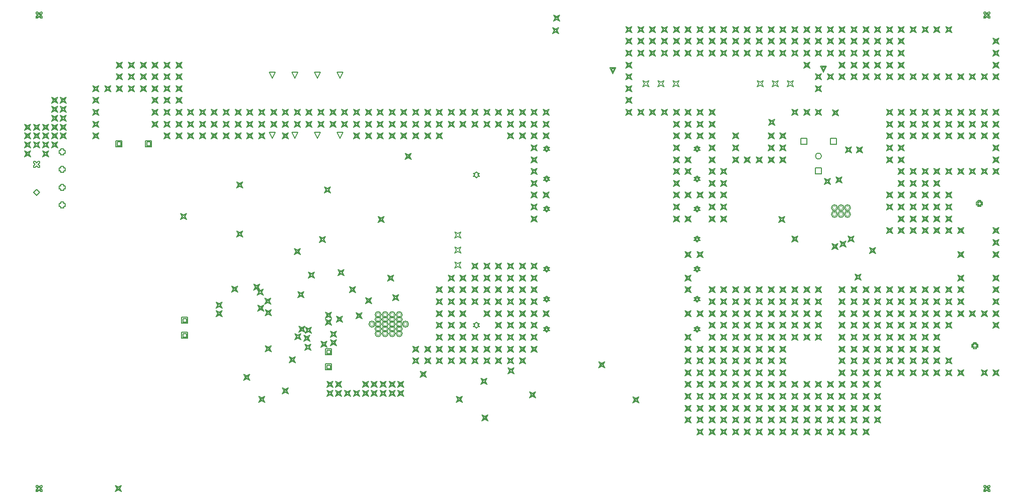
<source format=gbr>
%TF.GenerationSoftware,Altium Limited,Altium Designer,19.0.10 (269)*%
G04 Layer_Color=2752767*
%FSLAX26Y26*%
%MOIN*%
%TF.FileFunction,Drawing*%
%TF.Part,Single*%
G01*
G75*
%TA.AperFunction,NonConductor*%
%ADD169C,0.005000*%
%ADD170C,0.006667*%
%ADD171C,0.004000*%
D169*
X5357953Y2291024D02*
Y2331024D01*
X5397953D01*
Y2291024D01*
X5357953D01*
X5259528Y2487874D02*
Y2527874D01*
X5299528D01*
Y2487874D01*
X5259528D01*
X5456378D02*
Y2527874D01*
X5496378D01*
Y2487874D01*
X5456378D01*
X2197638Y2927244D02*
X2177638Y2967244D01*
X2217638D01*
X2197638Y2927244D01*
Y2527244D02*
X2177638Y2567244D01*
X2217638D01*
X2197638Y2527244D01*
X1897638Y2927244D02*
X1877638Y2967244D01*
X1917638D01*
X1897638Y2927244D01*
X2047638D02*
X2027638Y2967244D01*
X2067638D01*
X2047638Y2927244D01*
Y2527244D02*
X2027638Y2567244D01*
X2067638D01*
X2047638Y2527244D01*
X1897638D02*
X1877638Y2567244D01*
X1917638D01*
X1897638Y2527244D01*
X1747638Y2927244D02*
X1727638Y2967244D01*
X1767638D01*
X1747638Y2927244D01*
Y2527244D02*
X1727638Y2567244D01*
X1767638D01*
X1747638Y2527244D01*
X3104338Y1265819D02*
X3114338Y1275819D01*
X3124338D01*
X3114338Y1285819D01*
X3124338Y1295819D01*
X3114338D01*
X3104338Y1305819D01*
X3094338Y1295819D01*
X3084338D01*
X3094338Y1285819D01*
X3084338Y1275819D01*
X3094338D01*
X3104338Y1265819D01*
Y2265819D02*
X3114338Y2275819D01*
X3124338D01*
X3114338Y2285819D01*
X3124338Y2295819D01*
X3114338D01*
X3104338Y2305819D01*
X3094338Y2295819D01*
X3084338D01*
X3094338Y2285819D01*
X3084338Y2275819D01*
X3094338D01*
X3104338Y2265819D01*
X2960315Y1665827D02*
X2970315Y1685827D01*
X2960315Y1705827D01*
X2980315Y1695827D01*
X3000315Y1705827D01*
X2990315Y1685827D01*
X3000315Y1665827D01*
X2980315Y1675827D01*
X2960315Y1665827D01*
Y1765827D02*
X2970315Y1785827D01*
X2960315Y1805827D01*
X2980315Y1795827D01*
X3000315Y1805827D01*
X2990315Y1785827D01*
X3000315Y1765827D01*
X2980315Y1775827D01*
X2960315Y1765827D01*
Y1865827D02*
X2970315Y1885827D01*
X2960315Y1905827D01*
X2980315Y1895827D01*
X3000315Y1905827D01*
X2990315Y1885827D01*
X3000315Y1865827D01*
X2980315Y1875827D01*
X2960315Y1865827D01*
X340394Y2428189D02*
Y2418189D01*
X360394D01*
Y2428189D01*
X370394D01*
Y2448189D01*
X360394D01*
Y2458189D01*
X340394D01*
Y2448189D01*
X330394D01*
Y2428189D01*
X340394D01*
Y2310079D02*
Y2300079D01*
X360394D01*
Y2310079D01*
X370394D01*
Y2330079D01*
X360394D01*
Y2340079D01*
X340394D01*
Y2330079D01*
X330394D01*
Y2310079D01*
X340394D01*
Y2191968D02*
Y2181968D01*
X360394D01*
Y2191968D01*
X370394D01*
Y2211968D01*
X360394D01*
Y2221968D01*
X340394D01*
Y2211968D01*
X330394D01*
Y2191968D01*
X340394D01*
Y2073858D02*
Y2063858D01*
X360394D01*
Y2073858D01*
X370394D01*
Y2093858D01*
X360394D01*
Y2103858D01*
X340394D01*
Y2093858D01*
X330394D01*
Y2073858D01*
X340394D01*
X160315Y2333543D02*
X170315D01*
X180315Y2343543D01*
X190315Y2333543D01*
X200315D01*
Y2343543D01*
X190315Y2353543D01*
X200315Y2363543D01*
Y2373543D01*
X190315D01*
X180315Y2363543D01*
X170315Y2373543D01*
X160315D01*
Y2363543D01*
X170315Y2353543D01*
X160315Y2343543D01*
Y2333543D01*
Y2168504D02*
X180315Y2188504D01*
X200315Y2168504D01*
X180315Y2148504D01*
X160315Y2168504D01*
X1145354Y1196535D02*
Y1236535D01*
X1185354D01*
Y1196535D01*
X1145354D01*
X1153354Y1204535D02*
Y1228535D01*
X1177354D01*
Y1204535D01*
X1153354D01*
X1145354Y1296535D02*
Y1336535D01*
X1185354D01*
Y1296535D01*
X1145354D01*
X1153354Y1304535D02*
Y1328535D01*
X1177354D01*
Y1304535D01*
X1153354D01*
X2101581Y986299D02*
Y1026299D01*
X2141581D01*
Y986299D01*
X2101581D01*
X2109581Y994299D02*
Y1018299D01*
X2133581D01*
Y994299D01*
X2109581D01*
X2101581Y1086299D02*
Y1126299D01*
X2141581D01*
Y1086299D01*
X2101581D01*
X2109581Y1094299D02*
Y1118299D01*
X2133581D01*
Y1094299D01*
X2109581D01*
X905197Y2471340D02*
Y2511340D01*
X945197D01*
Y2471340D01*
X905197D01*
X913197Y2479340D02*
Y2503340D01*
X937197D01*
Y2479340D01*
X913197D01*
X708346Y2471340D02*
Y2511340D01*
X748346D01*
Y2471340D01*
X708346D01*
X716346Y2479340D02*
Y2503340D01*
X740346D01*
Y2479340D01*
X716346D01*
X5172126Y2872697D02*
X5182126Y2892697D01*
X5172126Y2912697D01*
X5192126Y2902697D01*
X5212126Y2912697D01*
X5202126Y2892697D01*
X5212126Y2872697D01*
X5192126Y2882697D01*
X5172126Y2872697D01*
X5072126D02*
X5082126Y2892697D01*
X5072126Y2912697D01*
X5092126Y2902697D01*
X5112126Y2912697D01*
X5102126Y2892697D01*
X5112126Y2872697D01*
X5092126Y2882697D01*
X5072126Y2872697D01*
X4972126D02*
X4982126Y2892697D01*
X4972126Y2912697D01*
X4992126Y2902697D01*
X5012126Y2912697D01*
X5002126Y2892697D01*
X5012126Y2872697D01*
X4992126Y2882697D01*
X4972126Y2872697D01*
X4212126D02*
X4222126Y2892697D01*
X4212126Y2912697D01*
X4232126Y2902697D01*
X4252126Y2912697D01*
X4242126Y2892697D01*
X4252126Y2872697D01*
X4232126Y2882697D01*
X4212126Y2872697D01*
X4312126D02*
X4322126Y2892697D01*
X4312126Y2912697D01*
X4332126Y2902697D01*
X4352126Y2912697D01*
X4342126Y2892697D01*
X4352126Y2872697D01*
X4332126Y2882697D01*
X4312126Y2872697D01*
X4412126D02*
X4422126Y2892697D01*
X4412126Y2912697D01*
X4432126Y2902697D01*
X4452126Y2912697D01*
X4442126Y2892697D01*
X4452126Y2872697D01*
X4432126Y2882697D01*
X4412126Y2872697D01*
X5412118Y2968360D02*
X5392118Y3008360D01*
X5432118D01*
X5412118Y2968360D01*
Y2976360D02*
X5400118Y3000360D01*
X5424118D01*
X5412118Y2976360D01*
X4012118Y2958360D02*
X3992118Y2998360D01*
X4032118D01*
X4012118Y2958360D01*
Y2966360D02*
X4000118Y2990360D01*
X4024118D01*
X4012118Y2966360D01*
X4570541Y2436546D02*
X4580541Y2446546D01*
X4590541D01*
X4580541Y2456546D01*
X4590541Y2466546D01*
X4580541D01*
X4570541Y2476546D01*
X4560541Y2466546D01*
X4550541D01*
X4560541Y2456546D01*
X4550541Y2446546D01*
X4560541D01*
X4570541Y2436546D01*
Y2444546D02*
X4576541Y2450546D01*
X4582541D01*
X4576541Y2456546D01*
X4582541Y2462546D01*
X4576541D01*
X4570541Y2468546D01*
X4564541Y2462546D01*
X4558541D01*
X4564541Y2456546D01*
X4558541Y2450546D01*
X4564541D01*
X4570541Y2444546D01*
Y2236546D02*
X4580541Y2246546D01*
X4590541D01*
X4580541Y2256546D01*
X4590541Y2266546D01*
X4580541D01*
X4570541Y2276546D01*
X4560541Y2266546D01*
X4550541D01*
X4560541Y2256546D01*
X4550541Y2246546D01*
X4560541D01*
X4570541Y2236546D01*
Y2244546D02*
X4576541Y2250546D01*
X4582541D01*
X4576541Y2256546D01*
X4582541Y2262546D01*
X4576541D01*
X4570541Y2268546D01*
X4564541Y2262546D01*
X4558541D01*
X4564541Y2256546D01*
X4558541Y2250546D01*
X4564541D01*
X4570541Y2244546D01*
Y2036545D02*
X4580541Y2046545D01*
X4590541D01*
X4580541Y2056546D01*
X4590541Y2066546D01*
X4580541D01*
X4570541Y2076546D01*
X4560541Y2066546D01*
X4550541D01*
X4560541Y2056546D01*
X4550541Y2046545D01*
X4560541D01*
X4570541Y2036545D01*
Y2044545D02*
X4576541Y2050546D01*
X4582541D01*
X4576541Y2056546D01*
X4582541Y2062546D01*
X4576541D01*
X4570541Y2068546D01*
X4564541Y2062546D01*
X4558541D01*
X4564541Y2056546D01*
X4558541Y2050546D01*
X4564541D01*
X4570541Y2044545D01*
Y1836545D02*
X4580541Y1846545D01*
X4590541D01*
X4580541Y1856545D01*
X4590541Y1866545D01*
X4580541D01*
X4570541Y1876545D01*
X4560541Y1866545D01*
X4550541D01*
X4560541Y1856545D01*
X4550541Y1846545D01*
X4560541D01*
X4570541Y1836545D01*
Y1844545D02*
X4576541Y1850545D01*
X4582541D01*
X4576541Y1856545D01*
X4582541Y1862545D01*
X4576541D01*
X4570541Y1868545D01*
X4564541Y1862545D01*
X4558541D01*
X4564541Y1856545D01*
X4558541Y1850545D01*
X4564541D01*
X4570541Y1844545D01*
Y1636545D02*
X4580541Y1646545D01*
X4590541D01*
X4580541Y1656545D01*
X4590541Y1666545D01*
X4580541D01*
X4570541Y1676545D01*
X4560541Y1666545D01*
X4550541D01*
X4560541Y1656545D01*
X4550541Y1646545D01*
X4560541D01*
X4570541Y1636545D01*
Y1644545D02*
X4576541Y1650545D01*
X4582541D01*
X4576541Y1656545D01*
X4582541Y1662545D01*
X4576541D01*
X4570541Y1668545D01*
X4564541Y1662545D01*
X4558541D01*
X4564541Y1656545D01*
X4558541Y1650545D01*
X4564541D01*
X4570541Y1644545D01*
Y1436545D02*
X4580541Y1446545D01*
X4590541D01*
X4580541Y1456545D01*
X4590541Y1466545D01*
X4580541D01*
X4570541Y1476545D01*
X4560541Y1466545D01*
X4550541D01*
X4560541Y1456545D01*
X4550541Y1446545D01*
X4560541D01*
X4570541Y1436545D01*
Y1444545D02*
X4576541Y1450545D01*
X4582541D01*
X4576541Y1456545D01*
X4582541Y1462545D01*
X4576541D01*
X4570541Y1468545D01*
X4564541Y1462545D01*
X4558541D01*
X4564541Y1456545D01*
X4558541Y1450545D01*
X4564541D01*
X4570541Y1444545D01*
Y1236545D02*
X4580541Y1246545D01*
X4590541D01*
X4580541Y1256545D01*
X4590541Y1266545D01*
X4580541D01*
X4570541Y1276545D01*
X4560541Y1266545D01*
X4550541D01*
X4560541Y1256545D01*
X4550541Y1246545D01*
X4560541D01*
X4570541Y1236545D01*
Y1244545D02*
X4576541Y1250545D01*
X4582541D01*
X4576541Y1256545D01*
X4582541Y1262545D01*
X4576541D01*
X4570541Y1268545D01*
X4564541Y1262545D01*
X4558541D01*
X4564541Y1256545D01*
X4558541Y1250545D01*
X4564541D01*
X4570541Y1244545D01*
X3570541Y1236545D02*
X3580541Y1246545D01*
X3590541D01*
X3580541Y1256545D01*
X3590541Y1266545D01*
X3580541D01*
X3570541Y1276545D01*
X3560541Y1266545D01*
X3550541D01*
X3560541Y1256545D01*
X3550541Y1246545D01*
X3560541D01*
X3570541Y1236545D01*
Y1244545D02*
X3576541Y1250545D01*
X3582541D01*
X3576541Y1256545D01*
X3582541Y1262545D01*
X3576541D01*
X3570541Y1268545D01*
X3564541Y1262545D01*
X3558541D01*
X3564541Y1256545D01*
X3558541Y1250545D01*
X3564541D01*
X3570541Y1244545D01*
Y1436545D02*
X3580541Y1446545D01*
X3590541D01*
X3580541Y1456545D01*
X3590541Y1466545D01*
X3580541D01*
X3570541Y1476545D01*
X3560541Y1466545D01*
X3550541D01*
X3560541Y1456545D01*
X3550541Y1446545D01*
X3560541D01*
X3570541Y1436545D01*
Y1444545D02*
X3576541Y1450545D01*
X3582541D01*
X3576541Y1456545D01*
X3582541Y1462545D01*
X3576541D01*
X3570541Y1468545D01*
X3564541Y1462545D01*
X3558541D01*
X3564541Y1456545D01*
X3558541Y1450545D01*
X3564541D01*
X3570541Y1444545D01*
Y1636545D02*
X3580541Y1646545D01*
X3590541D01*
X3580541Y1656545D01*
X3590541Y1666545D01*
X3580541D01*
X3570541Y1676545D01*
X3560541Y1666545D01*
X3550541D01*
X3560541Y1656545D01*
X3550541Y1646545D01*
X3560541D01*
X3570541Y1636545D01*
Y1644545D02*
X3576541Y1650545D01*
X3582541D01*
X3576541Y1656545D01*
X3582541Y1662545D01*
X3576541D01*
X3570541Y1668545D01*
X3564541Y1662545D01*
X3558541D01*
X3564541Y1656545D01*
X3558541Y1650545D01*
X3564541D01*
X3570541Y1644545D01*
Y2036545D02*
X3580541Y2046545D01*
X3590541D01*
X3580541Y2056546D01*
X3590541Y2066546D01*
X3580541D01*
X3570541Y2076546D01*
X3560541Y2066546D01*
X3550541D01*
X3560541Y2056546D01*
X3550541Y2046545D01*
X3560541D01*
X3570541Y2036545D01*
Y2044545D02*
X3576541Y2050546D01*
X3582541D01*
X3576541Y2056546D01*
X3582541Y2062546D01*
X3576541D01*
X3570541Y2068546D01*
X3564541Y2062546D01*
X3558541D01*
X3564541Y2056546D01*
X3558541Y2050546D01*
X3564541D01*
X3570541Y2044545D01*
Y2236546D02*
X3580541Y2246546D01*
X3590541D01*
X3580541Y2256546D01*
X3590541Y2266546D01*
X3580541D01*
X3570541Y2276546D01*
X3560541Y2266546D01*
X3550541D01*
X3560541Y2256546D01*
X3550541Y2246546D01*
X3560541D01*
X3570541Y2236546D01*
Y2244546D02*
X3576541Y2250546D01*
X3582541D01*
X3576541Y2256546D01*
X3582541Y2262546D01*
X3576541D01*
X3570541Y2268546D01*
X3564541Y2262546D01*
X3558541D01*
X3564541Y2256546D01*
X3558541Y2250546D01*
X3564541D01*
X3570541Y2244546D01*
Y2436546D02*
X3580541Y2446546D01*
X3590541D01*
X3580541Y2456546D01*
X3590541Y2466546D01*
X3580541D01*
X3570541Y2476546D01*
X3560541Y2466546D01*
X3550541D01*
X3560541Y2456546D01*
X3550541Y2446546D01*
X3560541D01*
X3570541Y2436546D01*
Y2444546D02*
X3576541Y2450546D01*
X3582541D01*
X3576541Y2456546D01*
X3582541Y2462546D01*
X3576541D01*
X3570541Y2468546D01*
X3564541Y2462546D01*
X3558541D01*
X3564541Y2456546D01*
X3558541Y2450546D01*
X3564541D01*
X3570541Y2444546D01*
X2061693Y1834331D02*
X2071693Y1854331D01*
X2061693Y1874331D01*
X2081693Y1864331D01*
X2101693Y1874331D01*
X2091693Y1854331D01*
X2101693Y1834331D01*
X2081693Y1844331D01*
X2061693Y1834331D01*
X2069693Y1842331D02*
X2075693Y1854331D01*
X2069693Y1866331D01*
X2081693Y1860331D01*
X2093693Y1866331D01*
X2087693Y1854331D01*
X2093693Y1842331D01*
X2081693Y1848331D01*
X2069693Y1842331D01*
X3918568Y999685D02*
X3928568Y1019685D01*
X3918568Y1039685D01*
X3938568Y1029685D01*
X3958568Y1039685D01*
X3948568Y1019685D01*
X3958568Y999685D01*
X3938568Y1009685D01*
X3918568Y999685D01*
X3926568Y1007685D02*
X3932568Y1019685D01*
X3926568Y1031685D01*
X3938568Y1025685D01*
X3950568Y1031685D01*
X3944568Y1019685D01*
X3950568Y1007685D01*
X3938568Y1013685D01*
X3926568Y1007685D01*
X3456378Y801685D02*
X3466378Y821685D01*
X3456378Y841685D01*
X3476378Y831685D01*
X3496378Y841685D01*
X3486378Y821685D01*
X3496378Y801685D01*
X3476378Y811685D01*
X3456378Y801685D01*
X3464378Y809685D02*
X3470378Y821685D01*
X3464378Y833685D01*
X3476378Y827685D01*
X3488378Y833685D01*
X3482378Y821685D01*
X3488378Y809685D01*
X3476378Y815685D01*
X3464378Y809685D01*
X3546932Y1342206D02*
X3556932Y1362206D01*
X3546932Y1382206D01*
X3566932Y1372206D01*
X3586932Y1382206D01*
X3576932Y1362206D01*
X3586932Y1342206D01*
X3566932Y1352206D01*
X3546932Y1342206D01*
X3554932Y1350206D02*
X3560932Y1362206D01*
X3554932Y1374206D01*
X3566932Y1368206D01*
X3578932Y1374206D01*
X3572932Y1362206D01*
X3578932Y1350206D01*
X3566932Y1356206D01*
X3554932Y1350206D01*
X3468191Y1657167D02*
X3478191Y1677167D01*
X3468191Y1697167D01*
X3488191Y1687167D01*
X3508191Y1697167D01*
X3498191Y1677167D01*
X3508191Y1657167D01*
X3488191Y1667167D01*
X3468191Y1657167D01*
X3476191Y1665167D02*
X3482191Y1677167D01*
X3476191Y1689167D01*
X3488191Y1683167D01*
X3500191Y1689167D01*
X3494191Y1677167D01*
X3500191Y1665167D01*
X3488191Y1671167D01*
X3476191Y1665167D01*
X3468191Y1578427D02*
X3478191Y1598427D01*
X3468191Y1618427D01*
X3488191Y1608427D01*
X3508191Y1618427D01*
X3498191Y1598427D01*
X3508191Y1578427D01*
X3488191Y1588427D01*
X3468191Y1578427D01*
X3476191Y1586427D02*
X3482191Y1598427D01*
X3476191Y1610427D01*
X3488191Y1604427D01*
X3500191Y1610427D01*
X3494191Y1598427D01*
X3500191Y1586427D01*
X3488191Y1592427D01*
X3476191Y1586427D01*
X3468191Y1499686D02*
X3478191Y1519686D01*
X3468191Y1539686D01*
X3488191Y1529686D01*
X3508191Y1539686D01*
X3498191Y1519686D01*
X3508191Y1499686D01*
X3488191Y1509686D01*
X3468191Y1499686D01*
X3476191Y1507686D02*
X3482191Y1519686D01*
X3476191Y1531686D01*
X3488191Y1525686D01*
X3500191Y1531686D01*
X3494191Y1519686D01*
X3500191Y1507686D01*
X3488191Y1513686D01*
X3476191Y1507686D01*
X3468191Y1420946D02*
X3478191Y1440946D01*
X3468191Y1460946D01*
X3488191Y1450946D01*
X3508191Y1460946D01*
X3498191Y1440946D01*
X3508191Y1420946D01*
X3488191Y1430946D01*
X3468191Y1420946D01*
X3476191Y1428946D02*
X3482191Y1440946D01*
X3476191Y1452946D01*
X3488191Y1446946D01*
X3500191Y1452946D01*
X3494191Y1440946D01*
X3500191Y1428946D01*
X3488191Y1434946D01*
X3476191Y1428946D01*
X3468191Y1342206D02*
X3478191Y1362206D01*
X3468191Y1382206D01*
X3488191Y1372206D01*
X3508191Y1382206D01*
X3498191Y1362206D01*
X3508191Y1342206D01*
X3488191Y1352206D01*
X3468191Y1342206D01*
X3476191Y1350206D02*
X3482191Y1362206D01*
X3476191Y1374206D01*
X3488191Y1368206D01*
X3500191Y1374206D01*
X3494191Y1362206D01*
X3500191Y1350206D01*
X3488191Y1356206D01*
X3476191Y1350206D01*
X3468191Y1263466D02*
X3478191Y1283466D01*
X3468191Y1303466D01*
X3488191Y1293466D01*
X3508191Y1303466D01*
X3498191Y1283466D01*
X3508191Y1263466D01*
X3488191Y1273466D01*
X3468191Y1263466D01*
X3476191Y1271466D02*
X3482191Y1283466D01*
X3476191Y1295466D01*
X3488191Y1289466D01*
X3500191Y1295466D01*
X3494191Y1283466D01*
X3500191Y1271466D01*
X3488191Y1277466D01*
X3476191Y1271466D01*
X3468191Y1184726D02*
X3478191Y1204726D01*
X3468191Y1224726D01*
X3488191Y1214726D01*
X3508191Y1224726D01*
X3498191Y1204726D01*
X3508191Y1184726D01*
X3488191Y1194726D01*
X3468191Y1184726D01*
X3476191Y1192726D02*
X3482191Y1204726D01*
X3476191Y1216726D01*
X3488191Y1210726D01*
X3500191Y1216726D01*
X3494191Y1204726D01*
X3500191Y1192726D01*
X3488191Y1198726D01*
X3476191Y1192726D01*
X3468191Y1105985D02*
X3478191Y1125985D01*
X3468191Y1145985D01*
X3488191Y1135985D01*
X3508191Y1145985D01*
X3498191Y1125985D01*
X3508191Y1105985D01*
X3488191Y1115985D01*
X3468191Y1105985D01*
X3476191Y1113985D02*
X3482191Y1125985D01*
X3476191Y1137985D01*
X3488191Y1131985D01*
X3500191Y1137985D01*
X3494191Y1125985D01*
X3500191Y1113985D01*
X3488191Y1119985D01*
X3476191Y1113985D01*
X3389451Y1657167D02*
X3399451Y1677167D01*
X3389451Y1697167D01*
X3409451Y1687167D01*
X3429451Y1697167D01*
X3419451Y1677167D01*
X3429451Y1657167D01*
X3409451Y1667167D01*
X3389451Y1657167D01*
X3397451Y1665167D02*
X3403451Y1677167D01*
X3397451Y1689167D01*
X3409451Y1683167D01*
X3421451Y1689167D01*
X3415451Y1677167D01*
X3421451Y1665167D01*
X3409451Y1671167D01*
X3397451Y1665167D01*
X3389451Y1578427D02*
X3399451Y1598427D01*
X3389451Y1618427D01*
X3409451Y1608427D01*
X3429451Y1618427D01*
X3419451Y1598427D01*
X3429451Y1578427D01*
X3409451Y1588427D01*
X3389451Y1578427D01*
X3397451Y1586427D02*
X3403451Y1598427D01*
X3397451Y1610427D01*
X3409451Y1604427D01*
X3421451Y1610427D01*
X3415451Y1598427D01*
X3421451Y1586427D01*
X3409451Y1592427D01*
X3397451Y1586427D01*
X3389451Y1499686D02*
X3399451Y1519686D01*
X3389451Y1539686D01*
X3409451Y1529686D01*
X3429451Y1539686D01*
X3419451Y1519686D01*
X3429451Y1499686D01*
X3409451Y1509686D01*
X3389451Y1499686D01*
X3397451Y1507686D02*
X3403451Y1519686D01*
X3397451Y1531686D01*
X3409451Y1525686D01*
X3421451Y1531686D01*
X3415451Y1519686D01*
X3421451Y1507686D01*
X3409451Y1513686D01*
X3397451Y1507686D01*
X3389451Y1420946D02*
X3399451Y1440946D01*
X3389451Y1460946D01*
X3409451Y1450946D01*
X3429451Y1460946D01*
X3419451Y1440946D01*
X3429451Y1420946D01*
X3409451Y1430946D01*
X3389451Y1420946D01*
X3397451Y1428946D02*
X3403451Y1440946D01*
X3397451Y1452946D01*
X3409451Y1446946D01*
X3421451Y1452946D01*
X3415451Y1440946D01*
X3421451Y1428946D01*
X3409451Y1434946D01*
X3397451Y1428946D01*
X3389451Y1342206D02*
X3399451Y1362206D01*
X3389451Y1382206D01*
X3409451Y1372206D01*
X3429451Y1382206D01*
X3419451Y1362206D01*
X3429451Y1342206D01*
X3409451Y1352206D01*
X3389451Y1342206D01*
X3397451Y1350206D02*
X3403451Y1362206D01*
X3397451Y1374206D01*
X3409451Y1368206D01*
X3421451Y1374206D01*
X3415451Y1362206D01*
X3421451Y1350206D01*
X3409451Y1356206D01*
X3397451Y1350206D01*
X3389451Y1263466D02*
X3399451Y1283466D01*
X3389451Y1303466D01*
X3409451Y1293466D01*
X3429451Y1303466D01*
X3419451Y1283466D01*
X3429451Y1263466D01*
X3409451Y1273466D01*
X3389451Y1263466D01*
X3397451Y1271466D02*
X3403451Y1283466D01*
X3397451Y1295466D01*
X3409451Y1289466D01*
X3421451Y1295466D01*
X3415451Y1283466D01*
X3421451Y1271466D01*
X3409451Y1277466D01*
X3397451Y1271466D01*
X3389451Y1184726D02*
X3399451Y1204726D01*
X3389451Y1224726D01*
X3409451Y1214726D01*
X3429451Y1224726D01*
X3419451Y1204726D01*
X3429451Y1184726D01*
X3409451Y1194726D01*
X3389451Y1184726D01*
X3397451Y1192726D02*
X3403451Y1204726D01*
X3397451Y1216726D01*
X3409451Y1210726D01*
X3421451Y1216726D01*
X3415451Y1204726D01*
X3421451Y1192726D01*
X3409451Y1198726D01*
X3397451Y1192726D01*
X3389451Y1105985D02*
X3399451Y1125985D01*
X3389451Y1145985D01*
X3409451Y1135985D01*
X3429451Y1145985D01*
X3419451Y1125985D01*
X3429451Y1105985D01*
X3409451Y1115985D01*
X3389451Y1105985D01*
X3397451Y1113985D02*
X3403451Y1125985D01*
X3397451Y1137985D01*
X3409451Y1131985D01*
X3421451Y1137985D01*
X3415451Y1125985D01*
X3421451Y1113985D01*
X3409451Y1119985D01*
X3397451Y1113985D01*
X3389451Y1027245D02*
X3399451Y1047245D01*
X3389451Y1067245D01*
X3409451Y1057245D01*
X3429451Y1067245D01*
X3419451Y1047245D01*
X3429451Y1027245D01*
X3409451Y1037245D01*
X3389451Y1027245D01*
X3397451Y1035245D02*
X3403451Y1047245D01*
X3397451Y1059245D01*
X3409451Y1053245D01*
X3421451Y1059245D01*
X3415451Y1047245D01*
X3421451Y1035245D01*
X3409451Y1041245D01*
X3397451Y1035245D01*
X3310711Y1657167D02*
X3320711Y1677167D01*
X3310711Y1697167D01*
X3330711Y1687167D01*
X3350711Y1697167D01*
X3340711Y1677167D01*
X3350711Y1657167D01*
X3330711Y1667167D01*
X3310711Y1657167D01*
X3318711Y1665167D02*
X3324711Y1677167D01*
X3318711Y1689167D01*
X3330711Y1683167D01*
X3342711Y1689167D01*
X3336711Y1677167D01*
X3342711Y1665167D01*
X3330711Y1671167D01*
X3318711Y1665167D01*
X3310711Y1578427D02*
X3320711Y1598427D01*
X3310711Y1618427D01*
X3330711Y1608427D01*
X3350711Y1618427D01*
X3340711Y1598427D01*
X3350711Y1578427D01*
X3330711Y1588427D01*
X3310711Y1578427D01*
X3318711Y1586427D02*
X3324711Y1598427D01*
X3318711Y1610427D01*
X3330711Y1604427D01*
X3342711Y1610427D01*
X3336711Y1598427D01*
X3342711Y1586427D01*
X3330711Y1592427D01*
X3318711Y1586427D01*
X3310711Y1499686D02*
X3320711Y1519686D01*
X3310711Y1539686D01*
X3330711Y1529686D01*
X3350711Y1539686D01*
X3340711Y1519686D01*
X3350711Y1499686D01*
X3330711Y1509686D01*
X3310711Y1499686D01*
X3318711Y1507686D02*
X3324711Y1519686D01*
X3318711Y1531686D01*
X3330711Y1525686D01*
X3342711Y1531686D01*
X3336711Y1519686D01*
X3342711Y1507686D01*
X3330711Y1513686D01*
X3318711Y1507686D01*
X3310711Y1420946D02*
X3320711Y1440946D01*
X3310711Y1460946D01*
X3330711Y1450946D01*
X3350711Y1460946D01*
X3340711Y1440946D01*
X3350711Y1420946D01*
X3330711Y1430946D01*
X3310711Y1420946D01*
X3318711Y1428946D02*
X3324711Y1440946D01*
X3318711Y1452946D01*
X3330711Y1446946D01*
X3342711Y1452946D01*
X3336711Y1440946D01*
X3342711Y1428946D01*
X3330711Y1434946D01*
X3318711Y1428946D01*
X3310711Y1342206D02*
X3320711Y1362206D01*
X3310711Y1382206D01*
X3330711Y1372206D01*
X3350711Y1382206D01*
X3340711Y1362206D01*
X3350711Y1342206D01*
X3330711Y1352206D01*
X3310711Y1342206D01*
X3318711Y1350206D02*
X3324711Y1362206D01*
X3318711Y1374206D01*
X3330711Y1368206D01*
X3342711Y1374206D01*
X3336711Y1362206D01*
X3342711Y1350206D01*
X3330711Y1356206D01*
X3318711Y1350206D01*
X3310711Y1263466D02*
X3320711Y1283466D01*
X3310711Y1303466D01*
X3330711Y1293466D01*
X3350711Y1303466D01*
X3340711Y1283466D01*
X3350711Y1263466D01*
X3330711Y1273466D01*
X3310711Y1263466D01*
X3318711Y1271466D02*
X3324711Y1283466D01*
X3318711Y1295466D01*
X3330711Y1289466D01*
X3342711Y1295466D01*
X3336711Y1283466D01*
X3342711Y1271466D01*
X3330711Y1277466D01*
X3318711Y1271466D01*
X3310711Y1184726D02*
X3320711Y1204726D01*
X3310711Y1224726D01*
X3330711Y1214726D01*
X3350711Y1224726D01*
X3340711Y1204726D01*
X3350711Y1184726D01*
X3330711Y1194726D01*
X3310711Y1184726D01*
X3318711Y1192726D02*
X3324711Y1204726D01*
X3318711Y1216726D01*
X3330711Y1210726D01*
X3342711Y1216726D01*
X3336711Y1204726D01*
X3342711Y1192726D01*
X3330711Y1198726D01*
X3318711Y1192726D01*
X3310711Y1105985D02*
X3320711Y1125985D01*
X3310711Y1145985D01*
X3330711Y1135985D01*
X3350711Y1145985D01*
X3340711Y1125985D01*
X3350711Y1105985D01*
X3330711Y1115985D01*
X3310711Y1105985D01*
X3318711Y1113985D02*
X3324711Y1125985D01*
X3318711Y1137985D01*
X3330711Y1131985D01*
X3342711Y1137985D01*
X3336711Y1125985D01*
X3342711Y1113985D01*
X3330711Y1119985D01*
X3318711Y1113985D01*
X3310711Y1027245D02*
X3320711Y1047245D01*
X3310711Y1067245D01*
X3330711Y1057245D01*
X3350711Y1067245D01*
X3340711Y1047245D01*
X3350711Y1027245D01*
X3330711Y1037245D01*
X3310711Y1027245D01*
X3318711Y1035245D02*
X3324711Y1047245D01*
X3318711Y1059245D01*
X3330711Y1053245D01*
X3342711Y1059245D01*
X3336711Y1047245D01*
X3342711Y1035245D01*
X3330711Y1041245D01*
X3318711Y1035245D01*
X3231971Y1657167D02*
X3241971Y1677167D01*
X3231971Y1697167D01*
X3251971Y1687167D01*
X3271971Y1697167D01*
X3261971Y1677167D01*
X3271971Y1657167D01*
X3251971Y1667167D01*
X3231971Y1657167D01*
X3239971Y1665167D02*
X3245971Y1677167D01*
X3239971Y1689167D01*
X3251971Y1683167D01*
X3263971Y1689167D01*
X3257971Y1677167D01*
X3263971Y1665167D01*
X3251971Y1671167D01*
X3239971Y1665167D01*
X3231971Y1578427D02*
X3241971Y1598427D01*
X3231971Y1618427D01*
X3251971Y1608427D01*
X3271971Y1618427D01*
X3261971Y1598427D01*
X3271971Y1578427D01*
X3251971Y1588427D01*
X3231971Y1578427D01*
X3239971Y1586427D02*
X3245971Y1598427D01*
X3239971Y1610427D01*
X3251971Y1604427D01*
X3263971Y1610427D01*
X3257971Y1598427D01*
X3263971Y1586427D01*
X3251971Y1592427D01*
X3239971Y1586427D01*
X3231971Y1499686D02*
X3241971Y1519686D01*
X3231971Y1539686D01*
X3251971Y1529686D01*
X3271971Y1539686D01*
X3261971Y1519686D01*
X3271971Y1499686D01*
X3251971Y1509686D01*
X3231971Y1499686D01*
X3239971Y1507686D02*
X3245971Y1519686D01*
X3239971Y1531686D01*
X3251971Y1525686D01*
X3263971Y1531686D01*
X3257971Y1519686D01*
X3263971Y1507686D01*
X3251971Y1513686D01*
X3239971Y1507686D01*
X3231971Y1420946D02*
X3241971Y1440946D01*
X3231971Y1460946D01*
X3251971Y1450946D01*
X3271971Y1460946D01*
X3261971Y1440946D01*
X3271971Y1420946D01*
X3251971Y1430946D01*
X3231971Y1420946D01*
X3239971Y1428946D02*
X3245971Y1440946D01*
X3239971Y1452946D01*
X3251971Y1446946D01*
X3263971Y1452946D01*
X3257971Y1440946D01*
X3263971Y1428946D01*
X3251971Y1434946D01*
X3239971Y1428946D01*
X3231971Y1342206D02*
X3241971Y1362206D01*
X3231971Y1382206D01*
X3251971Y1372206D01*
X3271971Y1382206D01*
X3261971Y1362206D01*
X3271971Y1342206D01*
X3251971Y1352206D01*
X3231971Y1342206D01*
X3239971Y1350206D02*
X3245971Y1362206D01*
X3239971Y1374206D01*
X3251971Y1368206D01*
X3263971Y1374206D01*
X3257971Y1362206D01*
X3263971Y1350206D01*
X3251971Y1356206D01*
X3239971Y1350206D01*
X3231971Y1263466D02*
X3241971Y1283466D01*
X3231971Y1303466D01*
X3251971Y1293466D01*
X3271971Y1303466D01*
X3261971Y1283466D01*
X3271971Y1263466D01*
X3251971Y1273466D01*
X3231971Y1263466D01*
X3239971Y1271466D02*
X3245971Y1283466D01*
X3239971Y1295466D01*
X3251971Y1289466D01*
X3263971Y1295466D01*
X3257971Y1283466D01*
X3263971Y1271466D01*
X3251971Y1277466D01*
X3239971Y1271466D01*
X3231971Y1184726D02*
X3241971Y1204726D01*
X3231971Y1224726D01*
X3251971Y1214726D01*
X3271971Y1224726D01*
X3261971Y1204726D01*
X3271971Y1184726D01*
X3251971Y1194726D01*
X3231971Y1184726D01*
X3239971Y1192726D02*
X3245971Y1204726D01*
X3239971Y1216726D01*
X3251971Y1210726D01*
X3263971Y1216726D01*
X3257971Y1204726D01*
X3263971Y1192726D01*
X3251971Y1198726D01*
X3239971Y1192726D01*
X3231971Y1105985D02*
X3241971Y1125985D01*
X3231971Y1145985D01*
X3251971Y1135985D01*
X3271971Y1145985D01*
X3261971Y1125985D01*
X3271971Y1105985D01*
X3251971Y1115985D01*
X3231971Y1105985D01*
X3239971Y1113985D02*
X3245971Y1125985D01*
X3239971Y1137985D01*
X3251971Y1131985D01*
X3263971Y1137985D01*
X3257971Y1125985D01*
X3263971Y1113985D01*
X3251971Y1119985D01*
X3239971Y1113985D01*
X3231971Y1027245D02*
X3241971Y1047245D01*
X3231971Y1067245D01*
X3251971Y1057245D01*
X3271971Y1067245D01*
X3261971Y1047245D01*
X3271971Y1027245D01*
X3251971Y1037245D01*
X3231971Y1027245D01*
X3239971Y1035245D02*
X3245971Y1047245D01*
X3239971Y1059245D01*
X3251971Y1053245D01*
X3263971Y1059245D01*
X3257971Y1047245D01*
X3263971Y1035245D01*
X3251971Y1041245D01*
X3239971Y1035245D01*
X3153231Y1657167D02*
X3163231Y1677167D01*
X3153231Y1697167D01*
X3173231Y1687167D01*
X3193231Y1697167D01*
X3183231Y1677167D01*
X3193231Y1657167D01*
X3173231Y1667167D01*
X3153231Y1657167D01*
X3161231Y1665167D02*
X3167231Y1677167D01*
X3161231Y1689167D01*
X3173231Y1683167D01*
X3185231Y1689167D01*
X3179231Y1677167D01*
X3185231Y1665167D01*
X3173231Y1671167D01*
X3161231Y1665167D01*
X3153231Y1578427D02*
X3163231Y1598427D01*
X3153231Y1618427D01*
X3173231Y1608427D01*
X3193231Y1618427D01*
X3183231Y1598427D01*
X3193231Y1578427D01*
X3173231Y1588427D01*
X3153231Y1578427D01*
X3161231Y1586427D02*
X3167231Y1598427D01*
X3161231Y1610427D01*
X3173231Y1604427D01*
X3185231Y1610427D01*
X3179231Y1598427D01*
X3185231Y1586427D01*
X3173231Y1592427D01*
X3161231Y1586427D01*
X3153231Y1499686D02*
X3163231Y1519686D01*
X3153231Y1539686D01*
X3173231Y1529686D01*
X3193231Y1539686D01*
X3183231Y1519686D01*
X3193231Y1499686D01*
X3173231Y1509686D01*
X3153231Y1499686D01*
X3161231Y1507686D02*
X3167231Y1519686D01*
X3161231Y1531686D01*
X3173231Y1525686D01*
X3185231Y1531686D01*
X3179231Y1519686D01*
X3185231Y1507686D01*
X3173231Y1513686D01*
X3161231Y1507686D01*
X3153231Y1420946D02*
X3163231Y1440946D01*
X3153231Y1460946D01*
X3173231Y1450946D01*
X3193231Y1460946D01*
X3183231Y1440946D01*
X3193231Y1420946D01*
X3173231Y1430946D01*
X3153231Y1420946D01*
X3161231Y1428946D02*
X3167231Y1440946D01*
X3161231Y1452946D01*
X3173231Y1446946D01*
X3185231Y1452946D01*
X3179231Y1440946D01*
X3185231Y1428946D01*
X3173231Y1434946D01*
X3161231Y1428946D01*
X3153231Y1342206D02*
X3163231Y1362206D01*
X3153231Y1382206D01*
X3173231Y1372206D01*
X3193231Y1382206D01*
X3183231Y1362206D01*
X3193231Y1342206D01*
X3173231Y1352206D01*
X3153231Y1342206D01*
X3161231Y1350206D02*
X3167231Y1362206D01*
X3161231Y1374206D01*
X3173231Y1368206D01*
X3185231Y1374206D01*
X3179231Y1362206D01*
X3185231Y1350206D01*
X3173231Y1356206D01*
X3161231Y1350206D01*
X3153231Y1184726D02*
X3163231Y1204726D01*
X3153231Y1224726D01*
X3173231Y1214726D01*
X3193231Y1224726D01*
X3183231Y1204726D01*
X3193231Y1184726D01*
X3173231Y1194726D01*
X3153231Y1184726D01*
X3161231Y1192726D02*
X3167231Y1204726D01*
X3161231Y1216726D01*
X3173231Y1210726D01*
X3185231Y1216726D01*
X3179231Y1204726D01*
X3185231Y1192726D01*
X3173231Y1198726D01*
X3161231Y1192726D01*
X3153231Y1105985D02*
X3163231Y1125985D01*
X3153231Y1145985D01*
X3173231Y1135985D01*
X3193231Y1145985D01*
X3183231Y1125985D01*
X3193231Y1105985D01*
X3173231Y1115985D01*
X3153231Y1105985D01*
X3161231Y1113985D02*
X3167231Y1125985D01*
X3161231Y1137985D01*
X3173231Y1131985D01*
X3185231Y1137985D01*
X3179231Y1125985D01*
X3185231Y1113985D01*
X3173231Y1119985D01*
X3161231Y1113985D01*
X3153231Y1027245D02*
X3163231Y1047245D01*
X3153231Y1067245D01*
X3173231Y1057245D01*
X3193231Y1067245D01*
X3183231Y1047245D01*
X3193231Y1027245D01*
X3173231Y1037245D01*
X3153231Y1027245D01*
X3161231Y1035245D02*
X3167231Y1047245D01*
X3161231Y1059245D01*
X3173231Y1053245D01*
X3185231Y1059245D01*
X3179231Y1047245D01*
X3185231Y1035245D01*
X3173231Y1041245D01*
X3161231Y1035245D01*
X3074490Y1657167D02*
X3084490Y1677167D01*
X3074490Y1697167D01*
X3094490Y1687167D01*
X3114490Y1697167D01*
X3104490Y1677167D01*
X3114490Y1657167D01*
X3094490Y1667167D01*
X3074490Y1657167D01*
X3082490Y1665167D02*
X3088490Y1677167D01*
X3082490Y1689167D01*
X3094490Y1683167D01*
X3106490Y1689167D01*
X3100490Y1677167D01*
X3106490Y1665167D01*
X3094490Y1671167D01*
X3082490Y1665167D01*
X3074490Y1578427D02*
X3084490Y1598427D01*
X3074490Y1618427D01*
X3094490Y1608427D01*
X3114490Y1618427D01*
X3104490Y1598427D01*
X3114490Y1578427D01*
X3094490Y1588427D01*
X3074490Y1578427D01*
X3082490Y1586427D02*
X3088490Y1598427D01*
X3082490Y1610427D01*
X3094490Y1604427D01*
X3106490Y1610427D01*
X3100490Y1598427D01*
X3106490Y1586427D01*
X3094490Y1592427D01*
X3082490Y1586427D01*
X3074490Y1499686D02*
X3084490Y1519686D01*
X3074490Y1539686D01*
X3094490Y1529686D01*
X3114490Y1539686D01*
X3104490Y1519686D01*
X3114490Y1499686D01*
X3094490Y1509686D01*
X3074490Y1499686D01*
X3082490Y1507686D02*
X3088490Y1519686D01*
X3082490Y1531686D01*
X3094490Y1525686D01*
X3106490Y1531686D01*
X3100490Y1519686D01*
X3106490Y1507686D01*
X3094490Y1513686D01*
X3082490Y1507686D01*
X3074490Y1420946D02*
X3084490Y1440946D01*
X3074490Y1460946D01*
X3094490Y1450946D01*
X3114490Y1460946D01*
X3104490Y1440946D01*
X3114490Y1420946D01*
X3094490Y1430946D01*
X3074490Y1420946D01*
X3082490Y1428946D02*
X3088490Y1440946D01*
X3082490Y1452946D01*
X3094490Y1446946D01*
X3106490Y1452946D01*
X3100490Y1440946D01*
X3106490Y1428946D01*
X3094490Y1434946D01*
X3082490Y1428946D01*
X3074490Y1184726D02*
X3084490Y1204726D01*
X3074490Y1224726D01*
X3094490Y1214726D01*
X3114490Y1224726D01*
X3104490Y1204726D01*
X3114490Y1184726D01*
X3094490Y1194726D01*
X3074490Y1184726D01*
X3082490Y1192726D02*
X3088490Y1204726D01*
X3082490Y1216726D01*
X3094490Y1210726D01*
X3106490Y1216726D01*
X3100490Y1204726D01*
X3106490Y1192726D01*
X3094490Y1198726D01*
X3082490Y1192726D01*
X3074490Y1105985D02*
X3084490Y1125985D01*
X3074490Y1145985D01*
X3094490Y1135985D01*
X3114490Y1145985D01*
X3104490Y1125985D01*
X3114490Y1105985D01*
X3094490Y1115985D01*
X3074490Y1105985D01*
X3082490Y1113985D02*
X3088490Y1125985D01*
X3082490Y1137985D01*
X3094490Y1131985D01*
X3106490Y1137985D01*
X3100490Y1125985D01*
X3106490Y1113985D01*
X3094490Y1119985D01*
X3082490Y1113985D01*
X3074490Y1027245D02*
X3084490Y1047245D01*
X3074490Y1067245D01*
X3094490Y1057245D01*
X3114490Y1067245D01*
X3104490Y1047245D01*
X3114490Y1027245D01*
X3094490Y1037245D01*
X3074490Y1027245D01*
X3082490Y1035245D02*
X3088490Y1047245D01*
X3082490Y1059245D01*
X3094490Y1053245D01*
X3106490Y1059245D01*
X3100490Y1047245D01*
X3106490Y1035245D01*
X3094490Y1041245D01*
X3082490Y1035245D01*
X2995750Y1578427D02*
X3005750Y1598427D01*
X2995750Y1618427D01*
X3015750Y1608427D01*
X3035750Y1618427D01*
X3025750Y1598427D01*
X3035750Y1578427D01*
X3015750Y1588427D01*
X2995750Y1578427D01*
X3003750Y1586427D02*
X3009750Y1598427D01*
X3003750Y1610427D01*
X3015750Y1604427D01*
X3027750Y1610427D01*
X3021750Y1598427D01*
X3027750Y1586427D01*
X3015750Y1592427D01*
X3003750Y1586427D01*
X2995750Y1499686D02*
X3005750Y1519686D01*
X2995750Y1539686D01*
X3015750Y1529686D01*
X3035750Y1539686D01*
X3025750Y1519686D01*
X3035750Y1499686D01*
X3015750Y1509686D01*
X2995750Y1499686D01*
X3003750Y1507686D02*
X3009750Y1519686D01*
X3003750Y1531686D01*
X3015750Y1525686D01*
X3027750Y1531686D01*
X3021750Y1519686D01*
X3027750Y1507686D01*
X3015750Y1513686D01*
X3003750Y1507686D01*
X2995750Y1420946D02*
X3005750Y1440946D01*
X2995750Y1460946D01*
X3015750Y1450946D01*
X3035750Y1460946D01*
X3025750Y1440946D01*
X3035750Y1420946D01*
X3015750Y1430946D01*
X2995750Y1420946D01*
X3003750Y1428946D02*
X3009750Y1440946D01*
X3003750Y1452946D01*
X3015750Y1446946D01*
X3027750Y1452946D01*
X3021750Y1440946D01*
X3027750Y1428946D01*
X3015750Y1434946D01*
X3003750Y1428946D01*
X2995750Y1342206D02*
X3005750Y1362206D01*
X2995750Y1382206D01*
X3015750Y1372206D01*
X3035750Y1382206D01*
X3025750Y1362206D01*
X3035750Y1342206D01*
X3015750Y1352206D01*
X2995750Y1342206D01*
X3003750Y1350206D02*
X3009750Y1362206D01*
X3003750Y1374206D01*
X3015750Y1368206D01*
X3027750Y1374206D01*
X3021750Y1362206D01*
X3027750Y1350206D01*
X3015750Y1356206D01*
X3003750Y1350206D01*
X2995750Y1263466D02*
X3005750Y1283466D01*
X2995750Y1303466D01*
X3015750Y1293466D01*
X3035750Y1303466D01*
X3025750Y1283466D01*
X3035750Y1263466D01*
X3015750Y1273466D01*
X2995750Y1263466D01*
X3003750Y1271466D02*
X3009750Y1283466D01*
X3003750Y1295466D01*
X3015750Y1289466D01*
X3027750Y1295466D01*
X3021750Y1283466D01*
X3027750Y1271466D01*
X3015750Y1277466D01*
X3003750Y1271466D01*
X2995750Y1184726D02*
X3005750Y1204726D01*
X2995750Y1224726D01*
X3015750Y1214726D01*
X3035750Y1224726D01*
X3025750Y1204726D01*
X3035750Y1184726D01*
X3015750Y1194726D01*
X2995750Y1184726D01*
X3003750Y1192726D02*
X3009750Y1204726D01*
X3003750Y1216726D01*
X3015750Y1210726D01*
X3027750Y1216726D01*
X3021750Y1204726D01*
X3027750Y1192726D01*
X3015750Y1198726D01*
X3003750Y1192726D01*
X2995750Y1105985D02*
X3005750Y1125985D01*
X2995750Y1145985D01*
X3015750Y1135985D01*
X3035750Y1145985D01*
X3025750Y1125985D01*
X3035750Y1105985D01*
X3015750Y1115985D01*
X2995750Y1105985D01*
X3003750Y1113985D02*
X3009750Y1125985D01*
X3003750Y1137985D01*
X3015750Y1131985D01*
X3027750Y1137985D01*
X3021750Y1125985D01*
X3027750Y1113985D01*
X3015750Y1119985D01*
X3003750Y1113985D01*
X2995750Y1027245D02*
X3005750Y1047245D01*
X2995750Y1067245D01*
X3015750Y1057245D01*
X3035750Y1067245D01*
X3025750Y1047245D01*
X3035750Y1027245D01*
X3015750Y1037245D01*
X2995750Y1027245D01*
X3003750Y1035245D02*
X3009750Y1047245D01*
X3003750Y1059245D01*
X3015750Y1053245D01*
X3027750Y1059245D01*
X3021750Y1047245D01*
X3027750Y1035245D01*
X3015750Y1041245D01*
X3003750Y1035245D01*
X2917010Y1578427D02*
X2927010Y1598427D01*
X2917010Y1618427D01*
X2937010Y1608427D01*
X2957010Y1618427D01*
X2947010Y1598427D01*
X2957010Y1578427D01*
X2937010Y1588427D01*
X2917010Y1578427D01*
X2925010Y1586427D02*
X2931010Y1598427D01*
X2925010Y1610427D01*
X2937010Y1604427D01*
X2949010Y1610427D01*
X2943010Y1598427D01*
X2949010Y1586427D01*
X2937010Y1592427D01*
X2925010Y1586427D01*
X2917010Y1499686D02*
X2927010Y1519686D01*
X2917010Y1539686D01*
X2937010Y1529686D01*
X2957010Y1539686D01*
X2947010Y1519686D01*
X2957010Y1499686D01*
X2937010Y1509686D01*
X2917010Y1499686D01*
X2925010Y1507686D02*
X2931010Y1519686D01*
X2925010Y1531686D01*
X2937010Y1525686D01*
X2949010Y1531686D01*
X2943010Y1519686D01*
X2949010Y1507686D01*
X2937010Y1513686D01*
X2925010Y1507686D01*
X2917010Y1420946D02*
X2927010Y1440946D01*
X2917010Y1460946D01*
X2937010Y1450946D01*
X2957010Y1460946D01*
X2947010Y1440946D01*
X2957010Y1420946D01*
X2937010Y1430946D01*
X2917010Y1420946D01*
X2925010Y1428946D02*
X2931010Y1440946D01*
X2925010Y1452946D01*
X2937010Y1446946D01*
X2949010Y1452946D01*
X2943010Y1440946D01*
X2949010Y1428946D01*
X2937010Y1434946D01*
X2925010Y1428946D01*
X2917010Y1342206D02*
X2927010Y1362206D01*
X2917010Y1382206D01*
X2937010Y1372206D01*
X2957010Y1382206D01*
X2947010Y1362206D01*
X2957010Y1342206D01*
X2937010Y1352206D01*
X2917010Y1342206D01*
X2925010Y1350206D02*
X2931010Y1362206D01*
X2925010Y1374206D01*
X2937010Y1368206D01*
X2949010Y1374206D01*
X2943010Y1362206D01*
X2949010Y1350206D01*
X2937010Y1356206D01*
X2925010Y1350206D01*
X2917010Y1263466D02*
X2927010Y1283466D01*
X2917010Y1303466D01*
X2937010Y1293466D01*
X2957010Y1303466D01*
X2947010Y1283466D01*
X2957010Y1263466D01*
X2937010Y1273466D01*
X2917010Y1263466D01*
X2925010Y1271466D02*
X2931010Y1283466D01*
X2925010Y1295466D01*
X2937010Y1289466D01*
X2949010Y1295466D01*
X2943010Y1283466D01*
X2949010Y1271466D01*
X2937010Y1277466D01*
X2925010Y1271466D01*
X2917010Y1184726D02*
X2927010Y1204726D01*
X2917010Y1224726D01*
X2937010Y1214726D01*
X2957010Y1224726D01*
X2947010Y1204726D01*
X2957010Y1184726D01*
X2937010Y1194726D01*
X2917010Y1184726D01*
X2925010Y1192726D02*
X2931010Y1204726D01*
X2925010Y1216726D01*
X2937010Y1210726D01*
X2949010Y1216726D01*
X2943010Y1204726D01*
X2949010Y1192726D01*
X2937010Y1198726D01*
X2925010Y1192726D01*
X2917010Y1105985D02*
X2927010Y1125985D01*
X2917010Y1145985D01*
X2937010Y1135985D01*
X2957010Y1145985D01*
X2947010Y1125985D01*
X2957010Y1105985D01*
X2937010Y1115985D01*
X2917010Y1105985D01*
X2925010Y1113985D02*
X2931010Y1125985D01*
X2925010Y1137985D01*
X2937010Y1131985D01*
X2949010Y1137985D01*
X2943010Y1125985D01*
X2949010Y1113985D01*
X2937010Y1119985D01*
X2925010Y1113985D01*
X2917010Y1027245D02*
X2927010Y1047245D01*
X2917010Y1067245D01*
X2937010Y1057245D01*
X2957010Y1067245D01*
X2947010Y1047245D01*
X2957010Y1027245D01*
X2937010Y1037245D01*
X2917010Y1027245D01*
X2925010Y1035245D02*
X2931010Y1047245D01*
X2925010Y1059245D01*
X2937010Y1053245D01*
X2949010Y1059245D01*
X2943010Y1047245D01*
X2949010Y1035245D01*
X2937010Y1041245D01*
X2925010Y1035245D01*
X2838270Y1499686D02*
X2848270Y1519686D01*
X2838270Y1539686D01*
X2858270Y1529686D01*
X2878270Y1539686D01*
X2868270Y1519686D01*
X2878270Y1499686D01*
X2858270Y1509686D01*
X2838270Y1499686D01*
X2846270Y1507686D02*
X2852270Y1519686D01*
X2846270Y1531686D01*
X2858270Y1525686D01*
X2870270Y1531686D01*
X2864270Y1519686D01*
X2870270Y1507686D01*
X2858270Y1513686D01*
X2846270Y1507686D01*
X2838270Y1420946D02*
X2848270Y1440946D01*
X2838270Y1460946D01*
X2858270Y1450946D01*
X2878270Y1460946D01*
X2868270Y1440946D01*
X2878270Y1420946D01*
X2858270Y1430946D01*
X2838270Y1420946D01*
X2846270Y1428946D02*
X2852270Y1440946D01*
X2846270Y1452946D01*
X2858270Y1446946D01*
X2870270Y1452946D01*
X2864270Y1440946D01*
X2870270Y1428946D01*
X2858270Y1434946D01*
X2846270Y1428946D01*
X2838270Y1342206D02*
X2848270Y1362206D01*
X2838270Y1382206D01*
X2858270Y1372206D01*
X2878270Y1382206D01*
X2868270Y1362206D01*
X2878270Y1342206D01*
X2858270Y1352206D01*
X2838270Y1342206D01*
X2846270Y1350206D02*
X2852270Y1362206D01*
X2846270Y1374206D01*
X2858270Y1368206D01*
X2870270Y1374206D01*
X2864270Y1362206D01*
X2870270Y1350206D01*
X2858270Y1356206D01*
X2846270Y1350206D01*
X2838270Y1263466D02*
X2848270Y1283466D01*
X2838270Y1303466D01*
X2858270Y1293466D01*
X2878270Y1303466D01*
X2868270Y1283466D01*
X2878270Y1263466D01*
X2858270Y1273466D01*
X2838270Y1263466D01*
X2846270Y1271466D02*
X2852270Y1283466D01*
X2846270Y1295466D01*
X2858270Y1289466D01*
X2870270Y1295466D01*
X2864270Y1283466D01*
X2870270Y1271466D01*
X2858270Y1277466D01*
X2846270Y1271466D01*
X2838270Y1184726D02*
X2848270Y1204726D01*
X2838270Y1224726D01*
X2858270Y1214726D01*
X2878270Y1224726D01*
X2868270Y1204726D01*
X2878270Y1184726D01*
X2858270Y1194726D01*
X2838270Y1184726D01*
X2846270Y1192726D02*
X2852270Y1204726D01*
X2846270Y1216726D01*
X2858270Y1210726D01*
X2870270Y1216726D01*
X2864270Y1204726D01*
X2870270Y1192726D01*
X2858270Y1198726D01*
X2846270Y1192726D01*
X2838270Y1105985D02*
X2848270Y1125985D01*
X2838270Y1145985D01*
X2858270Y1135985D01*
X2878270Y1145985D01*
X2868270Y1125985D01*
X2878270Y1105985D01*
X2858270Y1115985D01*
X2838270Y1105985D01*
X2846270Y1113985D02*
X2852270Y1125985D01*
X2846270Y1137985D01*
X2858270Y1131985D01*
X2870270Y1137985D01*
X2864270Y1125985D01*
X2870270Y1113985D01*
X2858270Y1119985D01*
X2846270Y1113985D01*
X2838270Y1027245D02*
X2848270Y1047245D01*
X2838270Y1067245D01*
X2858270Y1057245D01*
X2878270Y1067245D01*
X2868270Y1047245D01*
X2878270Y1027245D01*
X2858270Y1037245D01*
X2838270Y1027245D01*
X2846270Y1035245D02*
X2852270Y1047245D01*
X2846270Y1059245D01*
X2858270Y1053245D01*
X2870270Y1059245D01*
X2864270Y1047245D01*
X2870270Y1035245D01*
X2858270Y1041245D01*
X2846270Y1035245D01*
X2759530Y1105985D02*
X2769530Y1125985D01*
X2759530Y1145985D01*
X2779530Y1135985D01*
X2799530Y1145985D01*
X2789530Y1125985D01*
X2799530Y1105985D01*
X2779530Y1115985D01*
X2759530Y1105985D01*
X2767530Y1113985D02*
X2773530Y1125985D01*
X2767530Y1137985D01*
X2779530Y1131985D01*
X2791530Y1137985D01*
X2785530Y1125985D01*
X2791530Y1113985D01*
X2779530Y1119985D01*
X2767530Y1113985D01*
X2759530Y1027245D02*
X2769530Y1047245D01*
X2759530Y1067245D01*
X2779530Y1057245D01*
X2799530Y1067245D01*
X2789530Y1047245D01*
X2799530Y1027245D01*
X2779530Y1037245D01*
X2759530Y1027245D01*
X2767530Y1035245D02*
X2773530Y1047245D01*
X2767530Y1059245D01*
X2779530Y1053245D01*
X2791530Y1059245D01*
X2785530Y1047245D01*
X2791530Y1035245D01*
X2779530Y1041245D01*
X2767530Y1035245D01*
X2680789Y1105985D02*
X2690789Y1125985D01*
X2680789Y1145985D01*
X2700789Y1135985D01*
X2720789Y1145985D01*
X2710789Y1125985D01*
X2720789Y1105985D01*
X2700789Y1115985D01*
X2680789Y1105985D01*
X2688789Y1113985D02*
X2694789Y1125985D01*
X2688789Y1137985D01*
X2700789Y1131985D01*
X2712789Y1137985D01*
X2706789Y1125985D01*
X2712789Y1113985D01*
X2700789Y1119985D01*
X2688789Y1113985D01*
X2680789Y1027245D02*
X2690789Y1047245D01*
X2680789Y1067245D01*
X2700789Y1057245D01*
X2720789Y1067245D01*
X2710789Y1047245D01*
X2720789Y1027245D01*
X2700789Y1037245D01*
X2680789Y1027245D01*
X2688789Y1035245D02*
X2694789Y1047245D01*
X2688789Y1059245D01*
X2700789Y1053245D01*
X2712789Y1059245D01*
X2706789Y1047245D01*
X2712789Y1035245D01*
X2700789Y1041245D01*
X2688789Y1035245D01*
X3135000Y892000D02*
X3145000Y912000D01*
X3135000Y932000D01*
X3155000Y922000D01*
X3175000Y932000D01*
X3165000Y912000D01*
X3175000Y892000D01*
X3155000Y902000D01*
X3135000Y892000D01*
X3143000Y900000D02*
X3149000Y912000D01*
X3143000Y924000D01*
X3155000Y918000D01*
X3167000Y924000D01*
X3161000Y912000D01*
X3167000Y900000D01*
X3155000Y906000D01*
X3143000Y900000D01*
X705000Y179000D02*
X715000Y199000D01*
X705000Y219000D01*
X725000Y209000D01*
X745000Y219000D01*
X735000Y199000D01*
X745000Y179000D01*
X725000Y189000D01*
X705000Y179000D01*
X713000Y187000D02*
X719000Y199000D01*
X713000Y211000D01*
X725000Y205000D01*
X737000Y211000D01*
X731000Y199000D01*
X737000Y187000D01*
X725000Y193000D01*
X713000Y187000D01*
X5515437Y1105985D02*
X5525437Y1125985D01*
X5515437Y1145985D01*
X5535437Y1135985D01*
X5555437Y1145985D01*
X5545437Y1125985D01*
X5555437Y1105985D01*
X5535437Y1115985D01*
X5515437Y1105985D01*
X5523437Y1113985D02*
X5529437Y1125985D01*
X5523437Y1137985D01*
X5535437Y1131985D01*
X5547437Y1137985D01*
X5541437Y1125985D01*
X5547437Y1113985D01*
X5535437Y1119985D01*
X5523437Y1113985D01*
X5466105Y1789170D02*
X5476105Y1809170D01*
X5466105Y1829170D01*
X5486105Y1819170D01*
X5506105Y1829170D01*
X5496105Y1809170D01*
X5506105Y1789170D01*
X5486105Y1799170D01*
X5466105Y1789170D01*
X5474105Y1797170D02*
X5480105Y1809170D01*
X5474105Y1821170D01*
X5486105Y1815170D01*
X5498105Y1821170D01*
X5492105Y1809170D01*
X5498105Y1797170D01*
X5486105Y1803170D01*
X5474105Y1797170D01*
X1897319Y1188659D02*
X1907319Y1208659D01*
X1897319Y1228659D01*
X1917319Y1218659D01*
X1937319Y1228659D01*
X1927319Y1208659D01*
X1937319Y1188659D01*
X1917319Y1198659D01*
X1897319Y1188659D01*
X1905319Y1196659D02*
X1911319Y1208659D01*
X1905319Y1220659D01*
X1917319Y1214659D01*
X1929319Y1220659D01*
X1923319Y1208659D01*
X1929319Y1196659D01*
X1917319Y1202659D01*
X1905319Y1196659D01*
X1476063Y1503622D02*
X1486063Y1523622D01*
X1476063Y1543622D01*
X1496063Y1533622D01*
X1516063Y1543622D01*
X1506063Y1523622D01*
X1516063Y1503622D01*
X1496063Y1513622D01*
X1476063Y1503622D01*
X1484063Y1511622D02*
X1490063Y1523622D01*
X1484063Y1535622D01*
X1496063Y1529622D01*
X1508063Y1535622D01*
X1502063Y1523622D01*
X1508063Y1511622D01*
X1496063Y1517622D01*
X1484063Y1511622D01*
X5357956Y2838270D02*
X5367956Y2858270D01*
X5357956Y2878270D01*
X5377956Y2868270D01*
X5397956Y2878270D01*
X5387956Y2858270D01*
X5397956Y2838270D01*
X5377956Y2848270D01*
X5357956Y2838270D01*
X5365956Y2846270D02*
X5371956Y2858270D01*
X5365956Y2870270D01*
X5377956Y2864270D01*
X5389956Y2870270D01*
X5383956Y2858270D01*
X5389956Y2846270D01*
X5377956Y2852270D01*
X5365956Y2846270D01*
X5436696Y3153231D02*
X5446696Y3173231D01*
X5436696Y3193231D01*
X5456696Y3183231D01*
X5476696Y3193231D01*
X5466696Y3173231D01*
X5476696Y3153231D01*
X5456696Y3163231D01*
X5436696Y3153231D01*
X5444696Y3161231D02*
X5450696Y3173231D01*
X5444696Y3185231D01*
X5456696Y3179231D01*
X5468696Y3185231D01*
X5462696Y3173231D01*
X5468696Y3161231D01*
X5456696Y3167231D01*
X5444696Y3161231D01*
X5357956Y3153231D02*
X5367956Y3173231D01*
X5357956Y3193231D01*
X5377956Y3183231D01*
X5397956Y3193231D01*
X5387956Y3173231D01*
X5397956Y3153231D01*
X5377956Y3163231D01*
X5357956Y3153231D01*
X5365956Y3161231D02*
X5371956Y3173231D01*
X5365956Y3185231D01*
X5377956Y3179231D01*
X5389956Y3185231D01*
X5383956Y3173231D01*
X5389956Y3161231D01*
X5377956Y3167231D01*
X5365956Y3161231D01*
X4413074Y3074490D02*
X4423074Y3094490D01*
X4413074Y3114490D01*
X4433074Y3104490D01*
X4453074Y3114490D01*
X4443074Y3094490D01*
X4453074Y3074490D01*
X4433074Y3084490D01*
X4413074Y3074490D01*
X4421074Y3082490D02*
X4427074Y3094490D01*
X4421074Y3106490D01*
X4433074Y3100490D01*
X4445074Y3106490D01*
X4439074Y3094490D01*
X4445074Y3082490D01*
X4433074Y3088490D01*
X4421074Y3082490D01*
X4413074Y3153231D02*
X4423074Y3173231D01*
X4413074Y3193231D01*
X4433074Y3183231D01*
X4453074Y3193231D01*
X4443074Y3173231D01*
X4453074Y3153231D01*
X4433074Y3163231D01*
X4413074Y3153231D01*
X4421074Y3161231D02*
X4427074Y3173231D01*
X4421074Y3185231D01*
X4433074Y3179231D01*
X4445074Y3185231D01*
X4439074Y3173231D01*
X4445074Y3161231D01*
X4433074Y3167231D01*
X4421074Y3161231D01*
X4176853Y3074490D02*
X4186853Y3094490D01*
X4176853Y3114490D01*
X4196853Y3104490D01*
X4216853Y3114490D01*
X4206853Y3094490D01*
X4216853Y3074490D01*
X4196853Y3084490D01*
X4176853Y3074490D01*
X4184853Y3082490D02*
X4190853Y3094490D01*
X4184853Y3106490D01*
X4196853Y3100490D01*
X4208853Y3106490D01*
X4202853Y3094490D01*
X4208853Y3082490D01*
X4196853Y3088490D01*
X4184853Y3082490D01*
X4255593Y3074490D02*
X4265593Y3094490D01*
X4255593Y3114490D01*
X4275593Y3104490D01*
X4295593Y3114490D01*
X4285593Y3094490D01*
X4295593Y3074490D01*
X4275593Y3084490D01*
X4255593Y3074490D01*
X4263593Y3082490D02*
X4269593Y3094490D01*
X4263593Y3106490D01*
X4275593Y3100490D01*
X4287593Y3106490D01*
X4281593Y3094490D01*
X4287593Y3082490D01*
X4275593Y3088490D01*
X4263593Y3082490D01*
X4964255Y3074490D02*
X4974255Y3094490D01*
X4964255Y3114490D01*
X4984255Y3104490D01*
X5004255Y3114490D01*
X4994255Y3094490D01*
X5004255Y3074490D01*
X4984255Y3084490D01*
X4964255Y3074490D01*
X4972255Y3082490D02*
X4978255Y3094490D01*
X4972255Y3106490D01*
X4984255Y3100490D01*
X4996255Y3106490D01*
X4990255Y3094490D01*
X4996255Y3082490D01*
X4984255Y3088490D01*
X4972255Y3082490D01*
X4964255Y3153231D02*
X4974255Y3173231D01*
X4964255Y3193231D01*
X4984255Y3183231D01*
X5004255Y3193231D01*
X4994255Y3173231D01*
X5004255Y3153231D01*
X4984255Y3163231D01*
X4964255Y3153231D01*
X4972255Y3161231D02*
X4978255Y3173231D01*
X4972255Y3185231D01*
X4984255Y3179231D01*
X4996255Y3185231D01*
X4990255Y3173231D01*
X4996255Y3161231D01*
X4984255Y3167231D01*
X4972255Y3161231D01*
X5121736Y3074490D02*
X5131736Y3094490D01*
X5121736Y3114490D01*
X5141736Y3104490D01*
X5161736Y3114490D01*
X5151736Y3094490D01*
X5161736Y3074490D01*
X5141736Y3084490D01*
X5121736Y3074490D01*
X5129736Y3082490D02*
X5135736Y3094490D01*
X5129736Y3106490D01*
X5141736Y3100490D01*
X5153736Y3106490D01*
X5147736Y3094490D01*
X5153736Y3082490D01*
X5141736Y3088490D01*
X5129736Y3082490D01*
X5200476Y3074490D02*
X5210476Y3094490D01*
X5200476Y3114490D01*
X5220476Y3104490D01*
X5240476Y3114490D01*
X5230476Y3094490D01*
X5240476Y3074490D01*
X5220476Y3084490D01*
X5200476Y3074490D01*
X5208476Y3082490D02*
X5214476Y3094490D01*
X5208476Y3106490D01*
X5220476Y3100490D01*
X5232476Y3106490D01*
X5226476Y3094490D01*
X5232476Y3082490D01*
X5220476Y3088490D01*
X5208476Y3082490D01*
X5200476Y3153231D02*
X5210476Y3173231D01*
X5200476Y3193231D01*
X5220476Y3183231D01*
X5240476Y3193231D01*
X5230476Y3173231D01*
X5240476Y3153231D01*
X5220476Y3163231D01*
X5200476Y3153231D01*
X5208476Y3161231D02*
X5214476Y3173231D01*
X5208476Y3185231D01*
X5220476Y3179231D01*
X5232476Y3185231D01*
X5226476Y3173231D01*
X5232476Y3161231D01*
X5220476Y3167231D01*
X5208476Y3161231D01*
X5279216Y2680789D02*
X5289216Y2700789D01*
X5279216Y2720789D01*
X5299216Y2710789D01*
X5319216Y2720789D01*
X5309216Y2700789D01*
X5319216Y2680789D01*
X5299216Y2690789D01*
X5279216Y2680789D01*
X5287216Y2688789D02*
X5293216Y2700789D01*
X5287216Y2712789D01*
X5299216Y2706789D01*
X5311216Y2712789D01*
X5305216Y2700789D01*
X5311216Y2688789D01*
X5299216Y2694789D01*
X5287216Y2688789D01*
X2259523Y1501501D02*
X2269523Y1521501D01*
X2259523Y1541501D01*
X2279523Y1531501D01*
X2299523Y1541501D01*
X2289523Y1521501D01*
X2299523Y1501501D01*
X2279523Y1511501D01*
X2259523Y1501501D01*
X2267523Y1509501D02*
X2273523Y1521501D01*
X2267523Y1533501D01*
X2279523Y1527501D01*
X2291523Y1533501D01*
X2285523Y1521501D01*
X2291523Y1509501D01*
X2279523Y1515501D01*
X2267523Y1509501D01*
X2546929Y1448504D02*
X2556929Y1468504D01*
X2546929Y1488504D01*
X2566929Y1478504D01*
X2586929Y1488504D01*
X2576929Y1468504D01*
X2586929Y1448504D01*
X2566929Y1458504D01*
X2546929Y1448504D01*
X2554929Y1456504D02*
X2560929Y1468504D01*
X2554929Y1480504D01*
X2566929Y1474504D01*
X2578929Y1480504D01*
X2572929Y1468504D01*
X2578929Y1456504D01*
X2566929Y1462504D01*
X2554929Y1456504D01*
X1964252Y1117795D02*
X1974252Y1137795D01*
X1964252Y1157795D01*
X1984252Y1147795D01*
X2004252Y1157795D01*
X1994252Y1137795D01*
X2004252Y1117795D01*
X1984252Y1127795D01*
X1964252Y1117795D01*
X1972252Y1125795D02*
X1978252Y1137795D01*
X1972252Y1149795D01*
X1984252Y1143795D01*
X1996252Y1149795D01*
X1990252Y1137795D01*
X1996252Y1125795D01*
X1984252Y1131795D01*
X1972252Y1125795D01*
X1137480Y1987874D02*
X1147480Y2007874D01*
X1137480Y2027874D01*
X1157480Y2017874D01*
X1177480Y2027874D01*
X1167480Y2007874D01*
X1177480Y1987874D01*
X1157480Y1997874D01*
X1137480Y1987874D01*
X1145480Y1995874D02*
X1151480Y2007874D01*
X1145480Y2019874D01*
X1157480Y2013874D01*
X1169480Y2019874D01*
X1163480Y2007874D01*
X1169480Y1995874D01*
X1157480Y2001874D01*
X1145480Y1995874D01*
X1511496Y2196535D02*
X1521496Y2216535D01*
X1511496Y2236535D01*
X1531496Y2226535D01*
X1551496Y2236535D01*
X1541496Y2216535D01*
X1551496Y2196535D01*
X1531496Y2206535D01*
X1511496Y2196535D01*
X1519496Y2204535D02*
X1525496Y2216535D01*
X1519496Y2228535D01*
X1531496Y2222535D01*
X1543496Y2228535D01*
X1537496Y2216535D01*
X1543496Y2204535D01*
X1531496Y2210535D01*
X1519496Y2204535D01*
X1968189Y1231968D02*
X1978189Y1251968D01*
X1968189Y1271968D01*
X1988189Y1261968D01*
X2008189Y1271968D01*
X1998189Y1251968D01*
X2008189Y1231968D01*
X1988189Y1241968D01*
X1968189Y1231968D01*
X1976189Y1239968D02*
X1982189Y1251968D01*
X1976189Y1263968D01*
X1988189Y1257968D01*
X2000189Y1263968D01*
X1994189Y1251968D01*
X2000189Y1239968D01*
X1988189Y1245968D01*
X1976189Y1239968D01*
X2133539Y1204407D02*
X2143539Y1224407D01*
X2133539Y1244407D01*
X2153539Y1234407D01*
X2173539Y1244407D01*
X2163539Y1224407D01*
X2173539Y1204407D01*
X2153539Y1214407D01*
X2133539Y1204407D01*
X2141539Y1212407D02*
X2147539Y1224407D01*
X2141539Y1236407D01*
X2153539Y1230407D01*
X2165539Y1236407D01*
X2159539Y1224407D01*
X2165539Y1212407D01*
X2153539Y1218407D01*
X2141539Y1212407D01*
X2133539Y1149289D02*
X2143539Y1169289D01*
X2133539Y1189289D01*
X2153539Y1179289D01*
X2173539Y1189289D01*
X2163539Y1169289D01*
X2173539Y1149289D01*
X2153539Y1159289D01*
X2133539Y1149289D01*
X2141539Y1157289D02*
X2147539Y1169289D01*
X2141539Y1181289D01*
X2153539Y1175289D01*
X2165539Y1181289D01*
X2159539Y1169289D01*
X2165539Y1157289D01*
X2153539Y1163289D01*
X2141539Y1157289D01*
X2731968Y936693D02*
X2741968Y956693D01*
X2731968Y976693D01*
X2751968Y966693D01*
X2771968Y976693D01*
X2761968Y956693D01*
X2771968Y936693D01*
X2751968Y946693D01*
X2731968Y936693D01*
X2739968Y944693D02*
X2745968Y956693D01*
X2739968Y968693D01*
X2751968Y962693D01*
X2763968Y968693D01*
X2757968Y956693D01*
X2763968Y944693D01*
X2751968Y950693D01*
X2739968Y944693D01*
X5472126Y2676850D02*
X5482126Y2696850D01*
X5472126Y2716850D01*
X5492126Y2706850D01*
X5512126Y2716850D01*
X5502126Y2696850D01*
X5512126Y2676850D01*
X5492126Y2686850D01*
X5472126Y2676850D01*
X5480126Y2684850D02*
X5486126Y2696850D01*
X5480126Y2708850D01*
X5492126Y2702850D01*
X5504126Y2708850D01*
X5498126Y2696850D01*
X5504126Y2684850D01*
X5492126Y2690850D01*
X5480126Y2684850D01*
X5202441Y1838268D02*
X5212441Y1858268D01*
X5202441Y1878268D01*
X5222441Y1868268D01*
X5242441Y1878268D01*
X5232441Y1858268D01*
X5242441Y1838268D01*
X5222441Y1848268D01*
X5202441Y1838268D01*
X5210441Y1846268D02*
X5216441Y1858268D01*
X5210441Y1870268D01*
X5222441Y1864268D01*
X5234441Y1870268D01*
X5228441Y1858268D01*
X5234441Y1846268D01*
X5222441Y1852268D01*
X5210441Y1846268D01*
X5417008Y2220157D02*
X5427008Y2240157D01*
X5417008Y2260157D01*
X5437008Y2250157D01*
X5457008Y2260157D01*
X5447008Y2240157D01*
X5457008Y2220157D01*
X5437008Y2230157D01*
X5417008Y2220157D01*
X5425008Y2228157D02*
X5431008Y2240157D01*
X5425008Y2252157D01*
X5437008Y2246157D01*
X5449008Y2252157D01*
X5443008Y2240157D01*
X5449008Y2228157D01*
X5437008Y2234157D01*
X5425008Y2228157D01*
X5113858Y1968189D02*
X5123858Y1988189D01*
X5113858Y2008189D01*
X5133858Y1998189D01*
X5153858Y2008189D01*
X5143858Y1988189D01*
X5153858Y1968189D01*
X5133858Y1978189D01*
X5113858Y1968189D01*
X5121858Y1976189D02*
X5127858Y1988189D01*
X5121858Y2000189D01*
X5133858Y1994189D01*
X5145858Y2000189D01*
X5139858Y1988189D01*
X5145858Y1976189D01*
X5133858Y1982189D01*
X5121858Y1976189D01*
X2515433Y1578425D02*
X2525433Y1598425D01*
X2515433Y1618425D01*
X2535433Y1608425D01*
X2555433Y1618425D01*
X2545433Y1598425D01*
X2555433Y1578425D01*
X2535433Y1588425D01*
X2515433Y1578425D01*
X2523433Y1586425D02*
X2529433Y1598425D01*
X2523433Y1610425D01*
X2535433Y1604425D01*
X2547433Y1610425D01*
X2541433Y1598425D01*
X2547433Y1586425D01*
X2535433Y1592425D01*
X2523433Y1586425D01*
X2452441Y1968189D02*
X2462441Y1988189D01*
X2452441Y2008189D01*
X2472441Y1998189D01*
X2492441Y2008189D01*
X2482441Y1988189D01*
X2492441Y1968189D01*
X2472441Y1978189D01*
X2452441Y1968189D01*
X2460441Y1976189D02*
X2466441Y1988189D01*
X2460441Y2000189D01*
X2472441Y1994189D01*
X2484441Y2000189D01*
X2478441Y1988189D01*
X2484441Y1976189D01*
X2472441Y1982189D01*
X2460441Y1976189D01*
X2094169Y2165035D02*
X2104169Y2185035D01*
X2094169Y2205035D01*
X2114169Y2195035D01*
X2134169Y2205035D01*
X2124169Y2185035D01*
X2134169Y2165035D01*
X2114169Y2175035D01*
X2094169Y2165035D01*
X2102169Y2173035D02*
X2108169Y2185035D01*
X2102169Y2197035D01*
X2114169Y2191035D01*
X2126169Y2197035D01*
X2120169Y2185035D01*
X2126169Y2173035D01*
X2114169Y2179035D01*
X2102169Y2173035D01*
X1658912Y770354D02*
X1668912Y790354D01*
X1658912Y810354D01*
X1678912Y800354D01*
X1698912Y810354D01*
X1688912Y790354D01*
X1698912Y770354D01*
X1678912Y780354D01*
X1658912Y770354D01*
X1666912Y778354D02*
X1672912Y790354D01*
X1666912Y802354D01*
X1678912Y796354D01*
X1690912Y802354D01*
X1684912Y790354D01*
X1690912Y778354D01*
X1678912Y784354D01*
X1666912Y778354D01*
X1861890Y1035118D02*
X1871890Y1055118D01*
X1861890Y1075118D01*
X1881890Y1065118D01*
X1901890Y1075118D01*
X1891890Y1055118D01*
X1901890Y1035118D01*
X1881890Y1045118D01*
X1861890Y1035118D01*
X1869890Y1043118D02*
X1875890Y1055118D01*
X1869890Y1067118D01*
X1881890Y1061118D01*
X1893890Y1067118D01*
X1887890Y1055118D01*
X1893890Y1043118D01*
X1881890Y1049118D01*
X1869890Y1043118D01*
X1558740Y917008D02*
X1568740Y937008D01*
X1558740Y957008D01*
X1578740Y947008D01*
X1598740Y957008D01*
X1588740Y937008D01*
X1598740Y917008D01*
X1578740Y927008D01*
X1558740Y917008D01*
X1566740Y925008D02*
X1572740Y937008D01*
X1566740Y949008D01*
X1578740Y943008D01*
X1590740Y949008D01*
X1584740Y937008D01*
X1590740Y925008D01*
X1578740Y931008D01*
X1566740Y925008D01*
X1699247Y1107209D02*
X1709247Y1127209D01*
X1699247Y1147209D01*
X1719247Y1137209D01*
X1739247Y1147209D01*
X1729247Y1127209D01*
X1739247Y1107209D01*
X1719247Y1117209D01*
X1699247Y1107209D01*
X1707247Y1115209D02*
X1713247Y1127209D01*
X1707247Y1139209D01*
X1719247Y1133209D01*
X1731247Y1139209D01*
X1725247Y1127209D01*
X1731247Y1115209D01*
X1719247Y1121209D01*
X1707247Y1115209D01*
X1511496Y1870640D02*
X1521496Y1890640D01*
X1511496Y1910640D01*
X1531496Y1900640D01*
X1551496Y1910640D01*
X1541496Y1890640D01*
X1551496Y1870640D01*
X1531496Y1880640D01*
X1511496Y1870640D01*
X1519496Y1878640D02*
X1525496Y1890640D01*
X1519496Y1902640D01*
X1531496Y1896640D01*
X1543496Y1902640D01*
X1537496Y1890640D01*
X1543496Y1878640D01*
X1531496Y1884640D01*
X1519496Y1878640D01*
X1649288Y1379013D02*
X1659288Y1399013D01*
X1649288Y1419013D01*
X1669288Y1409013D01*
X1689288Y1419013D01*
X1679288Y1399013D01*
X1689288Y1379013D01*
X1669288Y1389013D01*
X1649288Y1379013D01*
X1657288Y1387013D02*
X1663288Y1399013D01*
X1657288Y1411013D01*
X1669288Y1405013D01*
X1681288Y1411013D01*
X1675288Y1399013D01*
X1681288Y1387013D01*
X1669288Y1393013D01*
X1657288Y1387013D01*
X1893386Y1755508D02*
X1903386Y1775508D01*
X1893386Y1795508D01*
X1913386Y1785508D01*
X1933386Y1795508D01*
X1923386Y1775508D01*
X1933386Y1755508D01*
X1913386Y1765508D01*
X1893386Y1755508D01*
X1901386Y1763508D02*
X1907386Y1775508D01*
X1901386Y1787508D01*
X1913386Y1781508D01*
X1925386Y1787508D01*
X1919386Y1775508D01*
X1925386Y1763508D01*
X1913386Y1769508D01*
X1901386Y1763508D01*
X2184724Y1613858D02*
X2194724Y1633858D01*
X2184724Y1653858D01*
X2204724Y1643858D01*
X2224724Y1653858D01*
X2214724Y1633858D01*
X2224724Y1613858D01*
X2204724Y1623858D01*
X2184724Y1613858D01*
X2192724Y1621858D02*
X2198724Y1633858D01*
X2192724Y1645858D01*
X2204724Y1639858D01*
X2216724Y1645858D01*
X2210724Y1633858D01*
X2216724Y1621858D01*
X2204724Y1627858D01*
X2192724Y1621858D01*
X2302843Y1326461D02*
X2312843Y1346461D01*
X2302843Y1366461D01*
X2322843Y1356461D01*
X2342843Y1366461D01*
X2332843Y1346461D01*
X2342843Y1326461D01*
X2322843Y1336461D01*
X2302843Y1326461D01*
X2310843Y1334461D02*
X2316843Y1346461D01*
X2310843Y1358461D01*
X2322843Y1352461D01*
X2334843Y1358461D01*
X2328843Y1346461D01*
X2334843Y1334461D01*
X2322843Y1340461D01*
X2310843Y1334461D01*
X2172913Y1302835D02*
X2182913Y1322835D01*
X2172913Y1342835D01*
X2192913Y1332835D01*
X2212913Y1342835D01*
X2202913Y1322835D01*
X2212913Y1302835D01*
X2192913Y1312835D01*
X2172913Y1302835D01*
X2180913Y1310835D02*
X2186913Y1322835D01*
X2180913Y1334835D01*
X2192913Y1328835D01*
X2204913Y1334835D01*
X2198913Y1322835D01*
X2204913Y1310835D01*
X2192913Y1316835D01*
X2180913Y1310835D01*
X1700473Y1346142D02*
X1710473Y1366142D01*
X1700473Y1386142D01*
X1720473Y1376142D01*
X1740473Y1386142D01*
X1730473Y1366142D01*
X1740473Y1346142D01*
X1720473Y1356142D01*
X1700473Y1346142D01*
X1708473Y1354142D02*
X1714473Y1366142D01*
X1708473Y1378142D01*
X1720473Y1372142D01*
X1732473Y1378142D01*
X1726473Y1366142D01*
X1732473Y1354142D01*
X1720473Y1360142D01*
X1708473Y1354142D01*
X1698011Y1423014D02*
X1708011Y1443014D01*
X1698011Y1463014D01*
X1718011Y1453014D01*
X1738011Y1463014D01*
X1728011Y1443014D01*
X1738011Y1423014D01*
X1718011Y1433014D01*
X1698011Y1423014D01*
X1706011Y1431014D02*
X1712011Y1443014D01*
X1706011Y1455014D01*
X1718011Y1449014D01*
X1730011Y1455014D01*
X1724011Y1443014D01*
X1730011Y1431014D01*
X1718011Y1437014D01*
X1706011Y1431014D01*
X1647323Y1483937D02*
X1657323Y1503937D01*
X1647323Y1523937D01*
X1667323Y1513937D01*
X1687323Y1523937D01*
X1677323Y1503937D01*
X1687323Y1483937D01*
X1667323Y1493937D01*
X1647323Y1483937D01*
X1655323Y1491937D02*
X1661323Y1503937D01*
X1655323Y1515937D01*
X1667323Y1509937D01*
X1679323Y1515937D01*
X1673323Y1503937D01*
X1679323Y1491937D01*
X1667323Y1497937D01*
X1655323Y1491937D01*
X2365827Y1428819D02*
X2375827Y1448819D01*
X2365827Y1468819D01*
X2385827Y1458819D01*
X2405827Y1468819D01*
X2395827Y1448819D01*
X2405827Y1428819D01*
X2385827Y1438819D01*
X2365827Y1428819D01*
X2373827Y1436819D02*
X2379827Y1448819D01*
X2373827Y1460819D01*
X2385827Y1454819D01*
X2397827Y1460819D01*
X2391827Y1448819D01*
X2397827Y1436819D01*
X2385827Y1442819D01*
X2373827Y1436819D01*
X5594177Y1105985D02*
X5604177Y1125985D01*
X5594177Y1145985D01*
X5614177Y1135985D01*
X5634177Y1145985D01*
X5624177Y1125985D01*
X5634177Y1105985D01*
X5614177Y1115985D01*
X5594177Y1105985D01*
X5602177Y1113985D02*
X5608177Y1125985D01*
X5602177Y1137985D01*
X5614177Y1131985D01*
X5626177Y1137985D01*
X5620177Y1125985D01*
X5626177Y1113985D01*
X5614177Y1119985D01*
X5602177Y1113985D01*
X5515437Y1184726D02*
X5525437Y1204726D01*
X5515437Y1224726D01*
X5535437Y1214726D01*
X5555437Y1224726D01*
X5545437Y1204726D01*
X5555437Y1184726D01*
X5535437Y1194726D01*
X5515437Y1184726D01*
X5523437Y1192726D02*
X5529437Y1204726D01*
X5523437Y1216726D01*
X5535437Y1210726D01*
X5547437Y1216726D01*
X5541437Y1204726D01*
X5547437Y1192726D01*
X5535437Y1198726D01*
X5523437Y1192726D01*
X5594177Y1184726D02*
X5604177Y1204726D01*
X5594177Y1224726D01*
X5614177Y1214726D01*
X5634177Y1224726D01*
X5624177Y1204726D01*
X5634177Y1184726D01*
X5614177Y1194726D01*
X5594177Y1184726D01*
X5602177Y1192726D02*
X5608177Y1204726D01*
X5602177Y1216726D01*
X5614177Y1210726D01*
X5626177Y1216726D01*
X5620177Y1204726D01*
X5626177Y1192726D01*
X5614177Y1198726D01*
X5602177Y1192726D01*
X5357956Y1499686D02*
X5367956Y1519686D01*
X5357956Y1539686D01*
X5377956Y1529686D01*
X5397956Y1539686D01*
X5387956Y1519686D01*
X5397956Y1499686D01*
X5377956Y1509686D01*
X5357956Y1499686D01*
X5365956Y1507686D02*
X5371956Y1519686D01*
X5365956Y1531686D01*
X5377956Y1525686D01*
X5389956Y1531686D01*
X5383956Y1519686D01*
X5389956Y1507686D01*
X5377956Y1513686D01*
X5365956Y1507686D01*
X5515437Y1420946D02*
X5525437Y1440946D01*
X5515437Y1460946D01*
X5535437Y1450946D01*
X5555437Y1460946D01*
X5545437Y1440946D01*
X5555437Y1420946D01*
X5535437Y1430946D01*
X5515437Y1420946D01*
X5523437Y1428946D02*
X5529437Y1440946D01*
X5523437Y1452946D01*
X5535437Y1446946D01*
X5547437Y1452946D01*
X5541437Y1440946D01*
X5547437Y1428946D01*
X5535437Y1434946D01*
X5523437Y1428946D01*
X5357956Y1420946D02*
X5367956Y1440946D01*
X5357956Y1460946D01*
X5377956Y1450946D01*
X5397956Y1460946D01*
X5387956Y1440946D01*
X5397956Y1420946D01*
X5377956Y1430946D01*
X5357956Y1420946D01*
X5365956Y1428946D02*
X5371956Y1440946D01*
X5365956Y1452946D01*
X5377956Y1446946D01*
X5389956Y1452946D01*
X5383956Y1440946D01*
X5389956Y1428946D01*
X5377956Y1434946D01*
X5365956Y1428946D01*
X5279216Y1420946D02*
X5289216Y1440946D01*
X5279216Y1460946D01*
X5299216Y1450946D01*
X5319216Y1460946D01*
X5309216Y1440946D01*
X5319216Y1420946D01*
X5299216Y1430946D01*
X5279216Y1420946D01*
X5287216Y1428946D02*
X5293216Y1440946D01*
X5287216Y1452946D01*
X5299216Y1446946D01*
X5311216Y1452946D01*
X5305216Y1440946D01*
X5311216Y1428946D01*
X5299216Y1434946D01*
X5287216Y1428946D01*
X5200476Y1499686D02*
X5210476Y1519686D01*
X5200476Y1539686D01*
X5220476Y1529686D01*
X5240476Y1539686D01*
X5230476Y1519686D01*
X5240476Y1499686D01*
X5220476Y1509686D01*
X5200476Y1499686D01*
X5208476Y1507686D02*
X5214476Y1519686D01*
X5208476Y1531686D01*
X5220476Y1525686D01*
X5232476Y1531686D01*
X5226476Y1519686D01*
X5232476Y1507686D01*
X5220476Y1513686D01*
X5208476Y1507686D01*
X5200476Y1420946D02*
X5210476Y1440946D01*
X5200476Y1460946D01*
X5220476Y1450946D01*
X5240476Y1460946D01*
X5230476Y1440946D01*
X5240476Y1420946D01*
X5220476Y1430946D01*
X5200476Y1420946D01*
X5208476Y1428946D02*
X5214476Y1440946D01*
X5208476Y1452946D01*
X5220476Y1446946D01*
X5232476Y1452946D01*
X5226476Y1440946D01*
X5232476Y1428946D01*
X5220476Y1434946D01*
X5208476Y1428946D01*
X5279216Y1499686D02*
X5289216Y1519686D01*
X5279216Y1539686D01*
X5299216Y1529686D01*
X5319216Y1539686D01*
X5309216Y1519686D01*
X5319216Y1499686D01*
X5299216Y1509686D01*
X5279216Y1499686D01*
X5287216Y1507686D02*
X5293216Y1519686D01*
X5287216Y1531686D01*
X5299216Y1525686D01*
X5311216Y1531686D01*
X5305216Y1519686D01*
X5311216Y1507686D01*
X5299216Y1513686D01*
X5287216Y1507686D01*
X5515437Y1499686D02*
X5525437Y1519686D01*
X5515437Y1539686D01*
X5535437Y1529686D01*
X5555437Y1539686D01*
X5545437Y1519686D01*
X5555437Y1499686D01*
X5535437Y1509686D01*
X5515437Y1499686D01*
X5523437Y1507686D02*
X5529437Y1519686D01*
X5523437Y1531686D01*
X5535437Y1525686D01*
X5547437Y1531686D01*
X5541437Y1519686D01*
X5547437Y1507686D01*
X5535437Y1513686D01*
X5523437Y1507686D01*
X6066618Y1263466D02*
X6076618Y1283466D01*
X6066618Y1303466D01*
X6086618Y1293466D01*
X6106618Y1303466D01*
X6096618Y1283466D01*
X6106618Y1263466D01*
X6086618Y1273466D01*
X6066618Y1263466D01*
X6074618Y1271466D02*
X6080618Y1283466D01*
X6074618Y1295466D01*
X6086618Y1289466D01*
X6098618Y1295466D01*
X6092618Y1283466D01*
X6098618Y1271466D01*
X6086618Y1277466D01*
X6074618Y1271466D01*
X6066618Y1027245D02*
X6076618Y1047245D01*
X6066618Y1067245D01*
X6086618Y1057245D01*
X6106618Y1067245D01*
X6096618Y1047245D01*
X6106618Y1027245D01*
X6086618Y1037245D01*
X6066618Y1027245D01*
X6074618Y1035245D02*
X6080618Y1047245D01*
X6074618Y1059245D01*
X6086618Y1053245D01*
X6098618Y1059245D01*
X6092618Y1047245D01*
X6098618Y1035245D01*
X6086618Y1041245D01*
X6074618Y1035245D01*
X5987878Y1420946D02*
X5997878Y1440946D01*
X5987878Y1460946D01*
X6007878Y1450946D01*
X6027878Y1460946D01*
X6017878Y1440946D01*
X6027878Y1420946D01*
X6007878Y1430946D01*
X5987878Y1420946D01*
X5995878Y1428946D02*
X6001878Y1440946D01*
X5995878Y1452946D01*
X6007878Y1446946D01*
X6019878Y1452946D01*
X6013878Y1440946D01*
X6019878Y1428946D01*
X6007878Y1434946D01*
X5995878Y1428946D01*
X6224098Y1263466D02*
X6234098Y1283466D01*
X6224098Y1303466D01*
X6244098Y1293466D01*
X6264098Y1303466D01*
X6254098Y1283466D01*
X6264098Y1263466D01*
X6244098Y1273466D01*
X6224098Y1263466D01*
X6232098Y1271466D02*
X6238098Y1283466D01*
X6232098Y1295466D01*
X6244098Y1289466D01*
X6256098Y1295466D01*
X6250098Y1283466D01*
X6256098Y1271466D01*
X6244098Y1277466D01*
X6232098Y1271466D01*
X6066618Y1105985D02*
X6076618Y1125985D01*
X6066618Y1145985D01*
X6086618Y1135985D01*
X6106618Y1145985D01*
X6096618Y1125985D01*
X6106618Y1105985D01*
X6086618Y1115985D01*
X6066618Y1105985D01*
X6074618Y1113985D02*
X6080618Y1125985D01*
X6074618Y1137985D01*
X6086618Y1131985D01*
X6098618Y1137985D01*
X6092618Y1125985D01*
X6098618Y1113985D01*
X6086618Y1119985D01*
X6074618Y1113985D01*
X5594177Y1263466D02*
X5604177Y1283466D01*
X5594177Y1303466D01*
X5614177Y1293466D01*
X5634177Y1303466D01*
X5624177Y1283466D01*
X5634177Y1263466D01*
X5614177Y1273466D01*
X5594177Y1263466D01*
X5602177Y1271466D02*
X5608177Y1283466D01*
X5602177Y1295466D01*
X5614177Y1289466D01*
X5626177Y1295466D01*
X5620177Y1283466D01*
X5626177Y1271466D01*
X5614177Y1277466D01*
X5602177Y1271466D01*
X5672917Y791025D02*
X5682917Y811025D01*
X5672917Y831025D01*
X5692917Y821025D01*
X5712917Y831025D01*
X5702917Y811025D01*
X5712917Y791025D01*
X5692917Y801025D01*
X5672917Y791025D01*
X5680917Y799025D02*
X5686917Y811025D01*
X5680917Y823025D01*
X5692917Y817025D01*
X5704917Y823025D01*
X5698917Y811025D01*
X5704917Y799025D01*
X5692917Y805025D01*
X5680917Y799025D01*
X5909138Y1263466D02*
X5919138Y1283466D01*
X5909138Y1303466D01*
X5929138Y1293466D01*
X5949138Y1303466D01*
X5939138Y1283466D01*
X5949138Y1263466D01*
X5929138Y1273466D01*
X5909138Y1263466D01*
X5917138Y1271466D02*
X5923138Y1283466D01*
X5917138Y1295466D01*
X5929138Y1289466D01*
X5941138Y1295466D01*
X5935138Y1283466D01*
X5941138Y1271466D01*
X5929138Y1277466D01*
X5917138Y1271466D01*
X6460319Y1342206D02*
X6470319Y1362206D01*
X6460319Y1382206D01*
X6480319Y1372206D01*
X6500319Y1382206D01*
X6490319Y1362206D01*
X6500319Y1342206D01*
X6480319Y1352206D01*
X6460319Y1342206D01*
X6468319Y1350206D02*
X6474319Y1362206D01*
X6468319Y1374206D01*
X6480319Y1368206D01*
X6492319Y1374206D01*
X6486319Y1362206D01*
X6492319Y1350206D01*
X6480319Y1356206D01*
X6468319Y1350206D01*
X5909138Y1105985D02*
X5919138Y1125985D01*
X5909138Y1145985D01*
X5929138Y1135985D01*
X5949138Y1145985D01*
X5939138Y1125985D01*
X5949138Y1105985D01*
X5929138Y1115985D01*
X5909138Y1105985D01*
X5917138Y1113985D02*
X5923138Y1125985D01*
X5917138Y1137985D01*
X5929138Y1131985D01*
X5941138Y1137985D01*
X5935138Y1125985D01*
X5941138Y1113985D01*
X5929138Y1119985D01*
X5917138Y1113985D01*
X6066618Y1499686D02*
X6076618Y1519686D01*
X6066618Y1539686D01*
X6086618Y1529686D01*
X6106618Y1539686D01*
X6096618Y1519686D01*
X6106618Y1499686D01*
X6086618Y1509686D01*
X6066618Y1499686D01*
X6074618Y1507686D02*
X6080618Y1519686D01*
X6074618Y1531686D01*
X6086618Y1525686D01*
X6098618Y1531686D01*
X6092618Y1519686D01*
X6098618Y1507686D01*
X6086618Y1513686D01*
X6074618Y1507686D01*
X5672917Y712284D02*
X5682917Y732284D01*
X5672917Y752284D01*
X5692917Y742284D01*
X5712917Y752284D01*
X5702917Y732284D01*
X5712917Y712284D01*
X5692917Y722284D01*
X5672917Y712284D01*
X5680917Y720284D02*
X5686917Y732284D01*
X5680917Y744284D01*
X5692917Y738284D01*
X5704917Y744284D01*
X5698917Y732284D01*
X5704917Y720284D01*
X5692917Y726284D01*
X5680917Y720284D01*
X5830397Y948505D02*
X5840397Y968505D01*
X5830397Y988505D01*
X5850397Y978505D01*
X5870397Y988505D01*
X5860397Y968505D01*
X5870397Y948505D01*
X5850397Y958505D01*
X5830397Y948505D01*
X5838397Y956505D02*
X5844397Y968505D01*
X5838397Y980505D01*
X5850397Y974505D01*
X5862397Y980505D01*
X5856397Y968505D01*
X5862397Y956505D01*
X5850397Y962505D01*
X5838397Y956505D01*
X5909138Y1027245D02*
X5919138Y1047245D01*
X5909138Y1067245D01*
X5929138Y1057245D01*
X5949138Y1067245D01*
X5939138Y1047245D01*
X5949138Y1027245D01*
X5929138Y1037245D01*
X5909138Y1027245D01*
X5917138Y1035245D02*
X5923138Y1047245D01*
X5917138Y1059245D01*
X5929138Y1053245D01*
X5941138Y1059245D01*
X5935138Y1047245D01*
X5941138Y1035245D01*
X5929138Y1041245D01*
X5917138Y1035245D01*
X5515437Y1342206D02*
X5525437Y1362206D01*
X5515437Y1382206D01*
X5535437Y1372206D01*
X5555437Y1382206D01*
X5545437Y1362206D01*
X5555437Y1342206D01*
X5535437Y1352206D01*
X5515437Y1342206D01*
X5523437Y1350206D02*
X5529437Y1362206D01*
X5523437Y1374206D01*
X5535437Y1368206D01*
X5547437Y1374206D01*
X5541437Y1362206D01*
X5547437Y1350206D01*
X5535437Y1356206D01*
X5523437Y1350206D01*
X5594177Y554804D02*
X5604177Y574804D01*
X5594177Y594804D01*
X5614177Y584804D01*
X5634177Y594804D01*
X5624177Y574804D01*
X5634177Y554804D01*
X5614177Y564804D01*
X5594177Y554804D01*
X5602177Y562804D02*
X5608177Y574804D01*
X5602177Y586804D01*
X5614177Y580804D01*
X5626177Y586804D01*
X5620177Y574804D01*
X5626177Y562804D01*
X5614177Y568804D01*
X5602177Y562804D01*
X5751657Y791025D02*
X5761657Y811025D01*
X5751657Y831025D01*
X5771657Y821025D01*
X5791657Y831025D01*
X5781657Y811025D01*
X5791657Y791025D01*
X5771657Y801025D01*
X5751657Y791025D01*
X5759657Y799025D02*
X5765657Y811025D01*
X5759657Y823025D01*
X5771657Y817025D01*
X5783657Y823025D01*
X5777657Y811025D01*
X5783657Y799025D01*
X5771657Y805025D01*
X5759657Y799025D01*
X6539059Y1420946D02*
X6549059Y1440946D01*
X6539059Y1460946D01*
X6559059Y1450946D01*
X6579059Y1460946D01*
X6569059Y1440946D01*
X6579059Y1420946D01*
X6559059Y1430946D01*
X6539059Y1420946D01*
X6547059Y1428946D02*
X6553059Y1440946D01*
X6547059Y1452946D01*
X6559059Y1446946D01*
X6571059Y1452946D01*
X6565059Y1440946D01*
X6571059Y1428946D01*
X6559059Y1434946D01*
X6547059Y1428946D01*
X5830397Y1027245D02*
X5840397Y1047245D01*
X5830397Y1067245D01*
X5850397Y1057245D01*
X5870397Y1067245D01*
X5860397Y1047245D01*
X5870397Y1027245D01*
X5850397Y1037245D01*
X5830397Y1027245D01*
X5838397Y1035245D02*
X5844397Y1047245D01*
X5838397Y1059245D01*
X5850397Y1053245D01*
X5862397Y1059245D01*
X5856397Y1047245D01*
X5862397Y1035245D01*
X5850397Y1041245D01*
X5838397Y1035245D01*
X5515437Y633544D02*
X5525437Y653544D01*
X5515437Y673544D01*
X5535437Y663544D01*
X5555437Y673544D01*
X5545437Y653544D01*
X5555437Y633544D01*
X5535437Y643544D01*
X5515437Y633544D01*
X5523437Y641544D02*
X5529437Y653544D01*
X5523437Y665544D01*
X5535437Y659544D01*
X5547437Y665544D01*
X5541437Y653544D01*
X5547437Y641544D01*
X5535437Y647544D01*
X5523437Y641544D01*
X5515437Y712284D02*
X5525437Y732284D01*
X5515437Y752284D01*
X5535437Y742284D01*
X5555437Y752284D01*
X5545437Y732284D01*
X5555437Y712284D01*
X5535437Y722284D01*
X5515437Y712284D01*
X5523437Y720284D02*
X5529437Y732284D01*
X5523437Y744284D01*
X5535437Y738284D01*
X5547437Y744284D01*
X5541437Y732284D01*
X5547437Y720284D01*
X5535437Y726284D01*
X5523437Y720284D01*
X5751657Y1105985D02*
X5761657Y1125985D01*
X5751657Y1145985D01*
X5771657Y1135985D01*
X5791657Y1145985D01*
X5781657Y1125985D01*
X5791657Y1105985D01*
X5771657Y1115985D01*
X5751657Y1105985D01*
X5759657Y1113985D02*
X5765657Y1125985D01*
X5759657Y1137985D01*
X5771657Y1131985D01*
X5783657Y1137985D01*
X5777657Y1125985D01*
X5783657Y1113985D01*
X5771657Y1119985D01*
X5759657Y1113985D01*
X5830397Y1420946D02*
X5840397Y1440946D01*
X5830397Y1460946D01*
X5850397Y1450946D01*
X5870397Y1460946D01*
X5860397Y1440946D01*
X5870397Y1420946D01*
X5850397Y1430946D01*
X5830397Y1420946D01*
X5838397Y1428946D02*
X5844397Y1440946D01*
X5838397Y1452946D01*
X5850397Y1446946D01*
X5862397Y1452946D01*
X5856397Y1440946D01*
X5862397Y1428946D01*
X5850397Y1434946D01*
X5838397Y1428946D01*
X6539059Y1342206D02*
X6549059Y1362206D01*
X6539059Y1382206D01*
X6559059Y1372206D01*
X6579059Y1382206D01*
X6569059Y1362206D01*
X6579059Y1342206D01*
X6559059Y1352206D01*
X6539059Y1342206D01*
X6547059Y1350206D02*
X6553059Y1362206D01*
X6547059Y1374206D01*
X6559059Y1368206D01*
X6571059Y1374206D01*
X6565059Y1362206D01*
X6571059Y1350206D01*
X6559059Y1356206D01*
X6547059Y1350206D01*
X5751657Y1342206D02*
X5761657Y1362206D01*
X5751657Y1382206D01*
X5771657Y1372206D01*
X5791657Y1382206D01*
X5781657Y1362206D01*
X5791657Y1342206D01*
X5771657Y1352206D01*
X5751657Y1342206D01*
X5759657Y1350206D02*
X5765657Y1362206D01*
X5759657Y1374206D01*
X5771657Y1368206D01*
X5783657Y1374206D01*
X5777657Y1362206D01*
X5783657Y1350206D01*
X5771657Y1356206D01*
X5759657Y1350206D01*
X5515437Y791025D02*
X5525437Y811025D01*
X5515437Y831025D01*
X5535437Y821025D01*
X5555437Y831025D01*
X5545437Y811025D01*
X5555437Y791025D01*
X5535437Y801025D01*
X5515437Y791025D01*
X5523437Y799025D02*
X5529437Y811025D01*
X5523437Y823025D01*
X5535437Y817025D01*
X5547437Y823025D01*
X5541437Y811025D01*
X5547437Y799025D01*
X5535437Y805025D01*
X5523437Y799025D01*
X5672917Y554804D02*
X5682917Y574804D01*
X5672917Y594804D01*
X5692917Y584804D01*
X5712917Y594804D01*
X5702917Y574804D01*
X5712917Y554804D01*
X5692917Y564804D01*
X5672917Y554804D01*
X5680917Y562804D02*
X5686917Y574804D01*
X5680917Y586804D01*
X5692917Y580804D01*
X5704917Y586804D01*
X5698917Y574804D01*
X5704917Y562804D01*
X5692917Y568804D01*
X5680917Y562804D01*
X5436696Y869765D02*
X5446696Y889765D01*
X5436696Y909765D01*
X5456696Y899765D01*
X5476696Y909765D01*
X5466696Y889765D01*
X5476696Y869765D01*
X5456696Y879765D01*
X5436696Y869765D01*
X5444696Y877765D02*
X5450696Y889765D01*
X5444696Y901765D01*
X5456696Y895765D01*
X5468696Y901765D01*
X5462696Y889765D01*
X5468696Y877765D01*
X5456696Y883765D01*
X5444696Y877765D01*
X4964255Y2365829D02*
X4974255Y2385829D01*
X4964255Y2405829D01*
X4984255Y2395829D01*
X5004255Y2405829D01*
X4994255Y2385829D01*
X5004255Y2365829D01*
X4984255Y2375829D01*
X4964255Y2365829D01*
X4972255Y2373829D02*
X4978255Y2385829D01*
X4972255Y2397829D01*
X4984255Y2391829D01*
X4996255Y2397829D01*
X4990255Y2385829D01*
X4996255Y2373829D01*
X4984255Y2379829D01*
X4972255Y2373829D01*
X5987878Y1184726D02*
X5997878Y1204726D01*
X5987878Y1224726D01*
X6007878Y1214726D01*
X6027878Y1224726D01*
X6017878Y1204726D01*
X6027878Y1184726D01*
X6007878Y1194726D01*
X5987878Y1184726D01*
X5995878Y1192726D02*
X6001878Y1204726D01*
X5995878Y1216726D01*
X6007878Y1210726D01*
X6019878Y1216726D01*
X6013878Y1204726D01*
X6019878Y1192726D01*
X6007878Y1198726D01*
X5995878Y1192726D01*
X5751657Y633544D02*
X5761657Y653544D01*
X5751657Y673544D01*
X5771657Y663544D01*
X5791657Y673544D01*
X5781657Y653544D01*
X5791657Y633544D01*
X5771657Y643544D01*
X5751657Y633544D01*
X5759657Y641544D02*
X5765657Y653544D01*
X5759657Y665544D01*
X5771657Y659544D01*
X5783657Y665544D01*
X5777657Y653544D01*
X5783657Y641544D01*
X5771657Y647544D01*
X5759657Y641544D01*
X6224098Y1420946D02*
X6234098Y1440946D01*
X6224098Y1460946D01*
X6244098Y1450946D01*
X6264098Y1460946D01*
X6254098Y1440946D01*
X6264098Y1420946D01*
X6244098Y1430946D01*
X6224098Y1420946D01*
X6232098Y1428946D02*
X6238098Y1440946D01*
X6232098Y1452946D01*
X6244098Y1446946D01*
X6256098Y1452946D01*
X6250098Y1440946D01*
X6256098Y1428946D01*
X6244098Y1434946D01*
X6232098Y1428946D01*
X5594177Y948505D02*
X5604177Y968505D01*
X5594177Y988505D01*
X5614177Y978505D01*
X5634177Y988505D01*
X5624177Y968505D01*
X5634177Y948505D01*
X5614177Y958505D01*
X5594177Y948505D01*
X5602177Y956505D02*
X5608177Y968505D01*
X5602177Y980505D01*
X5614177Y974505D01*
X5626177Y980505D01*
X5620177Y968505D01*
X5626177Y956505D01*
X5614177Y962505D01*
X5602177Y956505D01*
X5042995Y2444569D02*
X5052995Y2464569D01*
X5042995Y2484569D01*
X5062995Y2474569D01*
X5082995Y2484569D01*
X5072995Y2464569D01*
X5082995Y2444569D01*
X5062995Y2454569D01*
X5042995Y2444569D01*
X5050995Y2452569D02*
X5056995Y2464569D01*
X5050995Y2476569D01*
X5062995Y2470569D01*
X5074995Y2476569D01*
X5068995Y2464569D01*
X5074995Y2452569D01*
X5062995Y2458569D01*
X5050995Y2452569D01*
X5830397Y1342206D02*
X5840397Y1362206D01*
X5830397Y1382206D01*
X5850397Y1372206D01*
X5870397Y1382206D01*
X5860397Y1362206D01*
X5870397Y1342206D01*
X5850397Y1352206D01*
X5830397Y1342206D01*
X5838397Y1350206D02*
X5844397Y1362206D01*
X5838397Y1374206D01*
X5850397Y1368206D01*
X5862397Y1374206D01*
X5856397Y1362206D01*
X5862397Y1350206D01*
X5850397Y1356206D01*
X5838397Y1350206D01*
X5987878Y1499686D02*
X5997878Y1519686D01*
X5987878Y1539686D01*
X6007878Y1529686D01*
X6027878Y1539686D01*
X6017878Y1519686D01*
X6027878Y1499686D01*
X6007878Y1509686D01*
X5987878Y1499686D01*
X5995878Y1507686D02*
X6001878Y1519686D01*
X5995878Y1531686D01*
X6007878Y1525686D01*
X6019878Y1531686D01*
X6013878Y1519686D01*
X6019878Y1507686D01*
X6007878Y1513686D01*
X5995878Y1507686D01*
X5515437Y1027245D02*
X5525437Y1047245D01*
X5515437Y1067245D01*
X5535437Y1057245D01*
X5555437Y1067245D01*
X5545437Y1047245D01*
X5555437Y1027245D01*
X5535437Y1037245D01*
X5515437Y1027245D01*
X5523437Y1035245D02*
X5529437Y1047245D01*
X5523437Y1059245D01*
X5535437Y1053245D01*
X5547437Y1059245D01*
X5541437Y1047245D01*
X5547437Y1035245D01*
X5535437Y1041245D01*
X5523437Y1035245D01*
X6224098Y1027245D02*
X6234098Y1047245D01*
X6224098Y1067245D01*
X6244098Y1057245D01*
X6264098Y1067245D01*
X6254098Y1047245D01*
X6264098Y1027245D01*
X6244098Y1037245D01*
X6224098Y1027245D01*
X6232098Y1035245D02*
X6238098Y1047245D01*
X6232098Y1059245D01*
X6244098Y1053245D01*
X6256098Y1059245D01*
X6250098Y1047245D01*
X6256098Y1035245D01*
X6244098Y1041245D01*
X6232098Y1035245D01*
X6145358Y1184726D02*
X6155358Y1204726D01*
X6145358Y1224726D01*
X6165358Y1214726D01*
X6185358Y1224726D01*
X6175358Y1204726D01*
X6185358Y1184726D01*
X6165358Y1194726D01*
X6145358Y1184726D01*
X6153358Y1192726D02*
X6159358Y1204726D01*
X6153358Y1216726D01*
X6165358Y1210726D01*
X6177358Y1216726D01*
X6171358Y1204726D01*
X6177358Y1192726D01*
X6165358Y1198726D01*
X6153358Y1192726D01*
X5672917Y869765D02*
X5682917Y889765D01*
X5672917Y909765D01*
X5692917Y899765D01*
X5712917Y909765D01*
X5702917Y889765D01*
X5712917Y869765D01*
X5692917Y879765D01*
X5672917Y869765D01*
X5680917Y877765D02*
X5686917Y889765D01*
X5680917Y901765D01*
X5692917Y895765D01*
X5704917Y901765D01*
X5698917Y889765D01*
X5704917Y877765D01*
X5692917Y883765D01*
X5680917Y877765D01*
X6145358Y1263466D02*
X6155358Y1283466D01*
X6145358Y1303466D01*
X6165358Y1293466D01*
X6185358Y1303466D01*
X6175358Y1283466D01*
X6185358Y1263466D01*
X6165358Y1273466D01*
X6145358Y1263466D01*
X6153358Y1271466D02*
X6159358Y1283466D01*
X6153358Y1295466D01*
X6165358Y1289466D01*
X6177358Y1295466D01*
X6171358Y1283466D01*
X6177358Y1271466D01*
X6165358Y1277466D01*
X6153358Y1271466D01*
X4806775Y2523309D02*
X4816775Y2543309D01*
X4806775Y2563309D01*
X4826775Y2553309D01*
X4846775Y2563309D01*
X4836775Y2543309D01*
X4846775Y2523309D01*
X4826775Y2533309D01*
X4806775Y2523309D01*
X4814775Y2531309D02*
X4820775Y2543309D01*
X4814775Y2555309D01*
X4826775Y2549309D01*
X4838775Y2555309D01*
X4832775Y2543309D01*
X4838775Y2531309D01*
X4826775Y2537309D01*
X4814775Y2531309D01*
X5594177Y1342206D02*
X5604177Y1362206D01*
X5594177Y1382206D01*
X5614177Y1372206D01*
X5634177Y1382206D01*
X5624177Y1362206D01*
X5634177Y1342206D01*
X5614177Y1352206D01*
X5594177Y1342206D01*
X5602177Y1350206D02*
X5608177Y1362206D01*
X5602177Y1374206D01*
X5614177Y1368206D01*
X5626177Y1374206D01*
X5620177Y1362206D01*
X5626177Y1350206D01*
X5614177Y1356206D01*
X5602177Y1350206D01*
X6066618Y1184726D02*
X6076618Y1204726D01*
X6066618Y1224726D01*
X6086618Y1214726D01*
X6106618Y1224726D01*
X6096618Y1204726D01*
X6106618Y1184726D01*
X6086618Y1194726D01*
X6066618Y1184726D01*
X6074618Y1192726D02*
X6080618Y1204726D01*
X6074618Y1216726D01*
X6086618Y1210726D01*
X6098618Y1216726D01*
X6092618Y1204726D01*
X6098618Y1192726D01*
X6086618Y1198726D01*
X6074618Y1192726D01*
X5909138Y1184726D02*
X5919138Y1204726D01*
X5909138Y1224726D01*
X5929138Y1214726D01*
X5949138Y1224726D01*
X5939138Y1204726D01*
X5949138Y1184726D01*
X5929138Y1194726D01*
X5909138Y1184726D01*
X5917138Y1192726D02*
X5923138Y1204726D01*
X5917138Y1216726D01*
X5929138Y1210726D01*
X5941138Y1216726D01*
X5935138Y1204726D01*
X5941138Y1192726D01*
X5929138Y1198726D01*
X5917138Y1192726D01*
X5751657Y1420946D02*
X5761657Y1440946D01*
X5751657Y1460946D01*
X5771657Y1450946D01*
X5791657Y1460946D01*
X5781657Y1440946D01*
X5791657Y1420946D01*
X5771657Y1430946D01*
X5751657Y1420946D01*
X5759657Y1428946D02*
X5765657Y1440946D01*
X5759657Y1452946D01*
X5771657Y1446946D01*
X5783657Y1452946D01*
X5777657Y1440946D01*
X5783657Y1428946D01*
X5771657Y1434946D01*
X5759657Y1428946D01*
X4806775Y2444569D02*
X4816775Y2464569D01*
X4806775Y2484569D01*
X4826775Y2474569D01*
X4846775Y2484569D01*
X4836775Y2464569D01*
X4846775Y2444569D01*
X4826775Y2454569D01*
X4806775Y2444569D01*
X4814775Y2452569D02*
X4820775Y2464569D01*
X4814775Y2476569D01*
X4826775Y2470569D01*
X4838775Y2476569D01*
X4832775Y2464569D01*
X4838775Y2452569D01*
X4826775Y2458569D01*
X4814775Y2452569D01*
X5909138Y1499686D02*
X5919138Y1519686D01*
X5909138Y1539686D01*
X5929138Y1529686D01*
X5949138Y1539686D01*
X5939138Y1519686D01*
X5949138Y1499686D01*
X5929138Y1509686D01*
X5909138Y1499686D01*
X5917138Y1507686D02*
X5923138Y1519686D01*
X5917138Y1531686D01*
X5929138Y1525686D01*
X5941138Y1531686D01*
X5935138Y1519686D01*
X5941138Y1507686D01*
X5929138Y1513686D01*
X5917138Y1507686D01*
X6145358Y1027245D02*
X6155358Y1047245D01*
X6145358Y1067245D01*
X6165358Y1057245D01*
X6185358Y1067245D01*
X6175358Y1047245D01*
X6185358Y1027245D01*
X6165358Y1037245D01*
X6145358Y1027245D01*
X6153358Y1035245D02*
X6159358Y1047245D01*
X6153358Y1059245D01*
X6165358Y1053245D01*
X6177358Y1059245D01*
X6171358Y1047245D01*
X6177358Y1035245D01*
X6165358Y1041245D01*
X6153358Y1035245D01*
X5751657Y1499686D02*
X5761657Y1519686D01*
X5751657Y1539686D01*
X5771657Y1529686D01*
X5791657Y1539686D01*
X5781657Y1519686D01*
X5791657Y1499686D01*
X5771657Y1509686D01*
X5751657Y1499686D01*
X5759657Y1507686D02*
X5765657Y1519686D01*
X5759657Y1531686D01*
X5771657Y1525686D01*
X5783657Y1531686D01*
X5777657Y1519686D01*
X5783657Y1507686D01*
X5771657Y1513686D01*
X5759657Y1507686D01*
X6539059Y1263466D02*
X6549059Y1283466D01*
X6539059Y1303466D01*
X6559059Y1293466D01*
X6579059Y1303466D01*
X6569059Y1283466D01*
X6579059Y1263466D01*
X6559059Y1273466D01*
X6539059Y1263466D01*
X6547059Y1271466D02*
X6553059Y1283466D01*
X6547059Y1295466D01*
X6559059Y1289466D01*
X6571059Y1295466D01*
X6565059Y1283466D01*
X6571059Y1271466D01*
X6559059Y1277466D01*
X6547059Y1271466D01*
X5515437Y554804D02*
X5525437Y574804D01*
X5515437Y594804D01*
X5535437Y584804D01*
X5555437Y594804D01*
X5545437Y574804D01*
X5555437Y554804D01*
X5535437Y564804D01*
X5515437Y554804D01*
X5523437Y562804D02*
X5529437Y574804D01*
X5523437Y586804D01*
X5535437Y580804D01*
X5547437Y586804D01*
X5541437Y574804D01*
X5547437Y562804D01*
X5535437Y568804D01*
X5523437Y562804D01*
X5751657Y1184726D02*
X5761657Y1204726D01*
X5751657Y1224726D01*
X5771657Y1214726D01*
X5791657Y1224726D01*
X5781657Y1204726D01*
X5791657Y1184726D01*
X5771657Y1194726D01*
X5751657Y1184726D01*
X5759657Y1192726D02*
X5765657Y1204726D01*
X5759657Y1216726D01*
X5771657Y1210726D01*
X5783657Y1216726D01*
X5777657Y1204726D01*
X5783657Y1192726D01*
X5771657Y1198726D01*
X5759657Y1192726D01*
X6145358Y1105985D02*
X6155358Y1125985D01*
X6145358Y1145985D01*
X6165358Y1135985D01*
X6185358Y1145985D01*
X6175358Y1125985D01*
X6185358Y1105985D01*
X6165358Y1115985D01*
X6145358Y1105985D01*
X6153358Y1113985D02*
X6159358Y1125985D01*
X6153358Y1137985D01*
X6165358Y1131985D01*
X6177358Y1137985D01*
X6171358Y1125985D01*
X6177358Y1113985D01*
X6165358Y1119985D01*
X6153358Y1113985D01*
X5672917Y1105985D02*
X5682917Y1125985D01*
X5672917Y1145985D01*
X5692917Y1135985D01*
X5712917Y1145985D01*
X5702917Y1125985D01*
X5712917Y1105985D01*
X5692917Y1115985D01*
X5672917Y1105985D01*
X5680917Y1113985D02*
X5686917Y1125985D01*
X5680917Y1137985D01*
X5692917Y1131985D01*
X5704917Y1137985D01*
X5698917Y1125985D01*
X5704917Y1113985D01*
X5692917Y1119985D01*
X5680917Y1113985D01*
X5987878Y1263466D02*
X5997878Y1283466D01*
X5987878Y1303466D01*
X6007878Y1293466D01*
X6027878Y1303466D01*
X6017878Y1283466D01*
X6027878Y1263466D01*
X6007878Y1273466D01*
X5987878Y1263466D01*
X5995878Y1271466D02*
X6001878Y1283466D01*
X5995878Y1295466D01*
X6007878Y1289466D01*
X6019878Y1295466D01*
X6013878Y1283466D01*
X6019878Y1271466D01*
X6007878Y1277466D01*
X5995878Y1271466D01*
X6066618Y1342206D02*
X6076618Y1362206D01*
X6066618Y1382206D01*
X6086618Y1372206D01*
X6106618Y1382206D01*
X6096618Y1362206D01*
X6106618Y1342206D01*
X6086618Y1352206D01*
X6066618Y1342206D01*
X6074618Y1350206D02*
X6080618Y1362206D01*
X6074618Y1374206D01*
X6086618Y1368206D01*
X6098618Y1374206D01*
X6092618Y1362206D01*
X6098618Y1350206D01*
X6086618Y1356206D01*
X6074618Y1350206D01*
X6224098Y1342206D02*
X6234098Y1362206D01*
X6224098Y1382206D01*
X6244098Y1372206D01*
X6264098Y1382206D01*
X6254098Y1362206D01*
X6264098Y1342206D01*
X6244098Y1352206D01*
X6224098Y1342206D01*
X6232098Y1350206D02*
X6238098Y1362206D01*
X6232098Y1374206D01*
X6244098Y1368206D01*
X6256098Y1374206D01*
X6250098Y1362206D01*
X6256098Y1350206D01*
X6244098Y1356206D01*
X6232098Y1350206D01*
X5042995Y2365829D02*
X5052995Y2385829D01*
X5042995Y2405829D01*
X5062995Y2395829D01*
X5082995Y2405829D01*
X5072995Y2385829D01*
X5082995Y2365829D01*
X5062995Y2375829D01*
X5042995Y2365829D01*
X5050995Y2373829D02*
X5056995Y2385829D01*
X5050995Y2397829D01*
X5062995Y2391829D01*
X5074995Y2397829D01*
X5068995Y2385829D01*
X5074995Y2373829D01*
X5062995Y2379829D01*
X5050995Y2373829D01*
X5987878Y948505D02*
X5997878Y968505D01*
X5987878Y988505D01*
X6007878Y978505D01*
X6027878Y988505D01*
X6017878Y968505D01*
X6027878Y948505D01*
X6007878Y958505D01*
X5987878Y948505D01*
X5995878Y956505D02*
X6001878Y968505D01*
X5995878Y980505D01*
X6007878Y974505D01*
X6019878Y980505D01*
X6013878Y968505D01*
X6019878Y956505D01*
X6007878Y962505D01*
X5995878Y956505D01*
X5672917Y1184726D02*
X5682917Y1204726D01*
X5672917Y1224726D01*
X5692917Y1214726D01*
X5712917Y1224726D01*
X5702917Y1204726D01*
X5712917Y1184726D01*
X5692917Y1194726D01*
X5672917Y1184726D01*
X5680917Y1192726D02*
X5686917Y1204726D01*
X5680917Y1216726D01*
X5692917Y1210726D01*
X5704917Y1216726D01*
X5698917Y1204726D01*
X5704917Y1192726D01*
X5692917Y1198726D01*
X5680917Y1192726D01*
X5515437Y948505D02*
X5525437Y968505D01*
X5515437Y988505D01*
X5535437Y978505D01*
X5555437Y988505D01*
X5545437Y968505D01*
X5555437Y948505D01*
X5535437Y958505D01*
X5515437Y948505D01*
X5523437Y956505D02*
X5529437Y968505D01*
X5523437Y980505D01*
X5535437Y974505D01*
X5547437Y980505D01*
X5541437Y968505D01*
X5547437Y956505D01*
X5535437Y962505D01*
X5523437Y956505D01*
X6539059Y948505D02*
X6549059Y968505D01*
X6539059Y988505D01*
X6559059Y978505D01*
X6579059Y988505D01*
X6569059Y968505D01*
X6579059Y948505D01*
X6559059Y958505D01*
X6539059Y948505D01*
X6547059Y956505D02*
X6553059Y968505D01*
X6547059Y980505D01*
X6559059Y974505D01*
X6571059Y980505D01*
X6565059Y968505D01*
X6571059Y956505D01*
X6559059Y962505D01*
X6547059Y956505D01*
X5515437Y1263466D02*
X5525437Y1283466D01*
X5515437Y1303466D01*
X5535437Y1293466D01*
X5555437Y1303466D01*
X5545437Y1283466D01*
X5555437Y1263466D01*
X5535437Y1273466D01*
X5515437Y1263466D01*
X5523437Y1271466D02*
X5529437Y1283466D01*
X5523437Y1295466D01*
X5535437Y1289466D01*
X5547437Y1295466D01*
X5541437Y1283466D01*
X5547437Y1271466D01*
X5535437Y1277466D01*
X5523437Y1271466D01*
X5436696Y554804D02*
X5446696Y574804D01*
X5436696Y594804D01*
X5456696Y584804D01*
X5476696Y594804D01*
X5466696Y574804D01*
X5476696Y554804D01*
X5456696Y564804D01*
X5436696Y554804D01*
X5444696Y562804D02*
X5450696Y574804D01*
X5444696Y586804D01*
X5456696Y580804D01*
X5468696Y586804D01*
X5462696Y574804D01*
X5468696Y562804D01*
X5456696Y568804D01*
X5444696Y562804D01*
X6302839Y1420946D02*
X6312839Y1440946D01*
X6302839Y1460946D01*
X6322839Y1450946D01*
X6342839Y1460946D01*
X6332839Y1440946D01*
X6342839Y1420946D01*
X6322839Y1430946D01*
X6302839Y1420946D01*
X6310839Y1428946D02*
X6316839Y1440946D01*
X6310839Y1452946D01*
X6322839Y1446946D01*
X6334839Y1452946D01*
X6328839Y1440946D01*
X6334839Y1428946D01*
X6322839Y1434946D01*
X6310839Y1428946D01*
X5121736Y2365829D02*
X5131736Y2385829D01*
X5121736Y2405829D01*
X5141736Y2395829D01*
X5161736Y2405829D01*
X5151736Y2385829D01*
X5161736Y2365829D01*
X5141736Y2375829D01*
X5121736Y2365829D01*
X5129736Y2373829D02*
X5135736Y2385829D01*
X5129736Y2397829D01*
X5141736Y2391829D01*
X5153736Y2397829D01*
X5147736Y2385829D01*
X5153736Y2373829D01*
X5141736Y2379829D01*
X5129736Y2373829D01*
X6381579Y1342206D02*
X6391579Y1362206D01*
X6381579Y1382206D01*
X6401579Y1372206D01*
X6421579Y1382206D01*
X6411579Y1362206D01*
X6421579Y1342206D01*
X6401579Y1352206D01*
X6381579Y1342206D01*
X6389579Y1350206D02*
X6395579Y1362206D01*
X6389579Y1374206D01*
X6401579Y1368206D01*
X6413579Y1374206D01*
X6407579Y1362206D01*
X6413579Y1350206D01*
X6401579Y1356206D01*
X6389579Y1350206D01*
X5594177Y633544D02*
X5604177Y653544D01*
X5594177Y673544D01*
X5614177Y663544D01*
X5634177Y673544D01*
X5624177Y653544D01*
X5634177Y633544D01*
X5614177Y643544D01*
X5594177Y633544D01*
X5602177Y641544D02*
X5608177Y653544D01*
X5602177Y665544D01*
X5614177Y659544D01*
X5626177Y665544D01*
X5620177Y653544D01*
X5626177Y641544D01*
X5614177Y647544D01*
X5602177Y641544D01*
X5436696Y791025D02*
X5446696Y811025D01*
X5436696Y831025D01*
X5456696Y821025D01*
X5476696Y831025D01*
X5466696Y811025D01*
X5476696Y791025D01*
X5456696Y801025D01*
X5436696Y791025D01*
X5444696Y799025D02*
X5450696Y811025D01*
X5444696Y823025D01*
X5456696Y817025D01*
X5468696Y823025D01*
X5462696Y811025D01*
X5468696Y799025D01*
X5456696Y805025D01*
X5444696Y799025D01*
X5672917Y1420946D02*
X5682917Y1440946D01*
X5672917Y1460946D01*
X5692917Y1450946D01*
X5712917Y1460946D01*
X5702917Y1440946D01*
X5712917Y1420946D01*
X5692917Y1430946D01*
X5672917Y1420946D01*
X5680917Y1428946D02*
X5686917Y1440946D01*
X5680917Y1452946D01*
X5692917Y1446946D01*
X5704917Y1452946D01*
X5698917Y1440946D01*
X5704917Y1428946D01*
X5692917Y1434946D01*
X5680917Y1428946D01*
X6539059Y1499686D02*
X6549059Y1519686D01*
X6539059Y1539686D01*
X6559059Y1529686D01*
X6579059Y1539686D01*
X6569059Y1519686D01*
X6579059Y1499686D01*
X6559059Y1509686D01*
X6539059Y1499686D01*
X6547059Y1507686D02*
X6553059Y1519686D01*
X6547059Y1531686D01*
X6559059Y1525686D01*
X6571059Y1531686D01*
X6565059Y1519686D01*
X6571059Y1507686D01*
X6559059Y1513686D01*
X6547059Y1507686D01*
X5672917Y1342206D02*
X5682917Y1362206D01*
X5672917Y1382206D01*
X5692917Y1372206D01*
X5712917Y1382206D01*
X5702917Y1362206D01*
X5712917Y1342206D01*
X5692917Y1352206D01*
X5672917Y1342206D01*
X5680917Y1350206D02*
X5686917Y1362206D01*
X5680917Y1374206D01*
X5692917Y1368206D01*
X5704917Y1374206D01*
X5698917Y1362206D01*
X5704917Y1350206D01*
X5692917Y1356206D01*
X5680917Y1350206D01*
X5751657Y1263466D02*
X5761657Y1283466D01*
X5751657Y1303466D01*
X5771657Y1293466D01*
X5791657Y1303466D01*
X5781657Y1283466D01*
X5791657Y1263466D01*
X5771657Y1273466D01*
X5751657Y1263466D01*
X5759657Y1271466D02*
X5765657Y1283466D01*
X5759657Y1295466D01*
X5771657Y1289466D01*
X5783657Y1295466D01*
X5777657Y1283466D01*
X5783657Y1271466D01*
X5771657Y1277466D01*
X5759657Y1271466D01*
X5436696Y633544D02*
X5446696Y653544D01*
X5436696Y673544D01*
X5456696Y663544D01*
X5476696Y673544D01*
X5466696Y653544D01*
X5476696Y633544D01*
X5456696Y643544D01*
X5436696Y633544D01*
X5444696Y641544D02*
X5450696Y653544D01*
X5444696Y665544D01*
X5456696Y659544D01*
X5468696Y665544D01*
X5462696Y653544D01*
X5468696Y641544D01*
X5456696Y647544D01*
X5444696Y641544D01*
X5909138Y1420946D02*
X5919138Y1440946D01*
X5909138Y1460946D01*
X5929138Y1450946D01*
X5949138Y1460946D01*
X5939138Y1440946D01*
X5949138Y1420946D01*
X5929138Y1430946D01*
X5909138Y1420946D01*
X5917138Y1428946D02*
X5923138Y1440946D01*
X5917138Y1452946D01*
X5929138Y1446946D01*
X5941138Y1452946D01*
X5935138Y1440946D01*
X5941138Y1428946D01*
X5929138Y1434946D01*
X5917138Y1428946D01*
X5830397Y1263466D02*
X5840397Y1283466D01*
X5830397Y1303466D01*
X5850397Y1293466D01*
X5870397Y1303466D01*
X5860397Y1283466D01*
X5870397Y1263466D01*
X5850397Y1273466D01*
X5830397Y1263466D01*
X5838397Y1271466D02*
X5844397Y1283466D01*
X5838397Y1295466D01*
X5850397Y1289466D01*
X5862397Y1295466D01*
X5856397Y1283466D01*
X5862397Y1271466D01*
X5850397Y1277466D01*
X5838397Y1271466D01*
X6224098Y1499686D02*
X6234098Y1519686D01*
X6224098Y1539686D01*
X6244098Y1529686D01*
X6264098Y1539686D01*
X6254098Y1519686D01*
X6264098Y1499686D01*
X6244098Y1509686D01*
X6224098Y1499686D01*
X6232098Y1507686D02*
X6238098Y1519686D01*
X6232098Y1531686D01*
X6244098Y1525686D01*
X6256098Y1531686D01*
X6250098Y1519686D01*
X6256098Y1507686D01*
X6244098Y1513686D01*
X6232098Y1507686D01*
X5594177Y791025D02*
X5604177Y811025D01*
X5594177Y831025D01*
X5614177Y821025D01*
X5634177Y831025D01*
X5624177Y811025D01*
X5634177Y791025D01*
X5614177Y801025D01*
X5594177Y791025D01*
X5602177Y799025D02*
X5608177Y811025D01*
X5602177Y823025D01*
X5614177Y817025D01*
X5626177Y823025D01*
X5620177Y811025D01*
X5626177Y799025D01*
X5614177Y805025D01*
X5602177Y799025D01*
X5121736Y2523309D02*
X5131736Y2543309D01*
X5121736Y2563309D01*
X5141736Y2553309D01*
X5161736Y2563309D01*
X5151736Y2543309D01*
X5161736Y2523309D01*
X5141736Y2533309D01*
X5121736Y2523309D01*
X5129736Y2531309D02*
X5135736Y2543309D01*
X5129736Y2555309D01*
X5141736Y2549309D01*
X5153736Y2555309D01*
X5147736Y2543309D01*
X5153736Y2531309D01*
X5141736Y2537309D01*
X5129736Y2531309D01*
X5672917Y633544D02*
X5682917Y653544D01*
X5672917Y673544D01*
X5692917Y663544D01*
X5712917Y673544D01*
X5702917Y653544D01*
X5712917Y633544D01*
X5692917Y643544D01*
X5672917Y633544D01*
X5680917Y641544D02*
X5686917Y653544D01*
X5680917Y665544D01*
X5692917Y659544D01*
X5704917Y665544D01*
X5698917Y653544D01*
X5704917Y641544D01*
X5692917Y647544D01*
X5680917Y641544D01*
X5594177Y869765D02*
X5604177Y889765D01*
X5594177Y909765D01*
X5614177Y899765D01*
X5634177Y909765D01*
X5624177Y889765D01*
X5634177Y869765D01*
X5614177Y879765D01*
X5594177Y869765D01*
X5602177Y877765D02*
X5608177Y889765D01*
X5602177Y901765D01*
X5614177Y895765D01*
X5626177Y901765D01*
X5620177Y889765D01*
X5626177Y877765D01*
X5614177Y883765D01*
X5602177Y877765D01*
X5830397Y1499686D02*
X5840397Y1519686D01*
X5830397Y1539686D01*
X5850397Y1529686D01*
X5870397Y1539686D01*
X5860397Y1519686D01*
X5870397Y1499686D01*
X5850397Y1509686D01*
X5830397Y1499686D01*
X5838397Y1507686D02*
X5844397Y1519686D01*
X5838397Y1531686D01*
X5850397Y1525686D01*
X5862397Y1531686D01*
X5856397Y1519686D01*
X5862397Y1507686D01*
X5850397Y1513686D01*
X5838397Y1507686D01*
X5909138Y948505D02*
X5919138Y968505D01*
X5909138Y988505D01*
X5929138Y978505D01*
X5949138Y988505D01*
X5939138Y968505D01*
X5949138Y948505D01*
X5929138Y958505D01*
X5909138Y948505D01*
X5917138Y956505D02*
X5923138Y968505D01*
X5917138Y980505D01*
X5929138Y974505D01*
X5941138Y980505D01*
X5935138Y968505D01*
X5941138Y956505D01*
X5929138Y962505D01*
X5917138Y956505D01*
X6145358Y1420946D02*
X6155358Y1440946D01*
X6145358Y1460946D01*
X6165358Y1450946D01*
X6185358Y1460946D01*
X6175358Y1440946D01*
X6185358Y1420946D01*
X6165358Y1430946D01*
X6145358Y1420946D01*
X6153358Y1428946D02*
X6159358Y1440946D01*
X6153358Y1452946D01*
X6165358Y1446946D01*
X6177358Y1452946D01*
X6171358Y1440946D01*
X6177358Y1428946D01*
X6165358Y1434946D01*
X6153358Y1428946D01*
X6066618Y948505D02*
X6076618Y968505D01*
X6066618Y988505D01*
X6086618Y978505D01*
X6106618Y988505D01*
X6096618Y968505D01*
X6106618Y948505D01*
X6086618Y958505D01*
X6066618Y948505D01*
X6074618Y956505D02*
X6080618Y968505D01*
X6074618Y980505D01*
X6086618Y974505D01*
X6098618Y980505D01*
X6092618Y968505D01*
X6098618Y956505D01*
X6086618Y962505D01*
X6074618Y956505D01*
X5672917Y948505D02*
X5682917Y968505D01*
X5672917Y988505D01*
X5692917Y978505D01*
X5712917Y988505D01*
X5702917Y968505D01*
X5712917Y948505D01*
X5692917Y958505D01*
X5672917Y948505D01*
X5680917Y956505D02*
X5686917Y968505D01*
X5680917Y980505D01*
X5692917Y974505D01*
X5704917Y980505D01*
X5698917Y968505D01*
X5704917Y956505D01*
X5692917Y962505D01*
X5680917Y956505D01*
X5751657Y712284D02*
X5761657Y732284D01*
X5751657Y752284D01*
X5771657Y742284D01*
X5791657Y752284D01*
X5781657Y732284D01*
X5791657Y712284D01*
X5771657Y722284D01*
X5751657Y712284D01*
X5759657Y720284D02*
X5765657Y732284D01*
X5759657Y744284D01*
X5771657Y738284D01*
X5783657Y744284D01*
X5777657Y732284D01*
X5783657Y720284D01*
X5771657Y726284D01*
X5759657Y720284D01*
X5594177Y1420946D02*
X5604177Y1440946D01*
X5594177Y1460946D01*
X5614177Y1450946D01*
X5634177Y1460946D01*
X5624177Y1440946D01*
X5634177Y1420946D01*
X5614177Y1430946D01*
X5594177Y1420946D01*
X5602177Y1428946D02*
X5608177Y1440946D01*
X5602177Y1452946D01*
X5614177Y1446946D01*
X5626177Y1452946D01*
X5620177Y1440946D01*
X5626177Y1428946D01*
X5614177Y1434946D01*
X5602177Y1428946D01*
X5987878Y1105985D02*
X5997878Y1125985D01*
X5987878Y1145985D01*
X6007878Y1135985D01*
X6027878Y1145985D01*
X6017878Y1125985D01*
X6027878Y1105985D01*
X6007878Y1115985D01*
X5987878Y1105985D01*
X5995878Y1113985D02*
X6001878Y1125985D01*
X5995878Y1137985D01*
X6007878Y1131985D01*
X6019878Y1137985D01*
X6013878Y1125985D01*
X6019878Y1113985D01*
X6007878Y1119985D01*
X5995878Y1113985D01*
X4885515Y2365829D02*
X4895515Y2385829D01*
X4885515Y2405829D01*
X4905515Y2395829D01*
X4925515Y2405829D01*
X4915515Y2385829D01*
X4925515Y2365829D01*
X4905515Y2375829D01*
X4885515Y2365829D01*
X4893515Y2373829D02*
X4899515Y2385829D01*
X4893515Y2397829D01*
X4905515Y2391829D01*
X4917515Y2397829D01*
X4911515Y2385829D01*
X4917515Y2373829D01*
X4905515Y2379829D01*
X4893515Y2373829D01*
X6302839Y948505D02*
X6312839Y968505D01*
X6302839Y988505D01*
X6322839Y978505D01*
X6342839Y988505D01*
X6332839Y968505D01*
X6342839Y948505D01*
X6322839Y958505D01*
X6302839Y948505D01*
X6310839Y956505D02*
X6316839Y968505D01*
X6310839Y980505D01*
X6322839Y974505D01*
X6334839Y980505D01*
X6328839Y968505D01*
X6334839Y956505D01*
X6322839Y962505D01*
X6310839Y956505D01*
X6145358Y948505D02*
X6155358Y968505D01*
X6145358Y988505D01*
X6165358Y978505D01*
X6185358Y988505D01*
X6175358Y968505D01*
X6185358Y948505D01*
X6165358Y958505D01*
X6145358Y948505D01*
X6153358Y956505D02*
X6159358Y968505D01*
X6153358Y980505D01*
X6165358Y974505D01*
X6177358Y980505D01*
X6171358Y968505D01*
X6177358Y956505D01*
X6165358Y962505D01*
X6153358Y956505D01*
X6302839Y1578427D02*
X6312839Y1598427D01*
X6302839Y1618427D01*
X6322839Y1608427D01*
X6342839Y1618427D01*
X6332839Y1598427D01*
X6342839Y1578427D01*
X6322839Y1588427D01*
X6302839Y1578427D01*
X6310839Y1586427D02*
X6316839Y1598427D01*
X6310839Y1610427D01*
X6322839Y1604427D01*
X6334839Y1610427D01*
X6328839Y1598427D01*
X6334839Y1586427D01*
X6322839Y1592427D01*
X6310839Y1586427D01*
X5121736Y2444569D02*
X5131736Y2464569D01*
X5121736Y2484569D01*
X5141736Y2474569D01*
X5161736Y2484569D01*
X5151736Y2464569D01*
X5161736Y2444569D01*
X5141736Y2454569D01*
X5121736Y2444569D01*
X5129736Y2452569D02*
X5135736Y2464569D01*
X5129736Y2476569D01*
X5141736Y2470569D01*
X5153736Y2476569D01*
X5147736Y2464569D01*
X5153736Y2452569D01*
X5141736Y2458569D01*
X5129736Y2452569D01*
X5594177Y1027245D02*
X5604177Y1047245D01*
X5594177Y1067245D01*
X5614177Y1057245D01*
X5634177Y1067245D01*
X5624177Y1047245D01*
X5634177Y1027245D01*
X5614177Y1037245D01*
X5594177Y1027245D01*
X5602177Y1035245D02*
X5608177Y1047245D01*
X5602177Y1059245D01*
X5614177Y1053245D01*
X5626177Y1059245D01*
X5620177Y1047245D01*
X5626177Y1035245D01*
X5614177Y1041245D01*
X5602177Y1035245D01*
X5515437Y869765D02*
X5525437Y889765D01*
X5515437Y909765D01*
X5535437Y899765D01*
X5555437Y909765D01*
X5545437Y889765D01*
X5555437Y869765D01*
X5535437Y879765D01*
X5515437Y869765D01*
X5523437Y877765D02*
X5529437Y889765D01*
X5523437Y901765D01*
X5535437Y895765D01*
X5547437Y901765D01*
X5541437Y889765D01*
X5547437Y877765D01*
X5535437Y883765D01*
X5523437Y877765D01*
X6224098Y948505D02*
X6234098Y968505D01*
X6224098Y988505D01*
X6244098Y978505D01*
X6264098Y988505D01*
X6254098Y968505D01*
X6264098Y948505D01*
X6244098Y958505D01*
X6224098Y948505D01*
X6232098Y956505D02*
X6238098Y968505D01*
X6232098Y980505D01*
X6244098Y974505D01*
X6256098Y980505D01*
X6250098Y968505D01*
X6256098Y956505D01*
X6244098Y962505D01*
X6232098Y956505D01*
X5830397Y1105985D02*
X5840397Y1125985D01*
X5830397Y1145985D01*
X5850397Y1135985D01*
X5870397Y1145985D01*
X5860397Y1125985D01*
X5870397Y1105985D01*
X5850397Y1115985D01*
X5830397Y1105985D01*
X5838397Y1113985D02*
X5844397Y1125985D01*
X5838397Y1137985D01*
X5850397Y1131985D01*
X5862397Y1137985D01*
X5856397Y1125985D01*
X5862397Y1113985D01*
X5850397Y1119985D01*
X5838397Y1113985D01*
X6302839Y1499686D02*
X6312839Y1519686D01*
X6302839Y1539686D01*
X6322839Y1529686D01*
X6342839Y1539686D01*
X6332839Y1519686D01*
X6342839Y1499686D01*
X6322839Y1509686D01*
X6302839Y1499686D01*
X6310839Y1507686D02*
X6316839Y1519686D01*
X6310839Y1531686D01*
X6322839Y1525686D01*
X6334839Y1531686D01*
X6328839Y1519686D01*
X6334839Y1507686D01*
X6322839Y1513686D01*
X6310839Y1507686D01*
X6460319Y948505D02*
X6470319Y968505D01*
X6460319Y988505D01*
X6480319Y978505D01*
X6500319Y988505D01*
X6490319Y968505D01*
X6500319Y948505D01*
X6480319Y958505D01*
X6460319Y948505D01*
X6468319Y956505D02*
X6474319Y968505D01*
X6468319Y980505D01*
X6480319Y974505D01*
X6492319Y980505D01*
X6486319Y968505D01*
X6492319Y956505D01*
X6480319Y962505D01*
X6468319Y956505D01*
X5830397Y1184726D02*
X5840397Y1204726D01*
X5830397Y1224726D01*
X5850397Y1214726D01*
X5870397Y1224726D01*
X5860397Y1204726D01*
X5870397Y1184726D01*
X5850397Y1194726D01*
X5830397Y1184726D01*
X5838397Y1192726D02*
X5844397Y1204726D01*
X5838397Y1216726D01*
X5850397Y1210726D01*
X5862397Y1216726D01*
X5856397Y1204726D01*
X5862397Y1192726D01*
X5850397Y1198726D01*
X5838397Y1192726D01*
X5909138Y1342206D02*
X5919138Y1362206D01*
X5909138Y1382206D01*
X5929138Y1372206D01*
X5949138Y1382206D01*
X5939138Y1362206D01*
X5949138Y1342206D01*
X5929138Y1352206D01*
X5909138Y1342206D01*
X5917138Y1350206D02*
X5923138Y1362206D01*
X5917138Y1374206D01*
X5929138Y1368206D01*
X5941138Y1374206D01*
X5935138Y1362206D01*
X5941138Y1350206D01*
X5929138Y1356206D01*
X5917138Y1350206D01*
X5594177Y712284D02*
X5604177Y732284D01*
X5594177Y752284D01*
X5614177Y742284D01*
X5634177Y752284D01*
X5624177Y732284D01*
X5634177Y712284D01*
X5614177Y722284D01*
X5594177Y712284D01*
X5602177Y720284D02*
X5608177Y732284D01*
X5602177Y744284D01*
X5614177Y738284D01*
X5626177Y744284D01*
X5620177Y732284D01*
X5626177Y720284D01*
X5614177Y726284D01*
X5602177Y720284D01*
X6145358Y1499686D02*
X6155358Y1519686D01*
X6145358Y1539686D01*
X6165358Y1529686D01*
X6185358Y1539686D01*
X6175358Y1519686D01*
X6185358Y1499686D01*
X6165358Y1509686D01*
X6145358Y1499686D01*
X6153358Y1507686D02*
X6159358Y1519686D01*
X6153358Y1531686D01*
X6165358Y1525686D01*
X6177358Y1531686D01*
X6171358Y1519686D01*
X6177358Y1507686D01*
X6165358Y1513686D01*
X6153358Y1507686D01*
X5751657Y869765D02*
X5761657Y889765D01*
X5751657Y909765D01*
X5771657Y899765D01*
X5791657Y909765D01*
X5781657Y889765D01*
X5791657Y869765D01*
X5771657Y879765D01*
X5751657Y869765D01*
X5759657Y877765D02*
X5765657Y889765D01*
X5759657Y901765D01*
X5771657Y895765D01*
X5783657Y901765D01*
X5777657Y889765D01*
X5783657Y877765D01*
X5771657Y883765D01*
X5759657Y877765D01*
X5751657Y1027245D02*
X5761657Y1047245D01*
X5751657Y1067245D01*
X5771657Y1057245D01*
X5791657Y1067245D01*
X5781657Y1047245D01*
X5791657Y1027245D01*
X5771657Y1037245D01*
X5751657Y1027245D01*
X5759657Y1035245D02*
X5765657Y1047245D01*
X5759657Y1059245D01*
X5771657Y1053245D01*
X5783657Y1059245D01*
X5777657Y1047245D01*
X5783657Y1035245D01*
X5771657Y1041245D01*
X5759657Y1035245D01*
X6539059Y1578427D02*
X6549059Y1598427D01*
X6539059Y1618427D01*
X6559059Y1608427D01*
X6579059Y1618427D01*
X6569059Y1598427D01*
X6579059Y1578427D01*
X6559059Y1588427D01*
X6539059Y1578427D01*
X6547059Y1586427D02*
X6553059Y1598427D01*
X6547059Y1610427D01*
X6559059Y1604427D01*
X6571059Y1610427D01*
X6565059Y1598427D01*
X6571059Y1586427D01*
X6559059Y1592427D01*
X6547059Y1586427D01*
X5436696Y712284D02*
X5446696Y732284D01*
X5436696Y752284D01*
X5456696Y742284D01*
X5476696Y752284D01*
X5466696Y732284D01*
X5476696Y712284D01*
X5456696Y722284D01*
X5436696Y712284D01*
X5444696Y720284D02*
X5450696Y732284D01*
X5444696Y744284D01*
X5456696Y738284D01*
X5468696Y744284D01*
X5462696Y732284D01*
X5468696Y720284D01*
X5456696Y726284D01*
X5444696Y720284D01*
X5672917Y1027245D02*
X5682917Y1047245D01*
X5672917Y1067245D01*
X5692917Y1057245D01*
X5712917Y1067245D01*
X5702917Y1047245D01*
X5712917Y1027245D01*
X5692917Y1037245D01*
X5672917Y1027245D01*
X5680917Y1035245D02*
X5686917Y1047245D01*
X5680917Y1059245D01*
X5692917Y1053245D01*
X5704917Y1059245D01*
X5698917Y1047245D01*
X5704917Y1035245D01*
X5692917Y1041245D01*
X5680917Y1035245D01*
X5987878Y1027245D02*
X5997878Y1047245D01*
X5987878Y1067245D01*
X6007878Y1057245D01*
X6027878Y1067245D01*
X6017878Y1047245D01*
X6027878Y1027245D01*
X6007878Y1037245D01*
X5987878Y1027245D01*
X5995878Y1035245D02*
X6001878Y1047245D01*
X5995878Y1059245D01*
X6007878Y1053245D01*
X6019878Y1059245D01*
X6013878Y1047245D01*
X6019878Y1035245D01*
X6007878Y1041245D01*
X5995878Y1035245D01*
X5672917Y1263466D02*
X5682917Y1283466D01*
X5672917Y1303466D01*
X5692917Y1293466D01*
X5712917Y1303466D01*
X5702917Y1283466D01*
X5712917Y1263466D01*
X5692917Y1273466D01*
X5672917Y1263466D01*
X5680917Y1271466D02*
X5686917Y1283466D01*
X5680917Y1295466D01*
X5692917Y1289466D01*
X5704917Y1295466D01*
X5698917Y1283466D01*
X5704917Y1271466D01*
X5692917Y1277466D01*
X5680917Y1271466D01*
X5751657Y948505D02*
X5761657Y968505D01*
X5751657Y988505D01*
X5771657Y978505D01*
X5791657Y988505D01*
X5781657Y968505D01*
X5791657Y948505D01*
X5771657Y958505D01*
X5751657Y948505D01*
X5759657Y956505D02*
X5765657Y968505D01*
X5759657Y980505D01*
X5771657Y974505D01*
X5783657Y980505D01*
X5777657Y968505D01*
X5783657Y956505D01*
X5771657Y962505D01*
X5759657Y956505D01*
X5987878Y1342206D02*
X5997878Y1362206D01*
X5987878Y1382206D01*
X6007878Y1372206D01*
X6027878Y1382206D01*
X6017878Y1362206D01*
X6027878Y1342206D01*
X6007878Y1352206D01*
X5987878Y1342206D01*
X5995878Y1350206D02*
X6001878Y1362206D01*
X5995878Y1374206D01*
X6007878Y1368206D01*
X6019878Y1374206D01*
X6013878Y1362206D01*
X6019878Y1350206D01*
X6007878Y1356206D01*
X5995878Y1350206D01*
X4806775Y2365829D02*
X4816775Y2385829D01*
X4806775Y2405829D01*
X4826775Y2395829D01*
X4846775Y2405829D01*
X4836775Y2385829D01*
X4846775Y2365829D01*
X4826775Y2375829D01*
X4806775Y2365829D01*
X4814775Y2373829D02*
X4820775Y2385829D01*
X4814775Y2397829D01*
X4826775Y2391829D01*
X4838775Y2397829D01*
X4832775Y2385829D01*
X4838775Y2373829D01*
X4826775Y2379829D01*
X4814775Y2373829D01*
X6145358Y1342206D02*
X6155358Y1362206D01*
X6145358Y1382206D01*
X6165358Y1372206D01*
X6185358Y1382206D01*
X6175358Y1362206D01*
X6185358Y1342206D01*
X6165358Y1352206D01*
X6145358Y1342206D01*
X6153358Y1350206D02*
X6159358Y1362206D01*
X6153358Y1374206D01*
X6165358Y1368206D01*
X6177358Y1374206D01*
X6171358Y1362206D01*
X6177358Y1350206D01*
X6165358Y1356206D01*
X6153358Y1350206D01*
X5042995Y2523309D02*
X5052995Y2543309D01*
X5042995Y2563309D01*
X5062995Y2553309D01*
X5082995Y2563309D01*
X5072995Y2543309D01*
X5082995Y2523309D01*
X5062995Y2533309D01*
X5042995Y2523309D01*
X5050995Y2531309D02*
X5056995Y2543309D01*
X5050995Y2555309D01*
X5062995Y2549309D01*
X5074995Y2555309D01*
X5068995Y2543309D01*
X5074995Y2531309D01*
X5062995Y2537309D01*
X5050995Y2531309D01*
X5672917Y1499686D02*
X5682917Y1519686D01*
X5672917Y1539686D01*
X5692917Y1529686D01*
X5712917Y1539686D01*
X5702917Y1519686D01*
X5712917Y1499686D01*
X5692917Y1509686D01*
X5672917Y1499686D01*
X5680917Y1507686D02*
X5686917Y1519686D01*
X5680917Y1531686D01*
X5692917Y1525686D01*
X5704917Y1531686D01*
X5698917Y1519686D01*
X5704917Y1507686D01*
X5692917Y1513686D01*
X5680917Y1507686D01*
X6302839Y1342206D02*
X6312839Y1362206D01*
X6302839Y1382206D01*
X6322839Y1372206D01*
X6342839Y1382206D01*
X6332839Y1362206D01*
X6342839Y1342206D01*
X6322839Y1352206D01*
X6302839Y1342206D01*
X6310839Y1350206D02*
X6316839Y1362206D01*
X6310839Y1374206D01*
X6322839Y1368206D01*
X6334839Y1374206D01*
X6328839Y1362206D01*
X6334839Y1350206D01*
X6322839Y1356206D01*
X6310839Y1350206D01*
X5594177Y1499686D02*
X5604177Y1519686D01*
X5594177Y1539686D01*
X5614177Y1529686D01*
X5634177Y1539686D01*
X5624177Y1519686D01*
X5634177Y1499686D01*
X5614177Y1509686D01*
X5594177Y1499686D01*
X5602177Y1507686D02*
X5608177Y1519686D01*
X5602177Y1531686D01*
X5614177Y1525686D01*
X5626177Y1531686D01*
X5620177Y1519686D01*
X5626177Y1507686D01*
X5614177Y1513686D01*
X5602177Y1507686D01*
X6066618Y1420946D02*
X6076618Y1440946D01*
X6066618Y1460946D01*
X6086618Y1450946D01*
X6106618Y1460946D01*
X6096618Y1440946D01*
X6106618Y1420946D01*
X6086618Y1430946D01*
X6066618Y1420946D01*
X6074618Y1428946D02*
X6080618Y1440946D01*
X6074618Y1452946D01*
X6086618Y1446946D01*
X6098618Y1452946D01*
X6092618Y1440946D01*
X6098618Y1428946D01*
X6086618Y1434946D01*
X6074618Y1428946D01*
X338267Y2759526D02*
X348267Y2779526D01*
X338267Y2799526D01*
X358267Y2789526D01*
X378267Y2799526D01*
X368267Y2779526D01*
X378267Y2759526D01*
X358267Y2769526D01*
X338267Y2759526D01*
X346267Y2767526D02*
X352267Y2779526D01*
X346267Y2791526D01*
X358267Y2785526D01*
X370267Y2791526D01*
X364267Y2779526D01*
X370267Y2767526D01*
X358267Y2773526D01*
X346267Y2767526D01*
X338267Y2700471D02*
X348267Y2720471D01*
X338267Y2740471D01*
X358267Y2730471D01*
X378267Y2740471D01*
X368267Y2720471D01*
X378267Y2700471D01*
X358267Y2710471D01*
X338267Y2700471D01*
X346267Y2708471D02*
X352267Y2720471D01*
X346267Y2732471D01*
X358267Y2726471D01*
X370267Y2732471D01*
X364267Y2720471D01*
X370267Y2708471D01*
X358267Y2714471D01*
X346267Y2708471D01*
X338267Y2641416D02*
X348267Y2661416D01*
X338267Y2681416D01*
X358267Y2671416D01*
X378267Y2681416D01*
X368267Y2661416D01*
X378267Y2641416D01*
X358267Y2651416D01*
X338267Y2641416D01*
X346267Y2649416D02*
X352267Y2661416D01*
X346267Y2673416D01*
X358267Y2667416D01*
X370267Y2673416D01*
X364267Y2661416D01*
X370267Y2649416D01*
X358267Y2655416D01*
X346267Y2649416D01*
X338267Y2582361D02*
X348267Y2602361D01*
X338267Y2622361D01*
X358267Y2612361D01*
X378267Y2622361D01*
X368267Y2602361D01*
X378267Y2582361D01*
X358267Y2592361D01*
X338267Y2582361D01*
X346267Y2590361D02*
X352267Y2602361D01*
X346267Y2614361D01*
X358267Y2608361D01*
X370267Y2614361D01*
X364267Y2602361D01*
X370267Y2590361D01*
X358267Y2596361D01*
X346267Y2590361D01*
X338267Y2523306D02*
X348267Y2543306D01*
X338267Y2563306D01*
X358267Y2553306D01*
X378267Y2563306D01*
X368267Y2543306D01*
X378267Y2523306D01*
X358267Y2533306D01*
X338267Y2523306D01*
X346267Y2531306D02*
X352267Y2543306D01*
X346267Y2555306D01*
X358267Y2549306D01*
X370267Y2555306D01*
X364267Y2543306D01*
X370267Y2531306D01*
X358267Y2537306D01*
X346267Y2531306D01*
X279212Y2759526D02*
X289212Y2779526D01*
X279212Y2799526D01*
X299212Y2789526D01*
X319212Y2799526D01*
X309212Y2779526D01*
X319212Y2759526D01*
X299212Y2769526D01*
X279212Y2759526D01*
X287212Y2767526D02*
X293212Y2779526D01*
X287212Y2791526D01*
X299212Y2785526D01*
X311212Y2791526D01*
X305212Y2779526D01*
X311212Y2767526D01*
X299212Y2773526D01*
X287212Y2767526D01*
X279212Y2700471D02*
X289212Y2720471D01*
X279212Y2740471D01*
X299212Y2730471D01*
X319212Y2740471D01*
X309212Y2720471D01*
X319212Y2700471D01*
X299212Y2710471D01*
X279212Y2700471D01*
X287212Y2708471D02*
X293212Y2720471D01*
X287212Y2732471D01*
X299212Y2726471D01*
X311212Y2732471D01*
X305212Y2720471D01*
X311212Y2708471D01*
X299212Y2714471D01*
X287212Y2708471D01*
X279212Y2641416D02*
X289212Y2661416D01*
X279212Y2681416D01*
X299212Y2671416D01*
X319212Y2681416D01*
X309212Y2661416D01*
X319212Y2641416D01*
X299212Y2651416D01*
X279212Y2641416D01*
X287212Y2649416D02*
X293212Y2661416D01*
X287212Y2673416D01*
X299212Y2667416D01*
X311212Y2673416D01*
X305212Y2661416D01*
X311212Y2649416D01*
X299212Y2655416D01*
X287212Y2649416D01*
X279212Y2582361D02*
X289212Y2602361D01*
X279212Y2622361D01*
X299212Y2612361D01*
X319212Y2622361D01*
X309212Y2602361D01*
X319212Y2582361D01*
X299212Y2592361D01*
X279212Y2582361D01*
X287212Y2590361D02*
X293212Y2602361D01*
X287212Y2614361D01*
X299212Y2608361D01*
X311212Y2614361D01*
X305212Y2602361D01*
X311212Y2590361D01*
X299212Y2596361D01*
X287212Y2590361D01*
X279212Y2523306D02*
X289212Y2543306D01*
X279212Y2563306D01*
X299212Y2553306D01*
X319212Y2563306D01*
X309212Y2543306D01*
X319212Y2523306D01*
X299212Y2533306D01*
X279212Y2523306D01*
X287212Y2531306D02*
X293212Y2543306D01*
X287212Y2555306D01*
X299212Y2549306D01*
X311212Y2555306D01*
X305212Y2543306D01*
X311212Y2531306D01*
X299212Y2537306D01*
X287212Y2531306D01*
X279212Y2464251D02*
X289212Y2484251D01*
X279212Y2504251D01*
X299212Y2494251D01*
X319212Y2504251D01*
X309212Y2484251D01*
X319212Y2464251D01*
X299212Y2474251D01*
X279212Y2464251D01*
X287212Y2472251D02*
X293212Y2484251D01*
X287212Y2496251D01*
X299212Y2490251D01*
X311212Y2496251D01*
X305212Y2484251D01*
X311212Y2472251D01*
X299212Y2478251D01*
X287212Y2472251D01*
X220157Y2582361D02*
X230157Y2602361D01*
X220157Y2622361D01*
X240157Y2612361D01*
X260157Y2622361D01*
X250157Y2602361D01*
X260157Y2582361D01*
X240157Y2592361D01*
X220157Y2582361D01*
X228157Y2590361D02*
X234157Y2602361D01*
X228157Y2614361D01*
X240157Y2608361D01*
X252157Y2614361D01*
X246157Y2602361D01*
X252157Y2590361D01*
X240157Y2596361D01*
X228157Y2590361D01*
X220157Y2523306D02*
X230157Y2543306D01*
X220157Y2563306D01*
X240157Y2553306D01*
X260157Y2563306D01*
X250157Y2543306D01*
X260157Y2523306D01*
X240157Y2533306D01*
X220157Y2523306D01*
X228157Y2531306D02*
X234157Y2543306D01*
X228157Y2555306D01*
X240157Y2549306D01*
X252157Y2555306D01*
X246157Y2543306D01*
X252157Y2531306D01*
X240157Y2537306D01*
X228157Y2531306D01*
X220157Y2464251D02*
X230157Y2484251D01*
X220157Y2504251D01*
X240157Y2494251D01*
X260157Y2504251D01*
X250157Y2484251D01*
X260157Y2464251D01*
X240157Y2474251D01*
X220157Y2464251D01*
X228157Y2472251D02*
X234157Y2484251D01*
X228157Y2496251D01*
X240157Y2490251D01*
X252157Y2496251D01*
X246157Y2484251D01*
X252157Y2472251D01*
X240157Y2478251D01*
X228157Y2472251D01*
X220157Y2405196D02*
X230157Y2425196D01*
X220157Y2445196D01*
X240157Y2435196D01*
X260157Y2445196D01*
X250157Y2425196D01*
X260157Y2405196D01*
X240157Y2415196D01*
X220157Y2405196D01*
X228157Y2413196D02*
X234157Y2425196D01*
X228157Y2437196D01*
X240157Y2431196D01*
X252157Y2437196D01*
X246157Y2425196D01*
X252157Y2413196D01*
X240157Y2419196D01*
X228157Y2413196D01*
X161102Y2582361D02*
X171102Y2602361D01*
X161102Y2622361D01*
X181102Y2612361D01*
X201102Y2622361D01*
X191102Y2602361D01*
X201102Y2582361D01*
X181102Y2592361D01*
X161102Y2582361D01*
X169102Y2590361D02*
X175102Y2602361D01*
X169102Y2614361D01*
X181102Y2608361D01*
X193102Y2614361D01*
X187102Y2602361D01*
X193102Y2590361D01*
X181102Y2596361D01*
X169102Y2590361D01*
X161102Y2523306D02*
X171102Y2543306D01*
X161102Y2563306D01*
X181102Y2553306D01*
X201102Y2563306D01*
X191102Y2543306D01*
X201102Y2523306D01*
X181102Y2533306D01*
X161102Y2523306D01*
X169102Y2531306D02*
X175102Y2543306D01*
X169102Y2555306D01*
X181102Y2549306D01*
X193102Y2555306D01*
X187102Y2543306D01*
X193102Y2531306D01*
X181102Y2537306D01*
X169102Y2531306D01*
X161102Y2464251D02*
X171102Y2484251D01*
X161102Y2504251D01*
X181102Y2494251D01*
X201102Y2504251D01*
X191102Y2484251D01*
X201102Y2464251D01*
X181102Y2474251D01*
X161102Y2464251D01*
X169102Y2472251D02*
X175102Y2484251D01*
X169102Y2496251D01*
X181102Y2490251D01*
X193102Y2496251D01*
X187102Y2484251D01*
X193102Y2472251D01*
X181102Y2478251D01*
X169102Y2472251D01*
X102047Y2582361D02*
X112047Y2602361D01*
X102047Y2622361D01*
X122047Y2612361D01*
X142047Y2622361D01*
X132047Y2602361D01*
X142047Y2582361D01*
X122047Y2592361D01*
X102047Y2582361D01*
X110047Y2590361D02*
X116047Y2602361D01*
X110047Y2614361D01*
X122047Y2608361D01*
X134047Y2614361D01*
X128047Y2602361D01*
X134047Y2590361D01*
X122047Y2596361D01*
X110047Y2590361D01*
X102047Y2523306D02*
X112047Y2543306D01*
X102047Y2563306D01*
X122047Y2553306D01*
X142047Y2563306D01*
X132047Y2543306D01*
X142047Y2523306D01*
X122047Y2533306D01*
X102047Y2523306D01*
X110047Y2531306D02*
X116047Y2543306D01*
X110047Y2555306D01*
X122047Y2549306D01*
X134047Y2555306D01*
X128047Y2543306D01*
X134047Y2531306D01*
X122047Y2537306D01*
X110047Y2531306D01*
X102047Y2464251D02*
X112047Y2484251D01*
X102047Y2504251D01*
X122047Y2494251D01*
X142047Y2504251D01*
X132047Y2484251D01*
X142047Y2464251D01*
X122047Y2474251D01*
X102047Y2464251D01*
X110047Y2472251D02*
X116047Y2484251D01*
X110047Y2496251D01*
X122047Y2490251D01*
X134047Y2496251D01*
X128047Y2484251D01*
X134047Y2472251D01*
X122047Y2478251D01*
X110047Y2472251D01*
X102047Y2405196D02*
X112047Y2425196D01*
X102047Y2445196D01*
X122047Y2435196D01*
X142047Y2445196D01*
X132047Y2425196D01*
X142047Y2405196D01*
X122047Y2415196D01*
X102047Y2405196D01*
X110047Y2413196D02*
X116047Y2425196D01*
X110047Y2437196D01*
X122047Y2431196D01*
X134047Y2437196D01*
X128047Y2425196D01*
X134047Y2413196D01*
X122047Y2419196D01*
X110047Y2413196D01*
X2582361Y869763D02*
X2592361Y889763D01*
X2582361Y909763D01*
X2602361Y899763D01*
X2622361Y909763D01*
X2612361Y889763D01*
X2622361Y869763D01*
X2602361Y879763D01*
X2582361Y869763D01*
X2590361Y877763D02*
X2596361Y889763D01*
X2590361Y901763D01*
X2602361Y895763D01*
X2614361Y901763D01*
X2608361Y889763D01*
X2614361Y877763D01*
X2602361Y883763D01*
X2590361Y877763D01*
X2582361Y810708D02*
X2592361Y830708D01*
X2582361Y850708D01*
X2602361Y840708D01*
X2622361Y850708D01*
X2612361Y830708D01*
X2622361Y810708D01*
X2602361Y820708D01*
X2582361Y810708D01*
X2590361Y818708D02*
X2596361Y830708D01*
X2590361Y842708D01*
X2602361Y836708D01*
X2614361Y842708D01*
X2608361Y830708D01*
X2614361Y818708D01*
X2602361Y824708D01*
X2590361Y818708D01*
X2523306Y869763D02*
X2533306Y889763D01*
X2523306Y909763D01*
X2543306Y899763D01*
X2563306Y909763D01*
X2553306Y889763D01*
X2563306Y869763D01*
X2543306Y879763D01*
X2523306Y869763D01*
X2531306Y877763D02*
X2537306Y889763D01*
X2531306Y901763D01*
X2543306Y895763D01*
X2555306Y901763D01*
X2549306Y889763D01*
X2555306Y877763D01*
X2543306Y883763D01*
X2531306Y877763D01*
X2523306Y810708D02*
X2533306Y830708D01*
X2523306Y850708D01*
X2543306Y840708D01*
X2563306Y850708D01*
X2553306Y830708D01*
X2563306Y810708D01*
X2543306Y820708D01*
X2523306Y810708D01*
X2531306Y818708D02*
X2537306Y830708D01*
X2531306Y842708D01*
X2543306Y836708D01*
X2555306Y842708D01*
X2549306Y830708D01*
X2555306Y818708D01*
X2543306Y824708D01*
X2531306Y818708D01*
X2464251Y869763D02*
X2474251Y889763D01*
X2464251Y909763D01*
X2484251Y899763D01*
X2504251Y909763D01*
X2494251Y889763D01*
X2504251Y869763D01*
X2484251Y879763D01*
X2464251Y869763D01*
X2472251Y877763D02*
X2478251Y889763D01*
X2472251Y901763D01*
X2484251Y895763D01*
X2496251Y901763D01*
X2490251Y889763D01*
X2496251Y877763D01*
X2484251Y883763D01*
X2472251Y877763D01*
X2464251Y810708D02*
X2474251Y830708D01*
X2464251Y850708D01*
X2484251Y840708D01*
X2504251Y850708D01*
X2494251Y830708D01*
X2504251Y810708D01*
X2484251Y820708D01*
X2464251Y810708D01*
X2472251Y818708D02*
X2478251Y830708D01*
X2472251Y842708D01*
X2484251Y836708D01*
X2496251Y842708D01*
X2490251Y830708D01*
X2496251Y818708D01*
X2484251Y824708D01*
X2472251Y818708D01*
X2405196Y869763D02*
X2415196Y889763D01*
X2405196Y909763D01*
X2425196Y899763D01*
X2445196Y909763D01*
X2435196Y889763D01*
X2445196Y869763D01*
X2425196Y879763D01*
X2405196Y869763D01*
X2413196Y877763D02*
X2419196Y889763D01*
X2413196Y901763D01*
X2425196Y895763D01*
X2437196Y901763D01*
X2431196Y889763D01*
X2437196Y877763D01*
X2425196Y883763D01*
X2413196Y877763D01*
X2405196Y810708D02*
X2415196Y830708D01*
X2405196Y850708D01*
X2425196Y840708D01*
X2445196Y850708D01*
X2435196Y830708D01*
X2445196Y810708D01*
X2425196Y820708D01*
X2405196Y810708D01*
X2413196Y818708D02*
X2419196Y830708D01*
X2413196Y842708D01*
X2425196Y836708D01*
X2437196Y842708D01*
X2431196Y830708D01*
X2437196Y818708D01*
X2425196Y824708D01*
X2413196Y818708D01*
X2346141Y869763D02*
X2356141Y889763D01*
X2346141Y909763D01*
X2366141Y899763D01*
X2386141Y909763D01*
X2376141Y889763D01*
X2386141Y869763D01*
X2366141Y879763D01*
X2346141Y869763D01*
X2354141Y877763D02*
X2360141Y889763D01*
X2354141Y901763D01*
X2366141Y895763D01*
X2378141Y901763D01*
X2372141Y889763D01*
X2378141Y877763D01*
X2366141Y883763D01*
X2354141Y877763D01*
X2346141Y810708D02*
X2356141Y830708D01*
X2346141Y850708D01*
X2366141Y840708D01*
X2386141Y850708D01*
X2376141Y830708D01*
X2386141Y810708D01*
X2366141Y820708D01*
X2346141Y810708D01*
X2354141Y818708D02*
X2360141Y830708D01*
X2354141Y842708D01*
X2366141Y836708D01*
X2378141Y842708D01*
X2372141Y830708D01*
X2378141Y818708D01*
X2366141Y824708D01*
X2354141Y818708D01*
X2287086Y810708D02*
X2297086Y830708D01*
X2287086Y850708D01*
X2307086Y840708D01*
X2327086Y850708D01*
X2317086Y830708D01*
X2327086Y810708D01*
X2307086Y820708D01*
X2287086Y810708D01*
X2295086Y818708D02*
X2301086Y830708D01*
X2295086Y842708D01*
X2307086Y836708D01*
X2319086Y842708D01*
X2313086Y830708D01*
X2319086Y818708D01*
X2307086Y824708D01*
X2295086Y818708D01*
X2228030Y810708D02*
X2238030Y830708D01*
X2228030Y850708D01*
X2248030Y840708D01*
X2268030Y850708D01*
X2258030Y830708D01*
X2268030Y810708D01*
X2248030Y820708D01*
X2228030Y810708D01*
X2236030Y818708D02*
X2242030Y830708D01*
X2236030Y842708D01*
X2248030Y836708D01*
X2260030Y842708D01*
X2254030Y830708D01*
X2260030Y818708D01*
X2248030Y824708D01*
X2236030Y818708D01*
X2168975Y869763D02*
X2178975Y889763D01*
X2168975Y909763D01*
X2188975Y899763D01*
X2208975Y909763D01*
X2198975Y889763D01*
X2208975Y869763D01*
X2188975Y879763D01*
X2168975Y869763D01*
X2176975Y877763D02*
X2182975Y889763D01*
X2176975Y901763D01*
X2188975Y895763D01*
X2200975Y901763D01*
X2194975Y889763D01*
X2200975Y877763D01*
X2188975Y883763D01*
X2176975Y877763D01*
X2168975Y810708D02*
X2178975Y830708D01*
X2168975Y850708D01*
X2188975Y840708D01*
X2208975Y850708D01*
X2198975Y830708D01*
X2208975Y810708D01*
X2188975Y820708D01*
X2168975Y810708D01*
X2176975Y818708D02*
X2182975Y830708D01*
X2176975Y842708D01*
X2188975Y836708D01*
X2200975Y842708D01*
X2194975Y830708D01*
X2200975Y818708D01*
X2188975Y824708D01*
X2176975Y818708D01*
X2109920Y869763D02*
X2119920Y889763D01*
X2109920Y909763D01*
X2129920Y899763D01*
X2149920Y909763D01*
X2139920Y889763D01*
X2149920Y869763D01*
X2129920Y879763D01*
X2109920Y869763D01*
X2117920Y877763D02*
X2123920Y889763D01*
X2117920Y901763D01*
X2129920Y895763D01*
X2141920Y901763D01*
X2135920Y889763D01*
X2141920Y877763D01*
X2129920Y883763D01*
X2117920Y877763D01*
X2109920Y810708D02*
X2119920Y830708D01*
X2109920Y850708D01*
X2129920Y840708D01*
X2149920Y850708D01*
X2139920Y830708D01*
X2149920Y810708D01*
X2129920Y820708D01*
X2109920Y810708D01*
X2117920Y818708D02*
X2123920Y830708D01*
X2117920Y842708D01*
X2129920Y836708D01*
X2141920Y842708D01*
X2135920Y830708D01*
X2141920Y818708D01*
X2129920Y824708D01*
X2117920Y818708D01*
X3546932Y2680789D02*
X3556932Y2700789D01*
X3546932Y2720789D01*
X3566932Y2710789D01*
X3586932Y2720789D01*
X3576932Y2700789D01*
X3586932Y2680789D01*
X3566932Y2690789D01*
X3546932Y2680789D01*
X3554932Y2688789D02*
X3560932Y2700789D01*
X3554932Y2712789D01*
X3566932Y2706789D01*
X3578932Y2712789D01*
X3572932Y2700789D01*
X3578932Y2688789D01*
X3566932Y2694789D01*
X3554932Y2688789D01*
X3546932Y2602049D02*
X3556932Y2622049D01*
X3546932Y2642049D01*
X3566932Y2632049D01*
X3586932Y2642049D01*
X3576932Y2622049D01*
X3586932Y2602049D01*
X3566932Y2612049D01*
X3546932Y2602049D01*
X3554932Y2610049D02*
X3560932Y2622049D01*
X3554932Y2634049D01*
X3566932Y2628049D01*
X3578932Y2634049D01*
X3572932Y2622049D01*
X3578932Y2610049D01*
X3566932Y2616049D01*
X3554932Y2610049D01*
X3546932Y2523309D02*
X3556932Y2543309D01*
X3546932Y2563309D01*
X3566932Y2553309D01*
X3586932Y2563309D01*
X3576932Y2543309D01*
X3586932Y2523309D01*
X3566932Y2533309D01*
X3546932Y2523309D01*
X3554932Y2531309D02*
X3560932Y2543309D01*
X3554932Y2555309D01*
X3566932Y2549309D01*
X3578932Y2555309D01*
X3572932Y2543309D01*
X3578932Y2531309D01*
X3566932Y2537309D01*
X3554932Y2531309D01*
X3546932Y2129608D02*
X3556932Y2149608D01*
X3546932Y2169608D01*
X3566932Y2159608D01*
X3586932Y2169608D01*
X3576932Y2149608D01*
X3586932Y2129608D01*
X3566932Y2139608D01*
X3546932Y2129608D01*
X3554932Y2137608D02*
X3560932Y2149608D01*
X3554932Y2161608D01*
X3566932Y2155608D01*
X3578932Y2161608D01*
X3572932Y2149608D01*
X3578932Y2137608D01*
X3566932Y2143608D01*
X3554932Y2137608D01*
X3468191Y2680789D02*
X3478191Y2700789D01*
X3468191Y2720789D01*
X3488191Y2710789D01*
X3508191Y2720789D01*
X3498191Y2700789D01*
X3508191Y2680789D01*
X3488191Y2690789D01*
X3468191Y2680789D01*
X3476191Y2688789D02*
X3482191Y2700789D01*
X3476191Y2712789D01*
X3488191Y2706789D01*
X3500191Y2712789D01*
X3494191Y2700789D01*
X3500191Y2688789D01*
X3488191Y2694789D01*
X3476191Y2688789D01*
X3468191Y2602049D02*
X3478191Y2622049D01*
X3468191Y2642049D01*
X3488191Y2632049D01*
X3508191Y2642049D01*
X3498191Y2622049D01*
X3508191Y2602049D01*
X3488191Y2612049D01*
X3468191Y2602049D01*
X3476191Y2610049D02*
X3482191Y2622049D01*
X3476191Y2634049D01*
X3488191Y2628049D01*
X3500191Y2634049D01*
X3494191Y2622049D01*
X3500191Y2610049D01*
X3488191Y2616049D01*
X3476191Y2610049D01*
X3468191Y2523309D02*
X3478191Y2543309D01*
X3468191Y2563309D01*
X3488191Y2553309D01*
X3508191Y2563309D01*
X3498191Y2543309D01*
X3508191Y2523309D01*
X3488191Y2533309D01*
X3468191Y2523309D01*
X3476191Y2531309D02*
X3482191Y2543309D01*
X3476191Y2555309D01*
X3488191Y2549309D01*
X3500191Y2555309D01*
X3494191Y2543309D01*
X3500191Y2531309D01*
X3488191Y2537309D01*
X3476191Y2531309D01*
X3468191Y2444569D02*
X3478191Y2464569D01*
X3468191Y2484569D01*
X3488191Y2474569D01*
X3508191Y2484569D01*
X3498191Y2464569D01*
X3508191Y2444569D01*
X3488191Y2454569D01*
X3468191Y2444569D01*
X3476191Y2452569D02*
X3482191Y2464569D01*
X3476191Y2476569D01*
X3488191Y2470569D01*
X3500191Y2476569D01*
X3494191Y2464569D01*
X3500191Y2452569D01*
X3488191Y2458569D01*
X3476191Y2452569D01*
X3468191Y2365829D02*
X3478191Y2385829D01*
X3468191Y2405829D01*
X3488191Y2395829D01*
X3508191Y2405829D01*
X3498191Y2385829D01*
X3508191Y2365829D01*
X3488191Y2375829D01*
X3468191Y2365829D01*
X3476191Y2373829D02*
X3482191Y2385829D01*
X3476191Y2397829D01*
X3488191Y2391829D01*
X3500191Y2397829D01*
X3494191Y2385829D01*
X3500191Y2373829D01*
X3488191Y2379829D01*
X3476191Y2373829D01*
X3468191Y2287088D02*
X3478191Y2307088D01*
X3468191Y2327088D01*
X3488191Y2317088D01*
X3508191Y2327088D01*
X3498191Y2307088D01*
X3508191Y2287088D01*
X3488191Y2297088D01*
X3468191Y2287088D01*
X3476191Y2295088D02*
X3482191Y2307088D01*
X3476191Y2319088D01*
X3488191Y2313088D01*
X3500191Y2319088D01*
X3494191Y2307088D01*
X3500191Y2295088D01*
X3488191Y2301088D01*
X3476191Y2295088D01*
X3468191Y2208348D02*
X3478191Y2228348D01*
X3468191Y2248348D01*
X3488191Y2238348D01*
X3508191Y2248348D01*
X3498191Y2228348D01*
X3508191Y2208348D01*
X3488191Y2218348D01*
X3468191Y2208348D01*
X3476191Y2216348D02*
X3482191Y2228348D01*
X3476191Y2240348D01*
X3488191Y2234348D01*
X3500191Y2240348D01*
X3494191Y2228348D01*
X3500191Y2216348D01*
X3488191Y2222348D01*
X3476191Y2216348D01*
X3468191Y2129608D02*
X3478191Y2149608D01*
X3468191Y2169608D01*
X3488191Y2159608D01*
X3508191Y2169608D01*
X3498191Y2149608D01*
X3508191Y2129608D01*
X3488191Y2139608D01*
X3468191Y2129608D01*
X3476191Y2137608D02*
X3482191Y2149608D01*
X3476191Y2161608D01*
X3488191Y2155608D01*
X3500191Y2161608D01*
X3494191Y2149608D01*
X3500191Y2137608D01*
X3488191Y2143608D01*
X3476191Y2137608D01*
X3468191Y2050868D02*
X3478191Y2070868D01*
X3468191Y2090868D01*
X3488191Y2080868D01*
X3508191Y2090868D01*
X3498191Y2070868D01*
X3508191Y2050868D01*
X3488191Y2060868D01*
X3468191Y2050868D01*
X3476191Y2058868D02*
X3482191Y2070868D01*
X3476191Y2082868D01*
X3488191Y2076868D01*
X3500191Y2082868D01*
X3494191Y2070868D01*
X3500191Y2058868D01*
X3488191Y2064868D01*
X3476191Y2058868D01*
X3468191Y1972128D02*
X3478191Y1992128D01*
X3468191Y2012128D01*
X3488191Y2002128D01*
X3508191Y2012128D01*
X3498191Y1992128D01*
X3508191Y1972128D01*
X3488191Y1982128D01*
X3468191Y1972128D01*
X3476191Y1980128D02*
X3482191Y1992128D01*
X3476191Y2004128D01*
X3488191Y1998128D01*
X3500191Y2004128D01*
X3494191Y1992128D01*
X3500191Y1980128D01*
X3488191Y1986128D01*
X3476191Y1980128D01*
X3389451Y2680789D02*
X3399451Y2700789D01*
X3389451Y2720789D01*
X3409451Y2710789D01*
X3429451Y2720789D01*
X3419451Y2700789D01*
X3429451Y2680789D01*
X3409451Y2690789D01*
X3389451Y2680789D01*
X3397451Y2688789D02*
X3403451Y2700789D01*
X3397451Y2712789D01*
X3409451Y2706789D01*
X3421451Y2712789D01*
X3415451Y2700789D01*
X3421451Y2688789D01*
X3409451Y2694789D01*
X3397451Y2688789D01*
X3389451Y2602049D02*
X3399451Y2622049D01*
X3389451Y2642049D01*
X3409451Y2632049D01*
X3429451Y2642049D01*
X3419451Y2622049D01*
X3429451Y2602049D01*
X3409451Y2612049D01*
X3389451Y2602049D01*
X3397451Y2610049D02*
X3403451Y2622049D01*
X3397451Y2634049D01*
X3409451Y2628049D01*
X3421451Y2634049D01*
X3415451Y2622049D01*
X3421451Y2610049D01*
X3409451Y2616049D01*
X3397451Y2610049D01*
X3389451Y2523309D02*
X3399451Y2543309D01*
X3389451Y2563309D01*
X3409451Y2553309D01*
X3429451Y2563309D01*
X3419451Y2543309D01*
X3429451Y2523309D01*
X3409451Y2533309D01*
X3389451Y2523309D01*
X3397451Y2531309D02*
X3403451Y2543309D01*
X3397451Y2555309D01*
X3409451Y2549309D01*
X3421451Y2555309D01*
X3415451Y2543309D01*
X3421451Y2531309D01*
X3409451Y2537309D01*
X3397451Y2531309D01*
X3310711Y2680789D02*
X3320711Y2700789D01*
X3310711Y2720789D01*
X3330711Y2710789D01*
X3350711Y2720789D01*
X3340711Y2700789D01*
X3350711Y2680789D01*
X3330711Y2690789D01*
X3310711Y2680789D01*
X3318711Y2688789D02*
X3324711Y2700789D01*
X3318711Y2712789D01*
X3330711Y2706789D01*
X3342711Y2712789D01*
X3336711Y2700789D01*
X3342711Y2688789D01*
X3330711Y2694789D01*
X3318711Y2688789D01*
X3310711Y2602049D02*
X3320711Y2622049D01*
X3310711Y2642049D01*
X3330711Y2632049D01*
X3350711Y2642049D01*
X3340711Y2622049D01*
X3350711Y2602049D01*
X3330711Y2612049D01*
X3310711Y2602049D01*
X3318711Y2610049D02*
X3324711Y2622049D01*
X3318711Y2634049D01*
X3330711Y2628049D01*
X3342711Y2634049D01*
X3336711Y2622049D01*
X3342711Y2610049D01*
X3330711Y2616049D01*
X3318711Y2610049D01*
X3310711Y2523309D02*
X3320711Y2543309D01*
X3310711Y2563309D01*
X3330711Y2553309D01*
X3350711Y2563309D01*
X3340711Y2543309D01*
X3350711Y2523309D01*
X3330711Y2533309D01*
X3310711Y2523309D01*
X3318711Y2531309D02*
X3324711Y2543309D01*
X3318711Y2555309D01*
X3330711Y2549309D01*
X3342711Y2555309D01*
X3336711Y2543309D01*
X3342711Y2531309D01*
X3330711Y2537309D01*
X3318711Y2531309D01*
X3231971Y2680789D02*
X3241971Y2700789D01*
X3231971Y2720789D01*
X3251971Y2710789D01*
X3271971Y2720789D01*
X3261971Y2700789D01*
X3271971Y2680789D01*
X3251971Y2690789D01*
X3231971Y2680789D01*
X3239971Y2688789D02*
X3245971Y2700789D01*
X3239971Y2712789D01*
X3251971Y2706789D01*
X3263971Y2712789D01*
X3257971Y2700789D01*
X3263971Y2688789D01*
X3251971Y2694789D01*
X3239971Y2688789D01*
X3231971Y2602049D02*
X3241971Y2622049D01*
X3231971Y2642049D01*
X3251971Y2632049D01*
X3271971Y2642049D01*
X3261971Y2622049D01*
X3271971Y2602049D01*
X3251971Y2612049D01*
X3231971Y2602049D01*
X3239971Y2610049D02*
X3245971Y2622049D01*
X3239971Y2634049D01*
X3251971Y2628049D01*
X3263971Y2634049D01*
X3257971Y2622049D01*
X3263971Y2610049D01*
X3251971Y2616049D01*
X3239971Y2610049D01*
X3153231Y2680789D02*
X3163231Y2700789D01*
X3153231Y2720789D01*
X3173231Y2710789D01*
X3193231Y2720789D01*
X3183231Y2700789D01*
X3193231Y2680789D01*
X3173231Y2690789D01*
X3153231Y2680789D01*
X3161231Y2688789D02*
X3167231Y2700789D01*
X3161231Y2712789D01*
X3173231Y2706789D01*
X3185231Y2712789D01*
X3179231Y2700789D01*
X3185231Y2688789D01*
X3173231Y2694789D01*
X3161231Y2688789D01*
X3153231Y2602049D02*
X3163231Y2622049D01*
X3153231Y2642049D01*
X3173231Y2632049D01*
X3193231Y2642049D01*
X3183231Y2622049D01*
X3193231Y2602049D01*
X3173231Y2612049D01*
X3153231Y2602049D01*
X3161231Y2610049D02*
X3167231Y2622049D01*
X3161231Y2634049D01*
X3173231Y2628049D01*
X3185231Y2634049D01*
X3179231Y2622049D01*
X3185231Y2610049D01*
X3173231Y2616049D01*
X3161231Y2610049D01*
X3074490Y2680789D02*
X3084490Y2700789D01*
X3074490Y2720789D01*
X3094490Y2710789D01*
X3114490Y2720789D01*
X3104490Y2700789D01*
X3114490Y2680789D01*
X3094490Y2690789D01*
X3074490Y2680789D01*
X3082490Y2688789D02*
X3088490Y2700789D01*
X3082490Y2712789D01*
X3094490Y2706789D01*
X3106490Y2712789D01*
X3100490Y2700789D01*
X3106490Y2688789D01*
X3094490Y2694789D01*
X3082490Y2688789D01*
X3074490Y2602049D02*
X3084490Y2622049D01*
X3074490Y2642049D01*
X3094490Y2632049D01*
X3114490Y2642049D01*
X3104490Y2622049D01*
X3114490Y2602049D01*
X3094490Y2612049D01*
X3074490Y2602049D01*
X3082490Y2610049D02*
X3088490Y2622049D01*
X3082490Y2634049D01*
X3094490Y2628049D01*
X3106490Y2634049D01*
X3100490Y2622049D01*
X3106490Y2610049D01*
X3094490Y2616049D01*
X3082490Y2610049D01*
X2995750Y2680789D02*
X3005750Y2700789D01*
X2995750Y2720789D01*
X3015750Y2710789D01*
X3035750Y2720789D01*
X3025750Y2700789D01*
X3035750Y2680789D01*
X3015750Y2690789D01*
X2995750Y2680789D01*
X3003750Y2688789D02*
X3009750Y2700789D01*
X3003750Y2712789D01*
X3015750Y2706789D01*
X3027750Y2712789D01*
X3021750Y2700789D01*
X3027750Y2688789D01*
X3015750Y2694789D01*
X3003750Y2688789D01*
X2995750Y2602049D02*
X3005750Y2622049D01*
X2995750Y2642049D01*
X3015750Y2632049D01*
X3035750Y2642049D01*
X3025750Y2622049D01*
X3035750Y2602049D01*
X3015750Y2612049D01*
X2995750Y2602049D01*
X3003750Y2610049D02*
X3009750Y2622049D01*
X3003750Y2634049D01*
X3015750Y2628049D01*
X3027750Y2634049D01*
X3021750Y2622049D01*
X3027750Y2610049D01*
X3015750Y2616049D01*
X3003750Y2610049D01*
X2917010Y2680789D02*
X2927010Y2700789D01*
X2917010Y2720789D01*
X2937010Y2710789D01*
X2957010Y2720789D01*
X2947010Y2700789D01*
X2957010Y2680789D01*
X2937010Y2690789D01*
X2917010Y2680789D01*
X2925010Y2688789D02*
X2931010Y2700789D01*
X2925010Y2712789D01*
X2937010Y2706789D01*
X2949010Y2712789D01*
X2943010Y2700789D01*
X2949010Y2688789D01*
X2937010Y2694789D01*
X2925010Y2688789D01*
X2917010Y2602049D02*
X2927010Y2622049D01*
X2917010Y2642049D01*
X2937010Y2632049D01*
X2957010Y2642049D01*
X2947010Y2622049D01*
X2957010Y2602049D01*
X2937010Y2612049D01*
X2917010Y2602049D01*
X2925010Y2610049D02*
X2931010Y2622049D01*
X2925010Y2634049D01*
X2937010Y2628049D01*
X2949010Y2634049D01*
X2943010Y2622049D01*
X2949010Y2610049D01*
X2937010Y2616049D01*
X2925010Y2610049D01*
X2838270Y2680789D02*
X2848270Y2700789D01*
X2838270Y2720789D01*
X2858270Y2710789D01*
X2878270Y2720789D01*
X2868270Y2700789D01*
X2878270Y2680789D01*
X2858270Y2690789D01*
X2838270Y2680789D01*
X2846270Y2688789D02*
X2852270Y2700789D01*
X2846270Y2712789D01*
X2858270Y2706789D01*
X2870270Y2712789D01*
X2864270Y2700789D01*
X2870270Y2688789D01*
X2858270Y2694789D01*
X2846270Y2688789D01*
X2838270Y2602049D02*
X2848270Y2622049D01*
X2838270Y2642049D01*
X2858270Y2632049D01*
X2878270Y2642049D01*
X2868270Y2622049D01*
X2878270Y2602049D01*
X2858270Y2612049D01*
X2838270Y2602049D01*
X2846270Y2610049D02*
X2852270Y2622049D01*
X2846270Y2634049D01*
X2858270Y2628049D01*
X2870270Y2634049D01*
X2864270Y2622049D01*
X2870270Y2610049D01*
X2858270Y2616049D01*
X2846270Y2610049D01*
X2838270Y2523309D02*
X2848270Y2543309D01*
X2838270Y2563309D01*
X2858270Y2553309D01*
X2878270Y2563309D01*
X2868270Y2543309D01*
X2878270Y2523309D01*
X2858270Y2533309D01*
X2838270Y2523309D01*
X2846270Y2531309D02*
X2852270Y2543309D01*
X2846270Y2555309D01*
X2858270Y2549309D01*
X2870270Y2555309D01*
X2864270Y2543309D01*
X2870270Y2531309D01*
X2858270Y2537309D01*
X2846270Y2531309D01*
X2759530Y2680789D02*
X2769530Y2700789D01*
X2759530Y2720789D01*
X2779530Y2710789D01*
X2799530Y2720789D01*
X2789530Y2700789D01*
X2799530Y2680789D01*
X2779530Y2690789D01*
X2759530Y2680789D01*
X2767530Y2688789D02*
X2773530Y2700789D01*
X2767530Y2712789D01*
X2779530Y2706789D01*
X2791530Y2712789D01*
X2785530Y2700789D01*
X2791530Y2688789D01*
X2779530Y2694789D01*
X2767530Y2688789D01*
X2759530Y2602049D02*
X2769530Y2622049D01*
X2759530Y2642049D01*
X2779530Y2632049D01*
X2799530Y2642049D01*
X2789530Y2622049D01*
X2799530Y2602049D01*
X2779530Y2612049D01*
X2759530Y2602049D01*
X2767530Y2610049D02*
X2773530Y2622049D01*
X2767530Y2634049D01*
X2779530Y2628049D01*
X2791530Y2634049D01*
X2785530Y2622049D01*
X2791530Y2610049D01*
X2779530Y2616049D01*
X2767530Y2610049D01*
X2759530Y2523309D02*
X2769530Y2543309D01*
X2759530Y2563309D01*
X2779530Y2553309D01*
X2799530Y2563309D01*
X2789530Y2543309D01*
X2799530Y2523309D01*
X2779530Y2533309D01*
X2759530Y2523309D01*
X2767530Y2531309D02*
X2773530Y2543309D01*
X2767530Y2555309D01*
X2779530Y2549309D01*
X2791530Y2555309D01*
X2785530Y2543309D01*
X2791530Y2531309D01*
X2779530Y2537309D01*
X2767530Y2531309D01*
X2680789Y2680789D02*
X2690789Y2700789D01*
X2680789Y2720789D01*
X2700789Y2710789D01*
X2720789Y2720789D01*
X2710789Y2700789D01*
X2720789Y2680789D01*
X2700789Y2690789D01*
X2680789Y2680789D01*
X2688789Y2688789D02*
X2694789Y2700789D01*
X2688789Y2712789D01*
X2700789Y2706789D01*
X2712789Y2712789D01*
X2706789Y2700789D01*
X2712789Y2688789D01*
X2700789Y2694789D01*
X2688789Y2688789D01*
X2680789Y2602049D02*
X2690789Y2622049D01*
X2680789Y2642049D01*
X2700789Y2632049D01*
X2720789Y2642049D01*
X2710789Y2622049D01*
X2720789Y2602049D01*
X2700789Y2612049D01*
X2680789Y2602049D01*
X2688789Y2610049D02*
X2694789Y2622049D01*
X2688789Y2634049D01*
X2700789Y2628049D01*
X2712789Y2634049D01*
X2706789Y2622049D01*
X2712789Y2610049D01*
X2700789Y2616049D01*
X2688789Y2610049D01*
X2680789Y2523309D02*
X2690789Y2543309D01*
X2680789Y2563309D01*
X2700789Y2553309D01*
X2720789Y2563309D01*
X2710789Y2543309D01*
X2720789Y2523309D01*
X2700789Y2533309D01*
X2680789Y2523309D01*
X2688789Y2531309D02*
X2694789Y2543309D01*
X2688789Y2555309D01*
X2700789Y2549309D01*
X2712789Y2555309D01*
X2706789Y2543309D01*
X2712789Y2531309D01*
X2700789Y2537309D01*
X2688789Y2531309D01*
X2602049Y2680789D02*
X2612049Y2700789D01*
X2602049Y2720789D01*
X2622049Y2710789D01*
X2642049Y2720789D01*
X2632049Y2700789D01*
X2642049Y2680789D01*
X2622049Y2690789D01*
X2602049Y2680789D01*
X2610049Y2688789D02*
X2616049Y2700789D01*
X2610049Y2712789D01*
X2622049Y2706789D01*
X2634049Y2712789D01*
X2628049Y2700789D01*
X2634049Y2688789D01*
X2622049Y2694789D01*
X2610049Y2688789D01*
X2602049Y2602049D02*
X2612049Y2622049D01*
X2602049Y2642049D01*
X2622049Y2632049D01*
X2642049Y2642049D01*
X2632049Y2622049D01*
X2642049Y2602049D01*
X2622049Y2612049D01*
X2602049Y2602049D01*
X2610049Y2610049D02*
X2616049Y2622049D01*
X2610049Y2634049D01*
X2622049Y2628049D01*
X2634049Y2634049D01*
X2628049Y2622049D01*
X2634049Y2610049D01*
X2622049Y2616049D01*
X2610049Y2610049D01*
X2602049Y2523309D02*
X2612049Y2543309D01*
X2602049Y2563309D01*
X2622049Y2553309D01*
X2642049Y2563309D01*
X2632049Y2543309D01*
X2642049Y2523309D01*
X2622049Y2533309D01*
X2602049Y2523309D01*
X2610049Y2531309D02*
X2616049Y2543309D01*
X2610049Y2555309D01*
X2622049Y2549309D01*
X2634049Y2555309D01*
X2628049Y2543309D01*
X2634049Y2531309D01*
X2622049Y2537309D01*
X2610049Y2531309D01*
X2523309Y2680789D02*
X2533309Y2700789D01*
X2523309Y2720789D01*
X2543309Y2710789D01*
X2563309Y2720789D01*
X2553309Y2700789D01*
X2563309Y2680789D01*
X2543309Y2690789D01*
X2523309Y2680789D01*
X2531309Y2688789D02*
X2537309Y2700789D01*
X2531309Y2712789D01*
X2543309Y2706789D01*
X2555309Y2712789D01*
X2549309Y2700789D01*
X2555309Y2688789D01*
X2543309Y2694789D01*
X2531309Y2688789D01*
X2523309Y2602049D02*
X2533309Y2622049D01*
X2523309Y2642049D01*
X2543309Y2632049D01*
X2563309Y2642049D01*
X2553309Y2622049D01*
X2563309Y2602049D01*
X2543309Y2612049D01*
X2523309Y2602049D01*
X2531309Y2610049D02*
X2537309Y2622049D01*
X2531309Y2634049D01*
X2543309Y2628049D01*
X2555309Y2634049D01*
X2549309Y2622049D01*
X2555309Y2610049D01*
X2543309Y2616049D01*
X2531309Y2610049D01*
X2523309Y2523309D02*
X2533309Y2543309D01*
X2523309Y2563309D01*
X2543309Y2553309D01*
X2563309Y2563309D01*
X2553309Y2543309D01*
X2563309Y2523309D01*
X2543309Y2533309D01*
X2523309Y2523309D01*
X2531309Y2531309D02*
X2537309Y2543309D01*
X2531309Y2555309D01*
X2543309Y2549309D01*
X2555309Y2555309D01*
X2549309Y2543309D01*
X2555309Y2531309D01*
X2543309Y2537309D01*
X2531309Y2531309D01*
X2444569Y2680789D02*
X2454569Y2700789D01*
X2444569Y2720789D01*
X2464569Y2710789D01*
X2484569Y2720789D01*
X2474569Y2700789D01*
X2484569Y2680789D01*
X2464569Y2690789D01*
X2444569Y2680789D01*
X2452569Y2688789D02*
X2458569Y2700789D01*
X2452569Y2712789D01*
X2464569Y2706789D01*
X2476569Y2712789D01*
X2470569Y2700789D01*
X2476569Y2688789D01*
X2464569Y2694789D01*
X2452569Y2688789D01*
X2444569Y2602049D02*
X2454569Y2622049D01*
X2444569Y2642049D01*
X2464569Y2632049D01*
X2484569Y2642049D01*
X2474569Y2622049D01*
X2484569Y2602049D01*
X2464569Y2612049D01*
X2444569Y2602049D01*
X2452569Y2610049D02*
X2458569Y2622049D01*
X2452569Y2634049D01*
X2464569Y2628049D01*
X2476569Y2634049D01*
X2470569Y2622049D01*
X2476569Y2610049D01*
X2464569Y2616049D01*
X2452569Y2610049D01*
X2444569Y2523309D02*
X2454569Y2543309D01*
X2444569Y2563309D01*
X2464569Y2553309D01*
X2484569Y2563309D01*
X2474569Y2543309D01*
X2484569Y2523309D01*
X2464569Y2533309D01*
X2444569Y2523309D01*
X2452569Y2531309D02*
X2458569Y2543309D01*
X2452569Y2555309D01*
X2464569Y2549309D01*
X2476569Y2555309D01*
X2470569Y2543309D01*
X2476569Y2531309D01*
X2464569Y2537309D01*
X2452569Y2531309D01*
X2365829Y2680789D02*
X2375829Y2700789D01*
X2365829Y2720789D01*
X2385829Y2710789D01*
X2405829Y2720789D01*
X2395829Y2700789D01*
X2405829Y2680789D01*
X2385829Y2690789D01*
X2365829Y2680789D01*
X2373829Y2688789D02*
X2379829Y2700789D01*
X2373829Y2712789D01*
X2385829Y2706789D01*
X2397829Y2712789D01*
X2391829Y2700789D01*
X2397829Y2688789D01*
X2385829Y2694789D01*
X2373829Y2688789D01*
X2365829Y2602049D02*
X2375829Y2622049D01*
X2365829Y2642049D01*
X2385829Y2632049D01*
X2405829Y2642049D01*
X2395829Y2622049D01*
X2405829Y2602049D01*
X2385829Y2612049D01*
X2365829Y2602049D01*
X2373829Y2610049D02*
X2379829Y2622049D01*
X2373829Y2634049D01*
X2385829Y2628049D01*
X2397829Y2634049D01*
X2391829Y2622049D01*
X2397829Y2610049D01*
X2385829Y2616049D01*
X2373829Y2610049D01*
X2365829Y2523309D02*
X2375829Y2543309D01*
X2365829Y2563309D01*
X2385829Y2553309D01*
X2405829Y2563309D01*
X2395829Y2543309D01*
X2405829Y2523309D01*
X2385829Y2533309D01*
X2365829Y2523309D01*
X2373829Y2531309D02*
X2379829Y2543309D01*
X2373829Y2555309D01*
X2385829Y2549309D01*
X2397829Y2555309D01*
X2391829Y2543309D01*
X2397829Y2531309D01*
X2385829Y2537309D01*
X2373829Y2531309D01*
X2287088Y2680789D02*
X2297088Y2700789D01*
X2287088Y2720789D01*
X2307088Y2710789D01*
X2327088Y2720789D01*
X2317088Y2700789D01*
X2327088Y2680789D01*
X2307088Y2690789D01*
X2287088Y2680789D01*
X2295088Y2688789D02*
X2301088Y2700789D01*
X2295088Y2712789D01*
X2307088Y2706789D01*
X2319088Y2712789D01*
X2313088Y2700789D01*
X2319088Y2688789D01*
X2307088Y2694789D01*
X2295088Y2688789D01*
X2287088Y2602049D02*
X2297088Y2622049D01*
X2287088Y2642049D01*
X2307088Y2632049D01*
X2327088Y2642049D01*
X2317088Y2622049D01*
X2327088Y2602049D01*
X2307088Y2612049D01*
X2287088Y2602049D01*
X2295088Y2610049D02*
X2301088Y2622049D01*
X2295088Y2634049D01*
X2307088Y2628049D01*
X2319088Y2634049D01*
X2313088Y2622049D01*
X2319088Y2610049D01*
X2307088Y2616049D01*
X2295088Y2610049D01*
X2287088Y2523309D02*
X2297088Y2543309D01*
X2287088Y2563309D01*
X2307088Y2553309D01*
X2327088Y2563309D01*
X2317088Y2543309D01*
X2327088Y2523309D01*
X2307088Y2533309D01*
X2287088Y2523309D01*
X2295088Y2531309D02*
X2301088Y2543309D01*
X2295088Y2555309D01*
X2307088Y2549309D01*
X2319088Y2555309D01*
X2313088Y2543309D01*
X2319088Y2531309D01*
X2307088Y2537309D01*
X2295088Y2531309D01*
X2208348Y2680789D02*
X2218348Y2700789D01*
X2208348Y2720789D01*
X2228348Y2710789D01*
X2248348Y2720789D01*
X2238348Y2700789D01*
X2248348Y2680789D01*
X2228348Y2690789D01*
X2208348Y2680789D01*
X2216348Y2688789D02*
X2222348Y2700789D01*
X2216348Y2712789D01*
X2228348Y2706789D01*
X2240348Y2712789D01*
X2234348Y2700789D01*
X2240348Y2688789D01*
X2228348Y2694789D01*
X2216348Y2688789D01*
X2208348Y2602049D02*
X2218348Y2622049D01*
X2208348Y2642049D01*
X2228348Y2632049D01*
X2248348Y2642049D01*
X2238348Y2622049D01*
X2248348Y2602049D01*
X2228348Y2612049D01*
X2208348Y2602049D01*
X2216348Y2610049D02*
X2222348Y2622049D01*
X2216348Y2634049D01*
X2228348Y2628049D01*
X2240348Y2634049D01*
X2234348Y2622049D01*
X2240348Y2610049D01*
X2228348Y2616049D01*
X2216348Y2610049D01*
X2129608Y2680789D02*
X2139608Y2700789D01*
X2129608Y2720789D01*
X2149608Y2710789D01*
X2169608Y2720789D01*
X2159608Y2700789D01*
X2169608Y2680789D01*
X2149608Y2690789D01*
X2129608Y2680789D01*
X2137608Y2688789D02*
X2143608Y2700789D01*
X2137608Y2712789D01*
X2149608Y2706789D01*
X2161608Y2712789D01*
X2155608Y2700789D01*
X2161608Y2688789D01*
X2149608Y2694789D01*
X2137608Y2688789D01*
X2129608Y2602049D02*
X2139608Y2622049D01*
X2129608Y2642049D01*
X2149608Y2632049D01*
X2169608Y2642049D01*
X2159608Y2622049D01*
X2169608Y2602049D01*
X2149608Y2612049D01*
X2129608Y2602049D01*
X2137608Y2610049D02*
X2143608Y2622049D01*
X2137608Y2634049D01*
X2149608Y2628049D01*
X2161608Y2634049D01*
X2155608Y2622049D01*
X2161608Y2610049D01*
X2149608Y2616049D01*
X2137608Y2610049D01*
X2050868Y2680789D02*
X2060868Y2700789D01*
X2050868Y2720789D01*
X2070868Y2710789D01*
X2090868Y2720789D01*
X2080868Y2700789D01*
X2090868Y2680789D01*
X2070868Y2690789D01*
X2050868Y2680789D01*
X2058868Y2688789D02*
X2064868Y2700789D01*
X2058868Y2712789D01*
X2070868Y2706789D01*
X2082868Y2712789D01*
X2076868Y2700789D01*
X2082868Y2688789D01*
X2070868Y2694789D01*
X2058868Y2688789D01*
X2050868Y2602049D02*
X2060868Y2622049D01*
X2050868Y2642049D01*
X2070868Y2632049D01*
X2090868Y2642049D01*
X2080868Y2622049D01*
X2090868Y2602049D01*
X2070868Y2612049D01*
X2050868Y2602049D01*
X2058868Y2610049D02*
X2064868Y2622049D01*
X2058868Y2634049D01*
X2070868Y2628049D01*
X2082868Y2634049D01*
X2076868Y2622049D01*
X2082868Y2610049D01*
X2070868Y2616049D01*
X2058868Y2610049D01*
X1972128Y2680789D02*
X1982128Y2700789D01*
X1972128Y2720789D01*
X1992128Y2710789D01*
X2012128Y2720789D01*
X2002128Y2700789D01*
X2012128Y2680789D01*
X1992128Y2690789D01*
X1972128Y2680789D01*
X1980128Y2688789D02*
X1986128Y2700789D01*
X1980128Y2712789D01*
X1992128Y2706789D01*
X2004128Y2712789D01*
X1998128Y2700789D01*
X2004128Y2688789D01*
X1992128Y2694789D01*
X1980128Y2688789D01*
X1972128Y2602049D02*
X1982128Y2622049D01*
X1972128Y2642049D01*
X1992128Y2632049D01*
X2012128Y2642049D01*
X2002128Y2622049D01*
X2012128Y2602049D01*
X1992128Y2612049D01*
X1972128Y2602049D01*
X1980128Y2610049D02*
X1986128Y2622049D01*
X1980128Y2634049D01*
X1992128Y2628049D01*
X2004128Y2634049D01*
X1998128Y2622049D01*
X2004128Y2610049D01*
X1992128Y2616049D01*
X1980128Y2610049D01*
X1893387Y2680789D02*
X1903387Y2700789D01*
X1893387Y2720789D01*
X1913387Y2710789D01*
X1933387Y2720789D01*
X1923387Y2700789D01*
X1933387Y2680789D01*
X1913387Y2690789D01*
X1893387Y2680789D01*
X1901387Y2688789D02*
X1907387Y2700789D01*
X1901387Y2712789D01*
X1913387Y2706789D01*
X1925387Y2712789D01*
X1919387Y2700789D01*
X1925387Y2688789D01*
X1913387Y2694789D01*
X1901387Y2688789D01*
X1893387Y2602049D02*
X1903387Y2622049D01*
X1893387Y2642049D01*
X1913387Y2632049D01*
X1933387Y2642049D01*
X1923387Y2622049D01*
X1933387Y2602049D01*
X1913387Y2612049D01*
X1893387Y2602049D01*
X1901387Y2610049D02*
X1907387Y2622049D01*
X1901387Y2634049D01*
X1913387Y2628049D01*
X1925387Y2634049D01*
X1919387Y2622049D01*
X1925387Y2610049D01*
X1913387Y2616049D01*
X1901387Y2610049D01*
X1814647Y2680789D02*
X1824647Y2700789D01*
X1814647Y2720789D01*
X1834647Y2710789D01*
X1854647Y2720789D01*
X1844647Y2700789D01*
X1854647Y2680789D01*
X1834647Y2690789D01*
X1814647Y2680789D01*
X1822647Y2688789D02*
X1828647Y2700789D01*
X1822647Y2712789D01*
X1834647Y2706789D01*
X1846647Y2712789D01*
X1840647Y2700789D01*
X1846647Y2688789D01*
X1834647Y2694789D01*
X1822647Y2688789D01*
X1814647Y2602049D02*
X1824647Y2622049D01*
X1814647Y2642049D01*
X1834647Y2632049D01*
X1854647Y2642049D01*
X1844647Y2622049D01*
X1854647Y2602049D01*
X1834647Y2612049D01*
X1814647Y2602049D01*
X1822647Y2610049D02*
X1828647Y2622049D01*
X1822647Y2634049D01*
X1834647Y2628049D01*
X1846647Y2634049D01*
X1840647Y2622049D01*
X1846647Y2610049D01*
X1834647Y2616049D01*
X1822647Y2610049D01*
X1814647Y2523309D02*
X1824647Y2543309D01*
X1814647Y2563309D01*
X1834647Y2553309D01*
X1854647Y2563309D01*
X1844647Y2543309D01*
X1854647Y2523309D01*
X1834647Y2533309D01*
X1814647Y2523309D01*
X1822647Y2531309D02*
X1828647Y2543309D01*
X1822647Y2555309D01*
X1834647Y2549309D01*
X1846647Y2555309D01*
X1840647Y2543309D01*
X1846647Y2531309D01*
X1834647Y2537309D01*
X1822647Y2531309D01*
X1735907Y2680789D02*
X1745907Y2700789D01*
X1735907Y2720789D01*
X1755907Y2710789D01*
X1775907Y2720789D01*
X1765907Y2700789D01*
X1775907Y2680789D01*
X1755907Y2690789D01*
X1735907Y2680789D01*
X1743907Y2688789D02*
X1749907Y2700789D01*
X1743907Y2712789D01*
X1755907Y2706789D01*
X1767907Y2712789D01*
X1761907Y2700789D01*
X1767907Y2688789D01*
X1755907Y2694789D01*
X1743907Y2688789D01*
X1735907Y2602049D02*
X1745907Y2622049D01*
X1735907Y2642049D01*
X1755907Y2632049D01*
X1775907Y2642049D01*
X1765907Y2622049D01*
X1775907Y2602049D01*
X1755907Y2612049D01*
X1735907Y2602049D01*
X1743907Y2610049D02*
X1749907Y2622049D01*
X1743907Y2634049D01*
X1755907Y2628049D01*
X1767907Y2634049D01*
X1761907Y2622049D01*
X1767907Y2610049D01*
X1755907Y2616049D01*
X1743907Y2610049D01*
X1657167Y2680789D02*
X1667167Y2700789D01*
X1657167Y2720789D01*
X1677167Y2710789D01*
X1697167Y2720789D01*
X1687167Y2700789D01*
X1697167Y2680789D01*
X1677167Y2690789D01*
X1657167Y2680789D01*
X1665167Y2688789D02*
X1671167Y2700789D01*
X1665167Y2712789D01*
X1677167Y2706789D01*
X1689167Y2712789D01*
X1683167Y2700789D01*
X1689167Y2688789D01*
X1677167Y2694789D01*
X1665167Y2688789D01*
X1657167Y2602049D02*
X1667167Y2622049D01*
X1657167Y2642049D01*
X1677167Y2632049D01*
X1697167Y2642049D01*
X1687167Y2622049D01*
X1697167Y2602049D01*
X1677167Y2612049D01*
X1657167Y2602049D01*
X1665167Y2610049D02*
X1671167Y2622049D01*
X1665167Y2634049D01*
X1677167Y2628049D01*
X1689167Y2634049D01*
X1683167Y2622049D01*
X1689167Y2610049D01*
X1677167Y2616049D01*
X1665167Y2610049D01*
X1657167Y2523309D02*
X1667167Y2543309D01*
X1657167Y2563309D01*
X1677167Y2553309D01*
X1697167Y2563309D01*
X1687167Y2543309D01*
X1697167Y2523309D01*
X1677167Y2533309D01*
X1657167Y2523309D01*
X1665167Y2531309D02*
X1671167Y2543309D01*
X1665167Y2555309D01*
X1677167Y2549309D01*
X1689167Y2555309D01*
X1683167Y2543309D01*
X1689167Y2531309D01*
X1677167Y2537309D01*
X1665167Y2531309D01*
X1578427Y2680789D02*
X1588427Y2700789D01*
X1578427Y2720789D01*
X1598427Y2710789D01*
X1618427Y2720789D01*
X1608427Y2700789D01*
X1618427Y2680789D01*
X1598427Y2690789D01*
X1578427Y2680789D01*
X1586427Y2688789D02*
X1592427Y2700789D01*
X1586427Y2712789D01*
X1598427Y2706789D01*
X1610427Y2712789D01*
X1604427Y2700789D01*
X1610427Y2688789D01*
X1598427Y2694789D01*
X1586427Y2688789D01*
X1578427Y2602049D02*
X1588427Y2622049D01*
X1578427Y2642049D01*
X1598427Y2632049D01*
X1618427Y2642049D01*
X1608427Y2622049D01*
X1618427Y2602049D01*
X1598427Y2612049D01*
X1578427Y2602049D01*
X1586427Y2610049D02*
X1592427Y2622049D01*
X1586427Y2634049D01*
X1598427Y2628049D01*
X1610427Y2634049D01*
X1604427Y2622049D01*
X1610427Y2610049D01*
X1598427Y2616049D01*
X1586427Y2610049D01*
X1578427Y2523309D02*
X1588427Y2543309D01*
X1578427Y2563309D01*
X1598427Y2553309D01*
X1618427Y2563309D01*
X1608427Y2543309D01*
X1618427Y2523309D01*
X1598427Y2533309D01*
X1578427Y2523309D01*
X1586427Y2531309D02*
X1592427Y2543309D01*
X1586427Y2555309D01*
X1598427Y2549309D01*
X1610427Y2555309D01*
X1604427Y2543309D01*
X1610427Y2531309D01*
X1598427Y2537309D01*
X1586427Y2531309D01*
X1499686Y2680789D02*
X1509686Y2700789D01*
X1499686Y2720789D01*
X1519686Y2710789D01*
X1539686Y2720789D01*
X1529686Y2700789D01*
X1539686Y2680789D01*
X1519686Y2690789D01*
X1499686Y2680789D01*
X1507686Y2688789D02*
X1513686Y2700789D01*
X1507686Y2712789D01*
X1519686Y2706789D01*
X1531686Y2712789D01*
X1525686Y2700789D01*
X1531686Y2688789D01*
X1519686Y2694789D01*
X1507686Y2688789D01*
X1499686Y2602049D02*
X1509686Y2622049D01*
X1499686Y2642049D01*
X1519686Y2632049D01*
X1539686Y2642049D01*
X1529686Y2622049D01*
X1539686Y2602049D01*
X1519686Y2612049D01*
X1499686Y2602049D01*
X1507686Y2610049D02*
X1513686Y2622049D01*
X1507686Y2634049D01*
X1519686Y2628049D01*
X1531686Y2634049D01*
X1525686Y2622049D01*
X1531686Y2610049D01*
X1519686Y2616049D01*
X1507686Y2610049D01*
X1499686Y2523309D02*
X1509686Y2543309D01*
X1499686Y2563309D01*
X1519686Y2553309D01*
X1539686Y2563309D01*
X1529686Y2543309D01*
X1539686Y2523309D01*
X1519686Y2533309D01*
X1499686Y2523309D01*
X1507686Y2531309D02*
X1513686Y2543309D01*
X1507686Y2555309D01*
X1519686Y2549309D01*
X1531686Y2555309D01*
X1525686Y2543309D01*
X1531686Y2531309D01*
X1519686Y2537309D01*
X1507686Y2531309D01*
X1420946Y2680789D02*
X1430946Y2700789D01*
X1420946Y2720789D01*
X1440946Y2710789D01*
X1460946Y2720789D01*
X1450946Y2700789D01*
X1460946Y2680789D01*
X1440946Y2690789D01*
X1420946Y2680789D01*
X1428946Y2688789D02*
X1434946Y2700789D01*
X1428946Y2712789D01*
X1440946Y2706789D01*
X1452946Y2712789D01*
X1446946Y2700789D01*
X1452946Y2688789D01*
X1440946Y2694789D01*
X1428946Y2688789D01*
X1420946Y2602049D02*
X1430946Y2622049D01*
X1420946Y2642049D01*
X1440946Y2632049D01*
X1460946Y2642049D01*
X1450946Y2622049D01*
X1460946Y2602049D01*
X1440946Y2612049D01*
X1420946Y2602049D01*
X1428946Y2610049D02*
X1434946Y2622049D01*
X1428946Y2634049D01*
X1440946Y2628049D01*
X1452946Y2634049D01*
X1446946Y2622049D01*
X1452946Y2610049D01*
X1440946Y2616049D01*
X1428946Y2610049D01*
X1420946Y2523309D02*
X1430946Y2543309D01*
X1420946Y2563309D01*
X1440946Y2553309D01*
X1460946Y2563309D01*
X1450946Y2543309D01*
X1460946Y2523309D01*
X1440946Y2533309D01*
X1420946Y2523309D01*
X1428946Y2531309D02*
X1434946Y2543309D01*
X1428946Y2555309D01*
X1440946Y2549309D01*
X1452946Y2555309D01*
X1446946Y2543309D01*
X1452946Y2531309D01*
X1440946Y2537309D01*
X1428946Y2531309D01*
X1342206Y2680789D02*
X1352206Y2700789D01*
X1342206Y2720789D01*
X1362206Y2710789D01*
X1382206Y2720789D01*
X1372206Y2700789D01*
X1382206Y2680789D01*
X1362206Y2690789D01*
X1342206Y2680789D01*
X1350206Y2688789D02*
X1356206Y2700789D01*
X1350206Y2712789D01*
X1362206Y2706789D01*
X1374206Y2712789D01*
X1368206Y2700789D01*
X1374206Y2688789D01*
X1362206Y2694789D01*
X1350206Y2688789D01*
X1342206Y2602049D02*
X1352206Y2622049D01*
X1342206Y2642049D01*
X1362206Y2632049D01*
X1382206Y2642049D01*
X1372206Y2622049D01*
X1382206Y2602049D01*
X1362206Y2612049D01*
X1342206Y2602049D01*
X1350206Y2610049D02*
X1356206Y2622049D01*
X1350206Y2634049D01*
X1362206Y2628049D01*
X1374206Y2634049D01*
X1368206Y2622049D01*
X1374206Y2610049D01*
X1362206Y2616049D01*
X1350206Y2610049D01*
X1342206Y2523309D02*
X1352206Y2543309D01*
X1342206Y2563309D01*
X1362206Y2553309D01*
X1382206Y2563309D01*
X1372206Y2543309D01*
X1382206Y2523309D01*
X1362206Y2533309D01*
X1342206Y2523309D01*
X1350206Y2531309D02*
X1356206Y2543309D01*
X1350206Y2555309D01*
X1362206Y2549309D01*
X1374206Y2555309D01*
X1368206Y2543309D01*
X1374206Y2531309D01*
X1362206Y2537309D01*
X1350206Y2531309D01*
X1263466Y2680789D02*
X1273466Y2700789D01*
X1263466Y2720789D01*
X1283466Y2710789D01*
X1303466Y2720789D01*
X1293466Y2700789D01*
X1303466Y2680789D01*
X1283466Y2690789D01*
X1263466Y2680789D01*
X1271466Y2688789D02*
X1277466Y2700789D01*
X1271466Y2712789D01*
X1283466Y2706789D01*
X1295466Y2712789D01*
X1289466Y2700789D01*
X1295466Y2688789D01*
X1283466Y2694789D01*
X1271466Y2688789D01*
X1263466Y2602049D02*
X1273466Y2622049D01*
X1263466Y2642049D01*
X1283466Y2632049D01*
X1303466Y2642049D01*
X1293466Y2622049D01*
X1303466Y2602049D01*
X1283466Y2612049D01*
X1263466Y2602049D01*
X1271466Y2610049D02*
X1277466Y2622049D01*
X1271466Y2634049D01*
X1283466Y2628049D01*
X1295466Y2634049D01*
X1289466Y2622049D01*
X1295466Y2610049D01*
X1283466Y2616049D01*
X1271466Y2610049D01*
X1263466Y2523309D02*
X1273466Y2543309D01*
X1263466Y2563309D01*
X1283466Y2553309D01*
X1303466Y2563309D01*
X1293466Y2543309D01*
X1303466Y2523309D01*
X1283466Y2533309D01*
X1263466Y2523309D01*
X1271466Y2531309D02*
X1277466Y2543309D01*
X1271466Y2555309D01*
X1283466Y2549309D01*
X1295466Y2555309D01*
X1289466Y2543309D01*
X1295466Y2531309D01*
X1283466Y2537309D01*
X1271466Y2531309D01*
X1184726Y2680789D02*
X1194726Y2700789D01*
X1184726Y2720789D01*
X1204726Y2710789D01*
X1224726Y2720789D01*
X1214726Y2700789D01*
X1224726Y2680789D01*
X1204726Y2690789D01*
X1184726Y2680789D01*
X1192726Y2688789D02*
X1198726Y2700789D01*
X1192726Y2712789D01*
X1204726Y2706789D01*
X1216726Y2712789D01*
X1210726Y2700789D01*
X1216726Y2688789D01*
X1204726Y2694789D01*
X1192726Y2688789D01*
X1184726Y2602049D02*
X1194726Y2622049D01*
X1184726Y2642049D01*
X1204726Y2632049D01*
X1224726Y2642049D01*
X1214726Y2622049D01*
X1224726Y2602049D01*
X1204726Y2612049D01*
X1184726Y2602049D01*
X1192726Y2610049D02*
X1198726Y2622049D01*
X1192726Y2634049D01*
X1204726Y2628049D01*
X1216726Y2634049D01*
X1210726Y2622049D01*
X1216726Y2610049D01*
X1204726Y2616049D01*
X1192726Y2610049D01*
X1184726Y2523309D02*
X1194726Y2543309D01*
X1184726Y2563309D01*
X1204726Y2553309D01*
X1224726Y2563309D01*
X1214726Y2543309D01*
X1224726Y2523309D01*
X1204726Y2533309D01*
X1184726Y2523309D01*
X1192726Y2531309D02*
X1198726Y2543309D01*
X1192726Y2555309D01*
X1204726Y2549309D01*
X1216726Y2555309D01*
X1210726Y2543309D01*
X1216726Y2531309D01*
X1204726Y2537309D01*
X1192726Y2531309D01*
X1105985Y2995750D02*
X1115985Y3015750D01*
X1105985Y3035750D01*
X1125985Y3025750D01*
X1145985Y3035750D01*
X1135985Y3015750D01*
X1145985Y2995750D01*
X1125985Y3005750D01*
X1105985Y2995750D01*
X1113985Y3003750D02*
X1119985Y3015750D01*
X1113985Y3027750D01*
X1125985Y3021750D01*
X1137985Y3027750D01*
X1131985Y3015750D01*
X1137985Y3003750D01*
X1125985Y3009750D01*
X1113985Y3003750D01*
X1105985Y2917010D02*
X1115985Y2937010D01*
X1105985Y2957010D01*
X1125985Y2947010D01*
X1145985Y2957010D01*
X1135985Y2937010D01*
X1145985Y2917010D01*
X1125985Y2927010D01*
X1105985Y2917010D01*
X1113985Y2925010D02*
X1119985Y2937010D01*
X1113985Y2949010D01*
X1125985Y2943010D01*
X1137985Y2949010D01*
X1131985Y2937010D01*
X1137985Y2925010D01*
X1125985Y2931010D01*
X1113985Y2925010D01*
X1105985Y2838270D02*
X1115985Y2858270D01*
X1105985Y2878270D01*
X1125985Y2868270D01*
X1145985Y2878270D01*
X1135985Y2858270D01*
X1145985Y2838270D01*
X1125985Y2848270D01*
X1105985Y2838270D01*
X1113985Y2846270D02*
X1119985Y2858270D01*
X1113985Y2870270D01*
X1125985Y2864270D01*
X1137985Y2870270D01*
X1131985Y2858270D01*
X1137985Y2846270D01*
X1125985Y2852270D01*
X1113985Y2846270D01*
X1105985Y2759530D02*
X1115985Y2779530D01*
X1105985Y2799530D01*
X1125985Y2789530D01*
X1145985Y2799530D01*
X1135985Y2779530D01*
X1145985Y2759530D01*
X1125985Y2769530D01*
X1105985Y2759530D01*
X1113985Y2767530D02*
X1119985Y2779530D01*
X1113985Y2791530D01*
X1125985Y2785530D01*
X1137985Y2791530D01*
X1131985Y2779530D01*
X1137985Y2767530D01*
X1125985Y2773530D01*
X1113985Y2767530D01*
X1105985Y2680789D02*
X1115985Y2700789D01*
X1105985Y2720789D01*
X1125985Y2710789D01*
X1145985Y2720789D01*
X1135985Y2700789D01*
X1145985Y2680789D01*
X1125985Y2690789D01*
X1105985Y2680789D01*
X1113985Y2688789D02*
X1119985Y2700789D01*
X1113985Y2712789D01*
X1125985Y2706789D01*
X1137985Y2712789D01*
X1131985Y2700789D01*
X1137985Y2688789D01*
X1125985Y2694789D01*
X1113985Y2688789D01*
X1105985Y2602049D02*
X1115985Y2622049D01*
X1105985Y2642049D01*
X1125985Y2632049D01*
X1145985Y2642049D01*
X1135985Y2622049D01*
X1145985Y2602049D01*
X1125985Y2612049D01*
X1105985Y2602049D01*
X1113985Y2610049D02*
X1119985Y2622049D01*
X1113985Y2634049D01*
X1125985Y2628049D01*
X1137985Y2634049D01*
X1131985Y2622049D01*
X1137985Y2610049D01*
X1125985Y2616049D01*
X1113985Y2610049D01*
X1105985Y2523309D02*
X1115985Y2543309D01*
X1105985Y2563309D01*
X1125985Y2553309D01*
X1145985Y2563309D01*
X1135985Y2543309D01*
X1145985Y2523309D01*
X1125985Y2533309D01*
X1105985Y2523309D01*
X1113985Y2531309D02*
X1119985Y2543309D01*
X1113985Y2555309D01*
X1125985Y2549309D01*
X1137985Y2555309D01*
X1131985Y2543309D01*
X1137985Y2531309D01*
X1125985Y2537309D01*
X1113985Y2531309D01*
X1027245Y2995750D02*
X1037245Y3015750D01*
X1027245Y3035750D01*
X1047245Y3025750D01*
X1067245Y3035750D01*
X1057245Y3015750D01*
X1067245Y2995750D01*
X1047245Y3005750D01*
X1027245Y2995750D01*
X1035245Y3003750D02*
X1041245Y3015750D01*
X1035245Y3027750D01*
X1047245Y3021750D01*
X1059245Y3027750D01*
X1053245Y3015750D01*
X1059245Y3003750D01*
X1047245Y3009750D01*
X1035245Y3003750D01*
X1027245Y2917010D02*
X1037245Y2937010D01*
X1027245Y2957010D01*
X1047245Y2947010D01*
X1067245Y2957010D01*
X1057245Y2937010D01*
X1067245Y2917010D01*
X1047245Y2927010D01*
X1027245Y2917010D01*
X1035245Y2925010D02*
X1041245Y2937010D01*
X1035245Y2949010D01*
X1047245Y2943010D01*
X1059245Y2949010D01*
X1053245Y2937010D01*
X1059245Y2925010D01*
X1047245Y2931010D01*
X1035245Y2925010D01*
X1027245Y2838270D02*
X1037245Y2858270D01*
X1027245Y2878270D01*
X1047245Y2868270D01*
X1067245Y2878270D01*
X1057245Y2858270D01*
X1067245Y2838270D01*
X1047245Y2848270D01*
X1027245Y2838270D01*
X1035245Y2846270D02*
X1041245Y2858270D01*
X1035245Y2870270D01*
X1047245Y2864270D01*
X1059245Y2870270D01*
X1053245Y2858270D01*
X1059245Y2846270D01*
X1047245Y2852270D01*
X1035245Y2846270D01*
X1027245Y2759530D02*
X1037245Y2779530D01*
X1027245Y2799530D01*
X1047245Y2789530D01*
X1067245Y2799530D01*
X1057245Y2779530D01*
X1067245Y2759530D01*
X1047245Y2769530D01*
X1027245Y2759530D01*
X1035245Y2767530D02*
X1041245Y2779530D01*
X1035245Y2791530D01*
X1047245Y2785530D01*
X1059245Y2791530D01*
X1053245Y2779530D01*
X1059245Y2767530D01*
X1047245Y2773530D01*
X1035245Y2767530D01*
X1027245Y2680789D02*
X1037245Y2700789D01*
X1027245Y2720789D01*
X1047245Y2710789D01*
X1067245Y2720789D01*
X1057245Y2700789D01*
X1067245Y2680789D01*
X1047245Y2690789D01*
X1027245Y2680789D01*
X1035245Y2688789D02*
X1041245Y2700789D01*
X1035245Y2712789D01*
X1047245Y2706789D01*
X1059245Y2712789D01*
X1053245Y2700789D01*
X1059245Y2688789D01*
X1047245Y2694789D01*
X1035245Y2688789D01*
X1027245Y2602049D02*
X1037245Y2622049D01*
X1027245Y2642049D01*
X1047245Y2632049D01*
X1067245Y2642049D01*
X1057245Y2622049D01*
X1067245Y2602049D01*
X1047245Y2612049D01*
X1027245Y2602049D01*
X1035245Y2610049D02*
X1041245Y2622049D01*
X1035245Y2634049D01*
X1047245Y2628049D01*
X1059245Y2634049D01*
X1053245Y2622049D01*
X1059245Y2610049D01*
X1047245Y2616049D01*
X1035245Y2610049D01*
X1027245Y2523309D02*
X1037245Y2543309D01*
X1027245Y2563309D01*
X1047245Y2553309D01*
X1067245Y2563309D01*
X1057245Y2543309D01*
X1067245Y2523309D01*
X1047245Y2533309D01*
X1027245Y2523309D01*
X1035245Y2531309D02*
X1041245Y2543309D01*
X1035245Y2555309D01*
X1047245Y2549309D01*
X1059245Y2555309D01*
X1053245Y2543309D01*
X1059245Y2531309D01*
X1047245Y2537309D01*
X1035245Y2531309D01*
X948505Y2995750D02*
X958505Y3015750D01*
X948505Y3035750D01*
X968505Y3025750D01*
X988505Y3035750D01*
X978505Y3015750D01*
X988505Y2995750D01*
X968505Y3005750D01*
X948505Y2995750D01*
X956505Y3003750D02*
X962505Y3015750D01*
X956505Y3027750D01*
X968505Y3021750D01*
X980505Y3027750D01*
X974505Y3015750D01*
X980505Y3003750D01*
X968505Y3009750D01*
X956505Y3003750D01*
X948505Y2917010D02*
X958505Y2937010D01*
X948505Y2957010D01*
X968505Y2947010D01*
X988505Y2957010D01*
X978505Y2937010D01*
X988505Y2917010D01*
X968505Y2927010D01*
X948505Y2917010D01*
X956505Y2925010D02*
X962505Y2937010D01*
X956505Y2949010D01*
X968505Y2943010D01*
X980505Y2949010D01*
X974505Y2937010D01*
X980505Y2925010D01*
X968505Y2931010D01*
X956505Y2925010D01*
X948505Y2838270D02*
X958505Y2858270D01*
X948505Y2878270D01*
X968505Y2868270D01*
X988505Y2878270D01*
X978505Y2858270D01*
X988505Y2838270D01*
X968505Y2848270D01*
X948505Y2838270D01*
X956505Y2846270D02*
X962505Y2858270D01*
X956505Y2870270D01*
X968505Y2864270D01*
X980505Y2870270D01*
X974505Y2858270D01*
X980505Y2846270D01*
X968505Y2852270D01*
X956505Y2846270D01*
X948505Y2759530D02*
X958505Y2779530D01*
X948505Y2799530D01*
X968505Y2789530D01*
X988505Y2799530D01*
X978505Y2779530D01*
X988505Y2759530D01*
X968505Y2769530D01*
X948505Y2759530D01*
X956505Y2767530D02*
X962505Y2779530D01*
X956505Y2791530D01*
X968505Y2785530D01*
X980505Y2791530D01*
X974505Y2779530D01*
X980505Y2767530D01*
X968505Y2773530D01*
X956505Y2767530D01*
X948505Y2680789D02*
X958505Y2700789D01*
X948505Y2720789D01*
X968505Y2710789D01*
X988505Y2720789D01*
X978505Y2700789D01*
X988505Y2680789D01*
X968505Y2690789D01*
X948505Y2680789D01*
X956505Y2688789D02*
X962505Y2700789D01*
X956505Y2712789D01*
X968505Y2706789D01*
X980505Y2712789D01*
X974505Y2700789D01*
X980505Y2688789D01*
X968505Y2694789D01*
X956505Y2688789D01*
X948505Y2602049D02*
X958505Y2622049D01*
X948505Y2642049D01*
X968505Y2632049D01*
X988505Y2642049D01*
X978505Y2622049D01*
X988505Y2602049D01*
X968505Y2612049D01*
X948505Y2602049D01*
X956505Y2610049D02*
X962505Y2622049D01*
X956505Y2634049D01*
X968505Y2628049D01*
X980505Y2634049D01*
X974505Y2622049D01*
X980505Y2610049D01*
X968505Y2616049D01*
X956505Y2610049D01*
X869765Y2995750D02*
X879765Y3015750D01*
X869765Y3035750D01*
X889765Y3025750D01*
X909765Y3035750D01*
X899765Y3015750D01*
X909765Y2995750D01*
X889765Y3005750D01*
X869765Y2995750D01*
X877765Y3003750D02*
X883765Y3015750D01*
X877765Y3027750D01*
X889765Y3021750D01*
X901765Y3027750D01*
X895765Y3015750D01*
X901765Y3003750D01*
X889765Y3009750D01*
X877765Y3003750D01*
X869765Y2917010D02*
X879765Y2937010D01*
X869765Y2957010D01*
X889765Y2947010D01*
X909765Y2957010D01*
X899765Y2937010D01*
X909765Y2917010D01*
X889765Y2927010D01*
X869765Y2917010D01*
X877765Y2925010D02*
X883765Y2937010D01*
X877765Y2949010D01*
X889765Y2943010D01*
X901765Y2949010D01*
X895765Y2937010D01*
X901765Y2925010D01*
X889765Y2931010D01*
X877765Y2925010D01*
X869765Y2838270D02*
X879765Y2858270D01*
X869765Y2878270D01*
X889765Y2868270D01*
X909765Y2878270D01*
X899765Y2858270D01*
X909765Y2838270D01*
X889765Y2848270D01*
X869765Y2838270D01*
X877765Y2846270D02*
X883765Y2858270D01*
X877765Y2870270D01*
X889765Y2864270D01*
X901765Y2870270D01*
X895765Y2858270D01*
X901765Y2846270D01*
X889765Y2852270D01*
X877765Y2846270D01*
X791025Y2995750D02*
X801025Y3015750D01*
X791025Y3035750D01*
X811025Y3025750D01*
X831025Y3035750D01*
X821025Y3015750D01*
X831025Y2995750D01*
X811025Y3005750D01*
X791025Y2995750D01*
X799025Y3003750D02*
X805025Y3015750D01*
X799025Y3027750D01*
X811025Y3021750D01*
X823025Y3027750D01*
X817025Y3015750D01*
X823025Y3003750D01*
X811025Y3009750D01*
X799025Y3003750D01*
X791025Y2917010D02*
X801025Y2937010D01*
X791025Y2957010D01*
X811025Y2947010D01*
X831025Y2957010D01*
X821025Y2937010D01*
X831025Y2917010D01*
X811025Y2927010D01*
X791025Y2917010D01*
X799025Y2925010D02*
X805025Y2937010D01*
X799025Y2949010D01*
X811025Y2943010D01*
X823025Y2949010D01*
X817025Y2937010D01*
X823025Y2925010D01*
X811025Y2931010D01*
X799025Y2925010D01*
X791025Y2838270D02*
X801025Y2858270D01*
X791025Y2878270D01*
X811025Y2868270D01*
X831025Y2878270D01*
X821025Y2858270D01*
X831025Y2838270D01*
X811025Y2848270D01*
X791025Y2838270D01*
X799025Y2846270D02*
X805025Y2858270D01*
X799025Y2870270D01*
X811025Y2864270D01*
X823025Y2870270D01*
X817025Y2858270D01*
X823025Y2846270D01*
X811025Y2852270D01*
X799025Y2846270D01*
X712284Y2995750D02*
X722284Y3015750D01*
X712284Y3035750D01*
X732284Y3025750D01*
X752284Y3035750D01*
X742284Y3015750D01*
X752284Y2995750D01*
X732284Y3005750D01*
X712284Y2995750D01*
X720284Y3003750D02*
X726284Y3015750D01*
X720284Y3027750D01*
X732284Y3021750D01*
X744284Y3027750D01*
X738284Y3015750D01*
X744284Y3003750D01*
X732284Y3009750D01*
X720284Y3003750D01*
X712284Y2917010D02*
X722284Y2937010D01*
X712284Y2957010D01*
X732284Y2947010D01*
X752284Y2957010D01*
X742284Y2937010D01*
X752284Y2917010D01*
X732284Y2927010D01*
X712284Y2917010D01*
X720284Y2925010D02*
X726284Y2937010D01*
X720284Y2949010D01*
X732284Y2943010D01*
X744284Y2949010D01*
X738284Y2937010D01*
X744284Y2925010D01*
X732284Y2931010D01*
X720284Y2925010D01*
X712284Y2838270D02*
X722284Y2858270D01*
X712284Y2878270D01*
X732284Y2868270D01*
X752284Y2878270D01*
X742284Y2858270D01*
X752284Y2838270D01*
X732284Y2848270D01*
X712284Y2838270D01*
X720284Y2846270D02*
X726284Y2858270D01*
X720284Y2870270D01*
X732284Y2864270D01*
X744284Y2870270D01*
X738284Y2858270D01*
X744284Y2846270D01*
X732284Y2852270D01*
X720284Y2846270D01*
X633544Y2838270D02*
X643544Y2858270D01*
X633544Y2878270D01*
X653544Y2868270D01*
X673544Y2878270D01*
X663544Y2858270D01*
X673544Y2838270D01*
X653544Y2848270D01*
X633544Y2838270D01*
X641544Y2846270D02*
X647544Y2858270D01*
X641544Y2870270D01*
X653544Y2864270D01*
X665544Y2870270D01*
X659544Y2858270D01*
X665544Y2846270D01*
X653544Y2852270D01*
X641544Y2846270D01*
X554804Y2838270D02*
X564804Y2858270D01*
X554804Y2878270D01*
X574804Y2868270D01*
X594804Y2878270D01*
X584804Y2858270D01*
X594804Y2838270D01*
X574804Y2848270D01*
X554804Y2838270D01*
X562804Y2846270D02*
X568804Y2858270D01*
X562804Y2870270D01*
X574804Y2864270D01*
X586804Y2870270D01*
X580804Y2858270D01*
X586804Y2846270D01*
X574804Y2852270D01*
X562804Y2846270D01*
X554804Y2759530D02*
X564804Y2779530D01*
X554804Y2799530D01*
X574804Y2789530D01*
X594804Y2799530D01*
X584804Y2779530D01*
X594804Y2759530D01*
X574804Y2769530D01*
X554804Y2759530D01*
X562804Y2767530D02*
X568804Y2779530D01*
X562804Y2791530D01*
X574804Y2785530D01*
X586804Y2791530D01*
X580804Y2779530D01*
X586804Y2767530D01*
X574804Y2773530D01*
X562804Y2767530D01*
X554804Y2680789D02*
X564804Y2700789D01*
X554804Y2720789D01*
X574804Y2710789D01*
X594804Y2720789D01*
X584804Y2700789D01*
X594804Y2680789D01*
X574804Y2690789D01*
X554804Y2680789D01*
X562804Y2688789D02*
X568804Y2700789D01*
X562804Y2712789D01*
X574804Y2706789D01*
X586804Y2712789D01*
X580804Y2700789D01*
X586804Y2688789D01*
X574804Y2694789D01*
X562804Y2688789D01*
X554804Y2602049D02*
X564804Y2622049D01*
X554804Y2642049D01*
X574804Y2632049D01*
X594804Y2642049D01*
X584804Y2622049D01*
X594804Y2602049D01*
X574804Y2612049D01*
X554804Y2602049D01*
X562804Y2610049D02*
X568804Y2622049D01*
X562804Y2634049D01*
X574804Y2628049D01*
X586804Y2634049D01*
X580804Y2622049D01*
X586804Y2610049D01*
X574804Y2616049D01*
X562804Y2610049D01*
X554804Y2523309D02*
X564804Y2543309D01*
X554804Y2563309D01*
X574804Y2553309D01*
X594804Y2563309D01*
X584804Y2543309D01*
X594804Y2523309D01*
X574804Y2533309D01*
X554804Y2523309D01*
X562804Y2531309D02*
X568804Y2543309D01*
X562804Y2555309D01*
X574804Y2549309D01*
X586804Y2555309D01*
X580804Y2543309D01*
X586804Y2531309D01*
X574804Y2537309D01*
X562804Y2531309D01*
X6539059Y2680789D02*
X6549059Y2700789D01*
X6539059Y2720789D01*
X6559059Y2710789D01*
X6579059Y2720789D01*
X6569059Y2700789D01*
X6579059Y2680789D01*
X6559059Y2690789D01*
X6539059Y2680789D01*
X6547059Y2688789D02*
X6553059Y2700789D01*
X6547059Y2712789D01*
X6559059Y2706789D01*
X6571059Y2712789D01*
X6565059Y2700789D01*
X6571059Y2688789D01*
X6559059Y2694789D01*
X6547059Y2688789D01*
X6539059Y2602049D02*
X6549059Y2622049D01*
X6539059Y2642049D01*
X6559059Y2632049D01*
X6579059Y2642049D01*
X6569059Y2622049D01*
X6579059Y2602049D01*
X6559059Y2612049D01*
X6539059Y2602049D01*
X6547059Y2610049D02*
X6553059Y2622049D01*
X6547059Y2634049D01*
X6559059Y2628049D01*
X6571059Y2634049D01*
X6565059Y2622049D01*
X6571059Y2610049D01*
X6559059Y2616049D01*
X6547059Y2610049D01*
X6539059Y2523309D02*
X6549059Y2543309D01*
X6539059Y2563309D01*
X6559059Y2553309D01*
X6579059Y2563309D01*
X6569059Y2543309D01*
X6579059Y2523309D01*
X6559059Y2533309D01*
X6539059Y2523309D01*
X6547059Y2531309D02*
X6553059Y2543309D01*
X6547059Y2555309D01*
X6559059Y2549309D01*
X6571059Y2555309D01*
X6565059Y2543309D01*
X6571059Y2531309D01*
X6559059Y2537309D01*
X6547059Y2531309D01*
X6539059Y2444569D02*
X6549059Y2464569D01*
X6539059Y2484569D01*
X6559059Y2474569D01*
X6579059Y2484569D01*
X6569059Y2464569D01*
X6579059Y2444569D01*
X6559059Y2454569D01*
X6539059Y2444569D01*
X6547059Y2452569D02*
X6553059Y2464569D01*
X6547059Y2476569D01*
X6559059Y2470569D01*
X6571059Y2476569D01*
X6565059Y2464569D01*
X6571059Y2452569D01*
X6559059Y2458569D01*
X6547059Y2452569D01*
X6539059Y2365829D02*
X6549059Y2385829D01*
X6539059Y2405829D01*
X6559059Y2395829D01*
X6579059Y2405829D01*
X6569059Y2385829D01*
X6579059Y2365829D01*
X6559059Y2375829D01*
X6539059Y2365829D01*
X6547059Y2373829D02*
X6553059Y2385829D01*
X6547059Y2397829D01*
X6559059Y2391829D01*
X6571059Y2397829D01*
X6565059Y2385829D01*
X6571059Y2373829D01*
X6559059Y2379829D01*
X6547059Y2373829D01*
X6539059Y2287088D02*
X6549059Y2307088D01*
X6539059Y2327088D01*
X6559059Y2317088D01*
X6579059Y2327088D01*
X6569059Y2307088D01*
X6579059Y2287088D01*
X6559059Y2297088D01*
X6539059Y2287088D01*
X6547059Y2295088D02*
X6553059Y2307088D01*
X6547059Y2319088D01*
X6559059Y2313088D01*
X6571059Y2319088D01*
X6565059Y2307088D01*
X6571059Y2295088D01*
X6559059Y2301088D01*
X6547059Y2295088D01*
X6539059Y1893387D02*
X6549059Y1913387D01*
X6539059Y1933387D01*
X6559059Y1923387D01*
X6579059Y1933387D01*
X6569059Y1913387D01*
X6579059Y1893387D01*
X6559059Y1903387D01*
X6539059Y1893387D01*
X6547059Y1901387D02*
X6553059Y1913387D01*
X6547059Y1925387D01*
X6559059Y1919387D01*
X6571059Y1925387D01*
X6565059Y1913387D01*
X6571059Y1901387D01*
X6559059Y1907387D01*
X6547059Y1901387D01*
X6539059Y1814647D02*
X6549059Y1834647D01*
X6539059Y1854647D01*
X6559059Y1844647D01*
X6579059Y1854647D01*
X6569059Y1834647D01*
X6579059Y1814647D01*
X6559059Y1824647D01*
X6539059Y1814647D01*
X6547059Y1822647D02*
X6553059Y1834647D01*
X6547059Y1846647D01*
X6559059Y1840647D01*
X6571059Y1846647D01*
X6565059Y1834647D01*
X6571059Y1822647D01*
X6559059Y1828647D01*
X6547059Y1822647D01*
X6539059Y1735907D02*
X6549059Y1755907D01*
X6539059Y1775907D01*
X6559059Y1765907D01*
X6579059Y1775907D01*
X6569059Y1755907D01*
X6579059Y1735907D01*
X6559059Y1745907D01*
X6539059Y1735907D01*
X6547059Y1743907D02*
X6553059Y1755907D01*
X6547059Y1767907D01*
X6559059Y1761907D01*
X6571059Y1767907D01*
X6565059Y1755907D01*
X6571059Y1743907D01*
X6559059Y1749907D01*
X6547059Y1743907D01*
X6460319Y2680789D02*
X6470319Y2700789D01*
X6460319Y2720789D01*
X6480319Y2710789D01*
X6500319Y2720789D01*
X6490319Y2700789D01*
X6500319Y2680789D01*
X6480319Y2690789D01*
X6460319Y2680789D01*
X6468319Y2688789D02*
X6474319Y2700789D01*
X6468319Y2712789D01*
X6480319Y2706789D01*
X6492319Y2712789D01*
X6486319Y2700789D01*
X6492319Y2688789D01*
X6480319Y2694789D01*
X6468319Y2688789D01*
X6460319Y2602049D02*
X6470319Y2622049D01*
X6460319Y2642049D01*
X6480319Y2632049D01*
X6500319Y2642049D01*
X6490319Y2622049D01*
X6500319Y2602049D01*
X6480319Y2612049D01*
X6460319Y2602049D01*
X6468319Y2610049D02*
X6474319Y2622049D01*
X6468319Y2634049D01*
X6480319Y2628049D01*
X6492319Y2634049D01*
X6486319Y2622049D01*
X6492319Y2610049D01*
X6480319Y2616049D01*
X6468319Y2610049D01*
X6460319Y2523309D02*
X6470319Y2543309D01*
X6460319Y2563309D01*
X6480319Y2553309D01*
X6500319Y2563309D01*
X6490319Y2543309D01*
X6500319Y2523309D01*
X6480319Y2533309D01*
X6460319Y2523309D01*
X6468319Y2531309D02*
X6474319Y2543309D01*
X6468319Y2555309D01*
X6480319Y2549309D01*
X6492319Y2555309D01*
X6486319Y2543309D01*
X6492319Y2531309D01*
X6480319Y2537309D01*
X6468319Y2531309D01*
X6460319Y2287088D02*
X6470319Y2307088D01*
X6460319Y2327088D01*
X6480319Y2317088D01*
X6500319Y2327088D01*
X6490319Y2307088D01*
X6500319Y2287088D01*
X6480319Y2297088D01*
X6460319Y2287088D01*
X6468319Y2295088D02*
X6474319Y2307088D01*
X6468319Y2319088D01*
X6480319Y2313088D01*
X6492319Y2319088D01*
X6486319Y2307088D01*
X6492319Y2295088D01*
X6480319Y2301088D01*
X6468319Y2295088D01*
X6381579Y2680789D02*
X6391579Y2700789D01*
X6381579Y2720789D01*
X6401579Y2710789D01*
X6421579Y2720789D01*
X6411579Y2700789D01*
X6421579Y2680789D01*
X6401579Y2690789D01*
X6381579Y2680789D01*
X6389579Y2688789D02*
X6395579Y2700789D01*
X6389579Y2712789D01*
X6401579Y2706789D01*
X6413579Y2712789D01*
X6407579Y2700789D01*
X6413579Y2688789D01*
X6401579Y2694789D01*
X6389579Y2688789D01*
X6381579Y2602049D02*
X6391579Y2622049D01*
X6381579Y2642049D01*
X6401579Y2632049D01*
X6421579Y2642049D01*
X6411579Y2622049D01*
X6421579Y2602049D01*
X6401579Y2612049D01*
X6381579Y2602049D01*
X6389579Y2610049D02*
X6395579Y2622049D01*
X6389579Y2634049D01*
X6401579Y2628049D01*
X6413579Y2634049D01*
X6407579Y2622049D01*
X6413579Y2610049D01*
X6401579Y2616049D01*
X6389579Y2610049D01*
X6381579Y2523309D02*
X6391579Y2543309D01*
X6381579Y2563309D01*
X6401579Y2553309D01*
X6421579Y2563309D01*
X6411579Y2543309D01*
X6421579Y2523309D01*
X6401579Y2533309D01*
X6381579Y2523309D01*
X6389579Y2531309D02*
X6395579Y2543309D01*
X6389579Y2555309D01*
X6401579Y2549309D01*
X6413579Y2555309D01*
X6407579Y2543309D01*
X6413579Y2531309D01*
X6401579Y2537309D01*
X6389579Y2531309D01*
X6381579Y2287088D02*
X6391579Y2307088D01*
X6381579Y2327088D01*
X6401579Y2317088D01*
X6421579Y2327088D01*
X6411579Y2307088D01*
X6421579Y2287088D01*
X6401579Y2297088D01*
X6381579Y2287088D01*
X6389579Y2295088D02*
X6395579Y2307088D01*
X6389579Y2319088D01*
X6401579Y2313088D01*
X6413579Y2319088D01*
X6407579Y2307088D01*
X6413579Y2295088D01*
X6401579Y2301088D01*
X6389579Y2295088D01*
X6302839Y2680789D02*
X6312839Y2700789D01*
X6302839Y2720789D01*
X6322839Y2710789D01*
X6342839Y2720789D01*
X6332839Y2700789D01*
X6342839Y2680789D01*
X6322839Y2690789D01*
X6302839Y2680789D01*
X6310839Y2688789D02*
X6316839Y2700789D01*
X6310839Y2712789D01*
X6322839Y2706789D01*
X6334839Y2712789D01*
X6328839Y2700789D01*
X6334839Y2688789D01*
X6322839Y2694789D01*
X6310839Y2688789D01*
X6302839Y2602049D02*
X6312839Y2622049D01*
X6302839Y2642049D01*
X6322839Y2632049D01*
X6342839Y2642049D01*
X6332839Y2622049D01*
X6342839Y2602049D01*
X6322839Y2612049D01*
X6302839Y2602049D01*
X6310839Y2610049D02*
X6316839Y2622049D01*
X6310839Y2634049D01*
X6322839Y2628049D01*
X6334839Y2634049D01*
X6328839Y2622049D01*
X6334839Y2610049D01*
X6322839Y2616049D01*
X6310839Y2610049D01*
X6302839Y2523309D02*
X6312839Y2543309D01*
X6302839Y2563309D01*
X6322839Y2553309D01*
X6342839Y2563309D01*
X6332839Y2543309D01*
X6342839Y2523309D01*
X6322839Y2533309D01*
X6302839Y2523309D01*
X6310839Y2531309D02*
X6316839Y2543309D01*
X6310839Y2555309D01*
X6322839Y2549309D01*
X6334839Y2555309D01*
X6328839Y2543309D01*
X6334839Y2531309D01*
X6322839Y2537309D01*
X6310839Y2531309D01*
X6302839Y2287088D02*
X6312839Y2307088D01*
X6302839Y2327088D01*
X6322839Y2317088D01*
X6342839Y2327088D01*
X6332839Y2307088D01*
X6342839Y2287088D01*
X6322839Y2297088D01*
X6302839Y2287088D01*
X6310839Y2295088D02*
X6316839Y2307088D01*
X6310839Y2319088D01*
X6322839Y2313088D01*
X6334839Y2319088D01*
X6328839Y2307088D01*
X6334839Y2295088D01*
X6322839Y2301088D01*
X6310839Y2295088D01*
X6302839Y1893387D02*
X6312839Y1913387D01*
X6302839Y1933387D01*
X6322839Y1923387D01*
X6342839Y1933387D01*
X6332839Y1913387D01*
X6342839Y1893387D01*
X6322839Y1903387D01*
X6302839Y1893387D01*
X6310839Y1901387D02*
X6316839Y1913387D01*
X6310839Y1925387D01*
X6322839Y1919387D01*
X6334839Y1925387D01*
X6328839Y1913387D01*
X6334839Y1901387D01*
X6322839Y1907387D01*
X6310839Y1901387D01*
X6302839Y1735907D02*
X6312839Y1755907D01*
X6302839Y1775907D01*
X6322839Y1765907D01*
X6342839Y1775907D01*
X6332839Y1755907D01*
X6342839Y1735907D01*
X6322839Y1745907D01*
X6302839Y1735907D01*
X6310839Y1743907D02*
X6316839Y1755907D01*
X6310839Y1767907D01*
X6322839Y1761907D01*
X6334839Y1767907D01*
X6328839Y1755907D01*
X6334839Y1743907D01*
X6322839Y1749907D01*
X6310839Y1743907D01*
X6224098Y2680789D02*
X6234098Y2700789D01*
X6224098Y2720789D01*
X6244098Y2710789D01*
X6264098Y2720789D01*
X6254098Y2700789D01*
X6264098Y2680789D01*
X6244098Y2690789D01*
X6224098Y2680789D01*
X6232098Y2688789D02*
X6238098Y2700789D01*
X6232098Y2712789D01*
X6244098Y2706789D01*
X6256098Y2712789D01*
X6250098Y2700789D01*
X6256098Y2688789D01*
X6244098Y2694789D01*
X6232098Y2688789D01*
X6224098Y2602049D02*
X6234098Y2622049D01*
X6224098Y2642049D01*
X6244098Y2632049D01*
X6264098Y2642049D01*
X6254098Y2622049D01*
X6264098Y2602049D01*
X6244098Y2612049D01*
X6224098Y2602049D01*
X6232098Y2610049D02*
X6238098Y2622049D01*
X6232098Y2634049D01*
X6244098Y2628049D01*
X6256098Y2634049D01*
X6250098Y2622049D01*
X6256098Y2610049D01*
X6244098Y2616049D01*
X6232098Y2610049D01*
X6224098Y2523309D02*
X6234098Y2543309D01*
X6224098Y2563309D01*
X6244098Y2553309D01*
X6264098Y2563309D01*
X6254098Y2543309D01*
X6264098Y2523309D01*
X6244098Y2533309D01*
X6224098Y2523309D01*
X6232098Y2531309D02*
X6238098Y2543309D01*
X6232098Y2555309D01*
X6244098Y2549309D01*
X6256098Y2555309D01*
X6250098Y2543309D01*
X6256098Y2531309D01*
X6244098Y2537309D01*
X6232098Y2531309D01*
X6224098Y2287088D02*
X6234098Y2307088D01*
X6224098Y2327088D01*
X6244098Y2317088D01*
X6264098Y2327088D01*
X6254098Y2307088D01*
X6264098Y2287088D01*
X6244098Y2297088D01*
X6224098Y2287088D01*
X6232098Y2295088D02*
X6238098Y2307088D01*
X6232098Y2319088D01*
X6244098Y2313088D01*
X6256098Y2319088D01*
X6250098Y2307088D01*
X6256098Y2295088D01*
X6244098Y2301088D01*
X6232098Y2295088D01*
X6224098Y2129608D02*
X6234098Y2149608D01*
X6224098Y2169608D01*
X6244098Y2159608D01*
X6264098Y2169608D01*
X6254098Y2149608D01*
X6264098Y2129608D01*
X6244098Y2139608D01*
X6224098Y2129608D01*
X6232098Y2137608D02*
X6238098Y2149608D01*
X6232098Y2161608D01*
X6244098Y2155608D01*
X6256098Y2161608D01*
X6250098Y2149608D01*
X6256098Y2137608D01*
X6244098Y2143608D01*
X6232098Y2137608D01*
X6224098Y2050868D02*
X6234098Y2070868D01*
X6224098Y2090868D01*
X6244098Y2080868D01*
X6264098Y2090868D01*
X6254098Y2070868D01*
X6264098Y2050868D01*
X6244098Y2060868D01*
X6224098Y2050868D01*
X6232098Y2058868D02*
X6238098Y2070868D01*
X6232098Y2082868D01*
X6244098Y2076868D01*
X6256098Y2082868D01*
X6250098Y2070868D01*
X6256098Y2058868D01*
X6244098Y2064868D01*
X6232098Y2058868D01*
X6224098Y1972128D02*
X6234098Y1992128D01*
X6224098Y2012128D01*
X6244098Y2002128D01*
X6264098Y2012128D01*
X6254098Y1992128D01*
X6264098Y1972128D01*
X6244098Y1982128D01*
X6224098Y1972128D01*
X6232098Y1980128D02*
X6238098Y1992128D01*
X6232098Y2004128D01*
X6244098Y1998128D01*
X6256098Y2004128D01*
X6250098Y1992128D01*
X6256098Y1980128D01*
X6244098Y1986128D01*
X6232098Y1980128D01*
X6224098Y1893387D02*
X6234098Y1913387D01*
X6224098Y1933387D01*
X6244098Y1923387D01*
X6264098Y1933387D01*
X6254098Y1913387D01*
X6264098Y1893387D01*
X6244098Y1903387D01*
X6224098Y1893387D01*
X6232098Y1901387D02*
X6238098Y1913387D01*
X6232098Y1925387D01*
X6244098Y1919387D01*
X6256098Y1925387D01*
X6250098Y1913387D01*
X6256098Y1901387D01*
X6244098Y1907387D01*
X6232098Y1901387D01*
X6145358Y2680789D02*
X6155358Y2700789D01*
X6145358Y2720789D01*
X6165358Y2710789D01*
X6185358Y2720789D01*
X6175358Y2700789D01*
X6185358Y2680789D01*
X6165358Y2690789D01*
X6145358Y2680789D01*
X6153358Y2688789D02*
X6159358Y2700789D01*
X6153358Y2712789D01*
X6165358Y2706789D01*
X6177358Y2712789D01*
X6171358Y2700789D01*
X6177358Y2688789D01*
X6165358Y2694789D01*
X6153358Y2688789D01*
X6145358Y2602049D02*
X6155358Y2622049D01*
X6145358Y2642049D01*
X6165358Y2632049D01*
X6185358Y2642049D01*
X6175358Y2622049D01*
X6185358Y2602049D01*
X6165358Y2612049D01*
X6145358Y2602049D01*
X6153358Y2610049D02*
X6159358Y2622049D01*
X6153358Y2634049D01*
X6165358Y2628049D01*
X6177358Y2634049D01*
X6171358Y2622049D01*
X6177358Y2610049D01*
X6165358Y2616049D01*
X6153358Y2610049D01*
X6145358Y2523309D02*
X6155358Y2543309D01*
X6145358Y2563309D01*
X6165358Y2553309D01*
X6185358Y2563309D01*
X6175358Y2543309D01*
X6185358Y2523309D01*
X6165358Y2533309D01*
X6145358Y2523309D01*
X6153358Y2531309D02*
X6159358Y2543309D01*
X6153358Y2555309D01*
X6165358Y2549309D01*
X6177358Y2555309D01*
X6171358Y2543309D01*
X6177358Y2531309D01*
X6165358Y2537309D01*
X6153358Y2531309D01*
X6145358Y2287088D02*
X6155358Y2307088D01*
X6145358Y2327088D01*
X6165358Y2317088D01*
X6185358Y2327088D01*
X6175358Y2307088D01*
X6185358Y2287088D01*
X6165358Y2297088D01*
X6145358Y2287088D01*
X6153358Y2295088D02*
X6159358Y2307088D01*
X6153358Y2319088D01*
X6165358Y2313088D01*
X6177358Y2319088D01*
X6171358Y2307088D01*
X6177358Y2295088D01*
X6165358Y2301088D01*
X6153358Y2295088D01*
X6145358Y2208348D02*
X6155358Y2228348D01*
X6145358Y2248348D01*
X6165358Y2238348D01*
X6185358Y2248348D01*
X6175358Y2228348D01*
X6185358Y2208348D01*
X6165358Y2218348D01*
X6145358Y2208348D01*
X6153358Y2216348D02*
X6159358Y2228348D01*
X6153358Y2240348D01*
X6165358Y2234348D01*
X6177358Y2240348D01*
X6171358Y2228348D01*
X6177358Y2216348D01*
X6165358Y2222348D01*
X6153358Y2216348D01*
X6145358Y2129608D02*
X6155358Y2149608D01*
X6145358Y2169608D01*
X6165358Y2159608D01*
X6185358Y2169608D01*
X6175358Y2149608D01*
X6185358Y2129608D01*
X6165358Y2139608D01*
X6145358Y2129608D01*
X6153358Y2137608D02*
X6159358Y2149608D01*
X6153358Y2161608D01*
X6165358Y2155608D01*
X6177358Y2161608D01*
X6171358Y2149608D01*
X6177358Y2137608D01*
X6165358Y2143608D01*
X6153358Y2137608D01*
X6145358Y2050868D02*
X6155358Y2070868D01*
X6145358Y2090868D01*
X6165358Y2080868D01*
X6185358Y2090868D01*
X6175358Y2070868D01*
X6185358Y2050868D01*
X6165358Y2060868D01*
X6145358Y2050868D01*
X6153358Y2058868D02*
X6159358Y2070868D01*
X6153358Y2082868D01*
X6165358Y2076868D01*
X6177358Y2082868D01*
X6171358Y2070868D01*
X6177358Y2058868D01*
X6165358Y2064868D01*
X6153358Y2058868D01*
X6145358Y1972128D02*
X6155358Y1992128D01*
X6145358Y2012128D01*
X6165358Y2002128D01*
X6185358Y2012128D01*
X6175358Y1992128D01*
X6185358Y1972128D01*
X6165358Y1982128D01*
X6145358Y1972128D01*
X6153358Y1980128D02*
X6159358Y1992128D01*
X6153358Y2004128D01*
X6165358Y1998128D01*
X6177358Y2004128D01*
X6171358Y1992128D01*
X6177358Y1980128D01*
X6165358Y1986128D01*
X6153358Y1980128D01*
X6145358Y1893387D02*
X6155358Y1913387D01*
X6145358Y1933387D01*
X6165358Y1923387D01*
X6185358Y1933387D01*
X6175358Y1913387D01*
X6185358Y1893387D01*
X6165358Y1903387D01*
X6145358Y1893387D01*
X6153358Y1901387D02*
X6159358Y1913387D01*
X6153358Y1925387D01*
X6165358Y1919387D01*
X6177358Y1925387D01*
X6171358Y1913387D01*
X6177358Y1901387D01*
X6165358Y1907387D01*
X6153358Y1901387D01*
X6066618Y2680789D02*
X6076618Y2700789D01*
X6066618Y2720789D01*
X6086618Y2710789D01*
X6106618Y2720789D01*
X6096618Y2700789D01*
X6106618Y2680789D01*
X6086618Y2690789D01*
X6066618Y2680789D01*
X6074618Y2688789D02*
X6080618Y2700789D01*
X6074618Y2712789D01*
X6086618Y2706789D01*
X6098618Y2712789D01*
X6092618Y2700789D01*
X6098618Y2688789D01*
X6086618Y2694789D01*
X6074618Y2688789D01*
X6066618Y2602049D02*
X6076618Y2622049D01*
X6066618Y2642049D01*
X6086618Y2632049D01*
X6106618Y2642049D01*
X6096618Y2622049D01*
X6106618Y2602049D01*
X6086618Y2612049D01*
X6066618Y2602049D01*
X6074618Y2610049D02*
X6080618Y2622049D01*
X6074618Y2634049D01*
X6086618Y2628049D01*
X6098618Y2634049D01*
X6092618Y2622049D01*
X6098618Y2610049D01*
X6086618Y2616049D01*
X6074618Y2610049D01*
X6066618Y2523309D02*
X6076618Y2543309D01*
X6066618Y2563309D01*
X6086618Y2553309D01*
X6106618Y2563309D01*
X6096618Y2543309D01*
X6106618Y2523309D01*
X6086618Y2533309D01*
X6066618Y2523309D01*
X6074618Y2531309D02*
X6080618Y2543309D01*
X6074618Y2555309D01*
X6086618Y2549309D01*
X6098618Y2555309D01*
X6092618Y2543309D01*
X6098618Y2531309D01*
X6086618Y2537309D01*
X6074618Y2531309D01*
X6066618Y2287088D02*
X6076618Y2307088D01*
X6066618Y2327088D01*
X6086618Y2317088D01*
X6106618Y2327088D01*
X6096618Y2307088D01*
X6106618Y2287088D01*
X6086618Y2297088D01*
X6066618Y2287088D01*
X6074618Y2295088D02*
X6080618Y2307088D01*
X6074618Y2319088D01*
X6086618Y2313088D01*
X6098618Y2319088D01*
X6092618Y2307088D01*
X6098618Y2295088D01*
X6086618Y2301088D01*
X6074618Y2295088D01*
X6066618Y2208348D02*
X6076618Y2228348D01*
X6066618Y2248348D01*
X6086618Y2238348D01*
X6106618Y2248348D01*
X6096618Y2228348D01*
X6106618Y2208348D01*
X6086618Y2218348D01*
X6066618Y2208348D01*
X6074618Y2216348D02*
X6080618Y2228348D01*
X6074618Y2240348D01*
X6086618Y2234348D01*
X6098618Y2240348D01*
X6092618Y2228348D01*
X6098618Y2216348D01*
X6086618Y2222348D01*
X6074618Y2216348D01*
X6066618Y2129608D02*
X6076618Y2149608D01*
X6066618Y2169608D01*
X6086618Y2159608D01*
X6106618Y2169608D01*
X6096618Y2149608D01*
X6106618Y2129608D01*
X6086618Y2139608D01*
X6066618Y2129608D01*
X6074618Y2137608D02*
X6080618Y2149608D01*
X6074618Y2161608D01*
X6086618Y2155608D01*
X6098618Y2161608D01*
X6092618Y2149608D01*
X6098618Y2137608D01*
X6086618Y2143608D01*
X6074618Y2137608D01*
X6066618Y2050868D02*
X6076618Y2070868D01*
X6066618Y2090868D01*
X6086618Y2080868D01*
X6106618Y2090868D01*
X6096618Y2070868D01*
X6106618Y2050868D01*
X6086618Y2060868D01*
X6066618Y2050868D01*
X6074618Y2058868D02*
X6080618Y2070868D01*
X6074618Y2082868D01*
X6086618Y2076868D01*
X6098618Y2082868D01*
X6092618Y2070868D01*
X6098618Y2058868D01*
X6086618Y2064868D01*
X6074618Y2058868D01*
X6066618Y1972128D02*
X6076618Y1992128D01*
X6066618Y2012128D01*
X6086618Y2002128D01*
X6106618Y2012128D01*
X6096618Y1992128D01*
X6106618Y1972128D01*
X6086618Y1982128D01*
X6066618Y1972128D01*
X6074618Y1980128D02*
X6080618Y1992128D01*
X6074618Y2004128D01*
X6086618Y1998128D01*
X6098618Y2004128D01*
X6092618Y1992128D01*
X6098618Y1980128D01*
X6086618Y1986128D01*
X6074618Y1980128D01*
X6066618Y1893387D02*
X6076618Y1913387D01*
X6066618Y1933387D01*
X6086618Y1923387D01*
X6106618Y1933387D01*
X6096618Y1913387D01*
X6106618Y1893387D01*
X6086618Y1903387D01*
X6066618Y1893387D01*
X6074618Y1901387D02*
X6080618Y1913387D01*
X6074618Y1925387D01*
X6086618Y1919387D01*
X6098618Y1925387D01*
X6092618Y1913387D01*
X6098618Y1901387D01*
X6086618Y1907387D01*
X6074618Y1901387D01*
X5987878Y2680789D02*
X5997878Y2700789D01*
X5987878Y2720789D01*
X6007878Y2710789D01*
X6027878Y2720789D01*
X6017878Y2700789D01*
X6027878Y2680789D01*
X6007878Y2690789D01*
X5987878Y2680789D01*
X5995878Y2688789D02*
X6001878Y2700789D01*
X5995878Y2712789D01*
X6007878Y2706789D01*
X6019878Y2712789D01*
X6013878Y2700789D01*
X6019878Y2688789D01*
X6007878Y2694789D01*
X5995878Y2688789D01*
X5987878Y2602049D02*
X5997878Y2622049D01*
X5987878Y2642049D01*
X6007878Y2632049D01*
X6027878Y2642049D01*
X6017878Y2622049D01*
X6027878Y2602049D01*
X6007878Y2612049D01*
X5987878Y2602049D01*
X5995878Y2610049D02*
X6001878Y2622049D01*
X5995878Y2634049D01*
X6007878Y2628049D01*
X6019878Y2634049D01*
X6013878Y2622049D01*
X6019878Y2610049D01*
X6007878Y2616049D01*
X5995878Y2610049D01*
X5987878Y2523309D02*
X5997878Y2543309D01*
X5987878Y2563309D01*
X6007878Y2553309D01*
X6027878Y2563309D01*
X6017878Y2543309D01*
X6027878Y2523309D01*
X6007878Y2533309D01*
X5987878Y2523309D01*
X5995878Y2531309D02*
X6001878Y2543309D01*
X5995878Y2555309D01*
X6007878Y2549309D01*
X6019878Y2555309D01*
X6013878Y2543309D01*
X6019878Y2531309D01*
X6007878Y2537309D01*
X5995878Y2531309D01*
X5987878Y2287088D02*
X5997878Y2307088D01*
X5987878Y2327088D01*
X6007878Y2317088D01*
X6027878Y2327088D01*
X6017878Y2307088D01*
X6027878Y2287088D01*
X6007878Y2297088D01*
X5987878Y2287088D01*
X5995878Y2295088D02*
X6001878Y2307088D01*
X5995878Y2319088D01*
X6007878Y2313088D01*
X6019878Y2319088D01*
X6013878Y2307088D01*
X6019878Y2295088D01*
X6007878Y2301088D01*
X5995878Y2295088D01*
X5987878Y2208348D02*
X5997878Y2228348D01*
X5987878Y2248348D01*
X6007878Y2238348D01*
X6027878Y2248348D01*
X6017878Y2228348D01*
X6027878Y2208348D01*
X6007878Y2218348D01*
X5987878Y2208348D01*
X5995878Y2216348D02*
X6001878Y2228348D01*
X5995878Y2240348D01*
X6007878Y2234348D01*
X6019878Y2240348D01*
X6013878Y2228348D01*
X6019878Y2216348D01*
X6007878Y2222348D01*
X5995878Y2216348D01*
X5987878Y2129608D02*
X5997878Y2149608D01*
X5987878Y2169608D01*
X6007878Y2159608D01*
X6027878Y2169608D01*
X6017878Y2149608D01*
X6027878Y2129608D01*
X6007878Y2139608D01*
X5987878Y2129608D01*
X5995878Y2137608D02*
X6001878Y2149608D01*
X5995878Y2161608D01*
X6007878Y2155608D01*
X6019878Y2161608D01*
X6013878Y2149608D01*
X6019878Y2137608D01*
X6007878Y2143608D01*
X5995878Y2137608D01*
X5987878Y2050868D02*
X5997878Y2070868D01*
X5987878Y2090868D01*
X6007878Y2080868D01*
X6027878Y2090868D01*
X6017878Y2070868D01*
X6027878Y2050868D01*
X6007878Y2060868D01*
X5987878Y2050868D01*
X5995878Y2058868D02*
X6001878Y2070868D01*
X5995878Y2082868D01*
X6007878Y2076868D01*
X6019878Y2082868D01*
X6013878Y2070868D01*
X6019878Y2058868D01*
X6007878Y2064868D01*
X5995878Y2058868D01*
X5987878Y1972128D02*
X5997878Y1992128D01*
X5987878Y2012128D01*
X6007878Y2002128D01*
X6027878Y2012128D01*
X6017878Y1992128D01*
X6027878Y1972128D01*
X6007878Y1982128D01*
X5987878Y1972128D01*
X5995878Y1980128D02*
X6001878Y1992128D01*
X5995878Y2004128D01*
X6007878Y1998128D01*
X6019878Y2004128D01*
X6013878Y1992128D01*
X6019878Y1980128D01*
X6007878Y1986128D01*
X5995878Y1980128D01*
X5987878Y1893387D02*
X5997878Y1913387D01*
X5987878Y1933387D01*
X6007878Y1923387D01*
X6027878Y1933387D01*
X6017878Y1913387D01*
X6027878Y1893387D01*
X6007878Y1903387D01*
X5987878Y1893387D01*
X5995878Y1901387D02*
X6001878Y1913387D01*
X5995878Y1925387D01*
X6007878Y1919387D01*
X6019878Y1925387D01*
X6013878Y1913387D01*
X6019878Y1901387D01*
X6007878Y1907387D01*
X5995878Y1901387D01*
X5909138Y2680789D02*
X5919138Y2700789D01*
X5909138Y2720789D01*
X5929138Y2710789D01*
X5949138Y2720789D01*
X5939138Y2700789D01*
X5949138Y2680789D01*
X5929138Y2690789D01*
X5909138Y2680789D01*
X5917138Y2688789D02*
X5923138Y2700789D01*
X5917138Y2712789D01*
X5929138Y2706789D01*
X5941138Y2712789D01*
X5935138Y2700789D01*
X5941138Y2688789D01*
X5929138Y2694789D01*
X5917138Y2688789D01*
X5909138Y2602049D02*
X5919138Y2622049D01*
X5909138Y2642049D01*
X5929138Y2632049D01*
X5949138Y2642049D01*
X5939138Y2622049D01*
X5949138Y2602049D01*
X5929138Y2612049D01*
X5909138Y2602049D01*
X5917138Y2610049D02*
X5923138Y2622049D01*
X5917138Y2634049D01*
X5929138Y2628049D01*
X5941138Y2634049D01*
X5935138Y2622049D01*
X5941138Y2610049D01*
X5929138Y2616049D01*
X5917138Y2610049D01*
X5909138Y2523309D02*
X5919138Y2543309D01*
X5909138Y2563309D01*
X5929138Y2553309D01*
X5949138Y2563309D01*
X5939138Y2543309D01*
X5949138Y2523309D01*
X5929138Y2533309D01*
X5909138Y2523309D01*
X5917138Y2531309D02*
X5923138Y2543309D01*
X5917138Y2555309D01*
X5929138Y2549309D01*
X5941138Y2555309D01*
X5935138Y2543309D01*
X5941138Y2531309D01*
X5929138Y2537309D01*
X5917138Y2531309D01*
X5909138Y2444569D02*
X5919138Y2464569D01*
X5909138Y2484569D01*
X5929138Y2474569D01*
X5949138Y2484569D01*
X5939138Y2464569D01*
X5949138Y2444569D01*
X5929138Y2454569D01*
X5909138Y2444569D01*
X5917138Y2452569D02*
X5923138Y2464569D01*
X5917138Y2476569D01*
X5929138Y2470569D01*
X5941138Y2476569D01*
X5935138Y2464569D01*
X5941138Y2452569D01*
X5929138Y2458569D01*
X5917138Y2452569D01*
X5909138Y2365829D02*
X5919138Y2385829D01*
X5909138Y2405829D01*
X5929138Y2395829D01*
X5949138Y2405829D01*
X5939138Y2385829D01*
X5949138Y2365829D01*
X5929138Y2375829D01*
X5909138Y2365829D01*
X5917138Y2373829D02*
X5923138Y2385829D01*
X5917138Y2397829D01*
X5929138Y2391829D01*
X5941138Y2397829D01*
X5935138Y2385829D01*
X5941138Y2373829D01*
X5929138Y2379829D01*
X5917138Y2373829D01*
X5909138Y2287088D02*
X5919138Y2307088D01*
X5909138Y2327088D01*
X5929138Y2317088D01*
X5949138Y2327088D01*
X5939138Y2307088D01*
X5949138Y2287088D01*
X5929138Y2297088D01*
X5909138Y2287088D01*
X5917138Y2295088D02*
X5923138Y2307088D01*
X5917138Y2319088D01*
X5929138Y2313088D01*
X5941138Y2319088D01*
X5935138Y2307088D01*
X5941138Y2295088D01*
X5929138Y2301088D01*
X5917138Y2295088D01*
X5909138Y2208348D02*
X5919138Y2228348D01*
X5909138Y2248348D01*
X5929138Y2238348D01*
X5949138Y2248348D01*
X5939138Y2228348D01*
X5949138Y2208348D01*
X5929138Y2218348D01*
X5909138Y2208348D01*
X5917138Y2216348D02*
X5923138Y2228348D01*
X5917138Y2240348D01*
X5929138Y2234348D01*
X5941138Y2240348D01*
X5935138Y2228348D01*
X5941138Y2216348D01*
X5929138Y2222348D01*
X5917138Y2216348D01*
X5909138Y2129608D02*
X5919138Y2149608D01*
X5909138Y2169608D01*
X5929138Y2159608D01*
X5949138Y2169608D01*
X5939138Y2149608D01*
X5949138Y2129608D01*
X5929138Y2139608D01*
X5909138Y2129608D01*
X5917138Y2137608D02*
X5923138Y2149608D01*
X5917138Y2161608D01*
X5929138Y2155608D01*
X5941138Y2161608D01*
X5935138Y2149608D01*
X5941138Y2137608D01*
X5929138Y2143608D01*
X5917138Y2137608D01*
X5909138Y2050868D02*
X5919138Y2070868D01*
X5909138Y2090868D01*
X5929138Y2080868D01*
X5949138Y2090868D01*
X5939138Y2070868D01*
X5949138Y2050868D01*
X5929138Y2060868D01*
X5909138Y2050868D01*
X5917138Y2058868D02*
X5923138Y2070868D01*
X5917138Y2082868D01*
X5929138Y2076868D01*
X5941138Y2082868D01*
X5935138Y2070868D01*
X5941138Y2058868D01*
X5929138Y2064868D01*
X5917138Y2058868D01*
X5909138Y1972128D02*
X5919138Y1992128D01*
X5909138Y2012128D01*
X5929138Y2002128D01*
X5949138Y2012128D01*
X5939138Y1992128D01*
X5949138Y1972128D01*
X5929138Y1982128D01*
X5909138Y1972128D01*
X5917138Y1980128D02*
X5923138Y1992128D01*
X5917138Y2004128D01*
X5929138Y1998128D01*
X5941138Y2004128D01*
X5935138Y1992128D01*
X5941138Y1980128D01*
X5929138Y1986128D01*
X5917138Y1980128D01*
X5909138Y1893387D02*
X5919138Y1913387D01*
X5909138Y1933387D01*
X5929138Y1923387D01*
X5949138Y1933387D01*
X5939138Y1913387D01*
X5949138Y1893387D01*
X5929138Y1903387D01*
X5909138Y1893387D01*
X5917138Y1901387D02*
X5923138Y1913387D01*
X5917138Y1925387D01*
X5929138Y1919387D01*
X5941138Y1925387D01*
X5935138Y1913387D01*
X5941138Y1901387D01*
X5929138Y1907387D01*
X5917138Y1901387D01*
X5830397Y2680789D02*
X5840397Y2700789D01*
X5830397Y2720789D01*
X5850397Y2710789D01*
X5870397Y2720789D01*
X5860397Y2700789D01*
X5870397Y2680789D01*
X5850397Y2690789D01*
X5830397Y2680789D01*
X5838397Y2688789D02*
X5844397Y2700789D01*
X5838397Y2712789D01*
X5850397Y2706789D01*
X5862397Y2712789D01*
X5856397Y2700789D01*
X5862397Y2688789D01*
X5850397Y2694789D01*
X5838397Y2688789D01*
X5830397Y2602049D02*
X5840397Y2622049D01*
X5830397Y2642049D01*
X5850397Y2632049D01*
X5870397Y2642049D01*
X5860397Y2622049D01*
X5870397Y2602049D01*
X5850397Y2612049D01*
X5830397Y2602049D01*
X5838397Y2610049D02*
X5844397Y2622049D01*
X5838397Y2634049D01*
X5850397Y2628049D01*
X5862397Y2634049D01*
X5856397Y2622049D01*
X5862397Y2610049D01*
X5850397Y2616049D01*
X5838397Y2610049D01*
X5830397Y2523309D02*
X5840397Y2543309D01*
X5830397Y2563309D01*
X5850397Y2553309D01*
X5870397Y2563309D01*
X5860397Y2543309D01*
X5870397Y2523309D01*
X5850397Y2533309D01*
X5830397Y2523309D01*
X5838397Y2531309D02*
X5844397Y2543309D01*
X5838397Y2555309D01*
X5850397Y2549309D01*
X5862397Y2555309D01*
X5856397Y2543309D01*
X5862397Y2531309D01*
X5850397Y2537309D01*
X5838397Y2531309D01*
X5830397Y2444569D02*
X5840397Y2464569D01*
X5830397Y2484569D01*
X5850397Y2474569D01*
X5870397Y2484569D01*
X5860397Y2464569D01*
X5870397Y2444569D01*
X5850397Y2454569D01*
X5830397Y2444569D01*
X5838397Y2452569D02*
X5844397Y2464569D01*
X5838397Y2476569D01*
X5850397Y2470569D01*
X5862397Y2476569D01*
X5856397Y2464569D01*
X5862397Y2452569D01*
X5850397Y2458569D01*
X5838397Y2452569D01*
X5830397Y2365829D02*
X5840397Y2385829D01*
X5830397Y2405829D01*
X5850397Y2395829D01*
X5870397Y2405829D01*
X5860397Y2385829D01*
X5870397Y2365829D01*
X5850397Y2375829D01*
X5830397Y2365829D01*
X5838397Y2373829D02*
X5844397Y2385829D01*
X5838397Y2397829D01*
X5850397Y2391829D01*
X5862397Y2397829D01*
X5856397Y2385829D01*
X5862397Y2373829D01*
X5850397Y2379829D01*
X5838397Y2373829D01*
X5830397Y2129608D02*
X5840397Y2149608D01*
X5830397Y2169608D01*
X5850397Y2159608D01*
X5870397Y2169608D01*
X5860397Y2149608D01*
X5870397Y2129608D01*
X5850397Y2139608D01*
X5830397Y2129608D01*
X5838397Y2137608D02*
X5844397Y2149608D01*
X5838397Y2161608D01*
X5850397Y2155608D01*
X5862397Y2161608D01*
X5856397Y2149608D01*
X5862397Y2137608D01*
X5850397Y2143608D01*
X5838397Y2137608D01*
X5830397Y2050868D02*
X5840397Y2070868D01*
X5830397Y2090868D01*
X5850397Y2080868D01*
X5870397Y2090868D01*
X5860397Y2070868D01*
X5870397Y2050868D01*
X5850397Y2060868D01*
X5830397Y2050868D01*
X5838397Y2058868D02*
X5844397Y2070868D01*
X5838397Y2082868D01*
X5850397Y2076868D01*
X5862397Y2082868D01*
X5856397Y2070868D01*
X5862397Y2058868D01*
X5850397Y2064868D01*
X5838397Y2058868D01*
X5830397Y1893387D02*
X5840397Y1913387D01*
X5830397Y1933387D01*
X5850397Y1923387D01*
X5870397Y1933387D01*
X5860397Y1913387D01*
X5870397Y1893387D01*
X5850397Y1903387D01*
X5830397Y1893387D01*
X5838397Y1901387D02*
X5844397Y1913387D01*
X5838397Y1925387D01*
X5850397Y1919387D01*
X5862397Y1925387D01*
X5856397Y1913387D01*
X5862397Y1901387D01*
X5850397Y1907387D01*
X5838397Y1901387D01*
X6539059Y3153231D02*
X6549059Y3173231D01*
X6539059Y3193231D01*
X6559059Y3183231D01*
X6579059Y3193231D01*
X6569059Y3173231D01*
X6579059Y3153231D01*
X6559059Y3163231D01*
X6539059Y3153231D01*
X6547059Y3161231D02*
X6553059Y3173231D01*
X6547059Y3185231D01*
X6559059Y3179231D01*
X6571059Y3185231D01*
X6565059Y3173231D01*
X6571059Y3161231D01*
X6559059Y3167231D01*
X6547059Y3161231D01*
X6539059Y3074490D02*
X6549059Y3094490D01*
X6539059Y3114490D01*
X6559059Y3104490D01*
X6579059Y3114490D01*
X6569059Y3094490D01*
X6579059Y3074490D01*
X6559059Y3084490D01*
X6539059Y3074490D01*
X6547059Y3082490D02*
X6553059Y3094490D01*
X6547059Y3106490D01*
X6559059Y3100490D01*
X6571059Y3106490D01*
X656505
... [117542 chars truncated]
</source>
